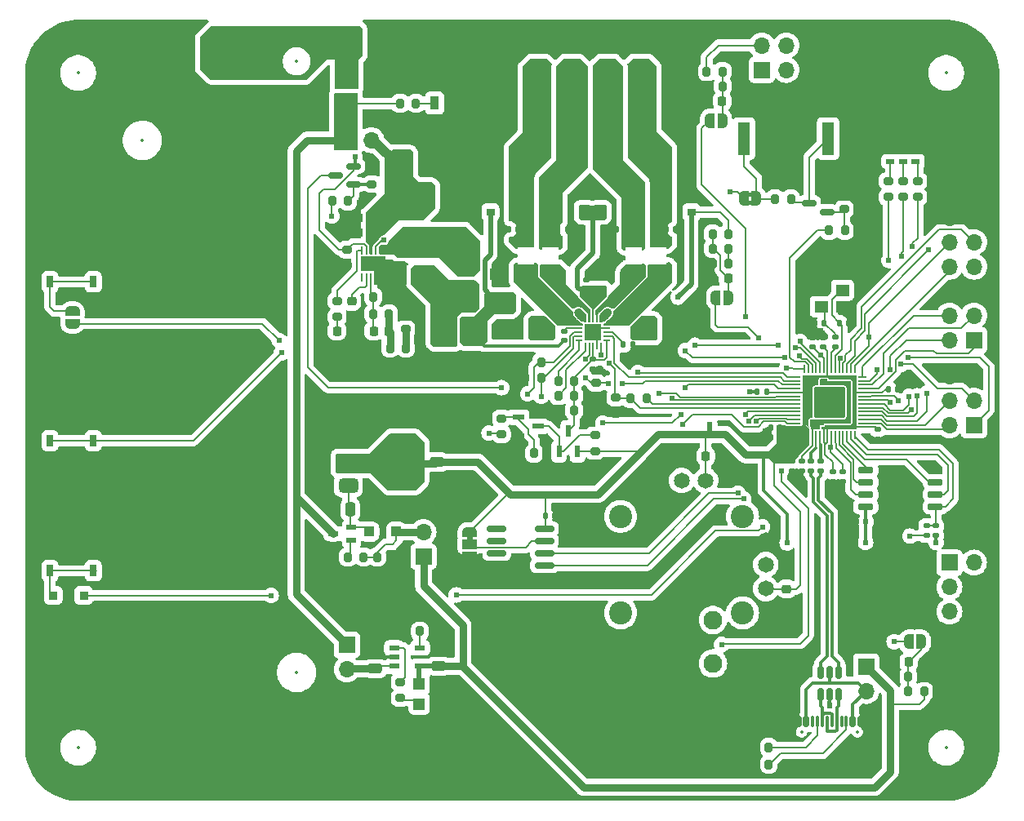
<source format=gbr>
%TF.GenerationSoftware,KiCad,Pcbnew,8.0.2*%
%TF.CreationDate,2024-05-27T22:11:15+01:00*%
%TF.ProjectId,StepUp,53746570-5570-42e6-9b69-6361645f7063,v1.0*%
%TF.SameCoordinates,Original*%
%TF.FileFunction,Copper,L1,Top*%
%TF.FilePolarity,Positive*%
%FSLAX46Y46*%
G04 Gerber Fmt 4.6, Leading zero omitted, Abs format (unit mm)*
G04 Created by KiCad (PCBNEW 8.0.2) date 2024-05-27 22:11:15*
%MOMM*%
%LPD*%
G01*
G04 APERTURE LIST*
G04 Aperture macros list*
%AMRoundRect*
0 Rectangle with rounded corners*
0 $1 Rounding radius*
0 $2 $3 $4 $5 $6 $7 $8 $9 X,Y pos of 4 corners*
0 Add a 4 corners polygon primitive as box body*
4,1,4,$2,$3,$4,$5,$6,$7,$8,$9,$2,$3,0*
0 Add four circle primitives for the rounded corners*
1,1,$1+$1,$2,$3*
1,1,$1+$1,$4,$5*
1,1,$1+$1,$6,$7*
1,1,$1+$1,$8,$9*
0 Add four rect primitives between the rounded corners*
20,1,$1+$1,$2,$3,$4,$5,0*
20,1,$1+$1,$4,$5,$6,$7,0*
20,1,$1+$1,$6,$7,$8,$9,0*
20,1,$1+$1,$8,$9,$2,$3,0*%
%AMFreePoly0*
4,1,19,0.500000,-0.750000,0.000000,-0.750000,0.000000,-0.744911,-0.071157,-0.744911,-0.207708,-0.704816,-0.327430,-0.627875,-0.420627,-0.520320,-0.479746,-0.390866,-0.500000,-0.250000,-0.500000,0.250000,-0.479746,0.390866,-0.420627,0.520320,-0.327430,0.627875,-0.207708,0.704816,-0.071157,0.744911,0.000000,0.744911,0.000000,0.750000,0.500000,0.750000,0.500000,-0.750000,0.500000,-0.750000,
$1*%
%AMFreePoly1*
4,1,19,0.000000,0.744911,0.071157,0.744911,0.207708,0.704816,0.327430,0.627875,0.420627,0.520320,0.479746,0.390866,0.500000,0.250000,0.500000,-0.250000,0.479746,-0.390866,0.420627,-0.520320,0.327430,-0.627875,0.207708,-0.704816,0.071157,-0.744911,0.000000,-0.744911,0.000000,-0.750000,-0.500000,-0.750000,-0.500000,0.750000,0.000000,0.750000,0.000000,0.744911,0.000000,0.744911,
$1*%
%AMFreePoly2*
4,1,19,0.550000,-0.750000,0.000000,-0.750000,0.000000,-0.744911,-0.071157,-0.744911,-0.207708,-0.704816,-0.327430,-0.627875,-0.420627,-0.520320,-0.479746,-0.390866,-0.500000,-0.250000,-0.500000,0.250000,-0.479746,0.390866,-0.420627,0.520320,-0.327430,0.627875,-0.207708,0.704816,-0.071157,0.744911,0.000000,0.744911,0.000000,0.750000,0.550000,0.750000,0.550000,-0.750000,0.550000,-0.750000,
$1*%
%AMFreePoly3*
4,1,19,0.000000,0.744911,0.071157,0.744911,0.207708,0.704816,0.327430,0.627875,0.420627,0.520320,0.479746,0.390866,0.500000,0.250000,0.500000,-0.250000,0.479746,-0.390866,0.420627,-0.520320,0.327430,-0.627875,0.207708,-0.704816,0.071157,-0.744911,0.000000,-0.744911,0.000000,-0.750000,-0.550000,-0.750000,-0.550000,0.750000,0.000000,0.750000,0.000000,0.744911,0.000000,0.744911,
$1*%
G04 Aperture macros list end*
%TA.AperFunction,EtchedComponent*%
%ADD10C,0.000000*%
%TD*%
%TA.AperFunction,ComponentPad*%
%ADD11C,1.650000*%
%TD*%
%TA.AperFunction,ComponentPad*%
%ADD12C,1.950000*%
%TD*%
%TA.AperFunction,ComponentPad*%
%ADD13C,2.400000*%
%TD*%
%TA.AperFunction,SMDPad,CuDef*%
%ADD14R,0.863600X0.787400*%
%TD*%
%TA.AperFunction,SMDPad,CuDef*%
%ADD15RoundRect,0.250000X0.312500X0.625000X-0.312500X0.625000X-0.312500X-0.625000X0.312500X-0.625000X0*%
%TD*%
%TA.AperFunction,ComponentPad*%
%ADD16C,1.980000*%
%TD*%
%TA.AperFunction,SMDPad,CuDef*%
%ADD17FreePoly0,180.000000*%
%TD*%
%TA.AperFunction,SMDPad,CuDef*%
%ADD18FreePoly1,180.000000*%
%TD*%
%TA.AperFunction,SMDPad,CuDef*%
%ADD19RoundRect,0.150000X0.587500X0.150000X-0.587500X0.150000X-0.587500X-0.150000X0.587500X-0.150000X0*%
%TD*%
%TA.AperFunction,SMDPad,CuDef*%
%ADD20RoundRect,0.140000X0.140000X0.170000X-0.140000X0.170000X-0.140000X-0.170000X0.140000X-0.170000X0*%
%TD*%
%TA.AperFunction,SMDPad,CuDef*%
%ADD21RoundRect,0.140000X0.170000X-0.140000X0.170000X0.140000X-0.170000X0.140000X-0.170000X-0.140000X0*%
%TD*%
%TA.AperFunction,SMDPad,CuDef*%
%ADD22RoundRect,0.135000X0.185000X-0.135000X0.185000X0.135000X-0.185000X0.135000X-0.185000X-0.135000X0*%
%TD*%
%TA.AperFunction,SMDPad,CuDef*%
%ADD23RoundRect,0.140000X-0.170000X0.140000X-0.170000X-0.140000X0.170000X-0.140000X0.170000X0.140000X0*%
%TD*%
%TA.AperFunction,ComponentPad*%
%ADD24O,1.000000X1.800000*%
%TD*%
%TA.AperFunction,ComponentPad*%
%ADD25O,1.000000X2.100000*%
%TD*%
%TA.AperFunction,SMDPad,CuDef*%
%ADD26RoundRect,0.150000X-0.150000X-0.425000X0.150000X-0.425000X0.150000X0.425000X-0.150000X0.425000X0*%
%TD*%
%TA.AperFunction,SMDPad,CuDef*%
%ADD27RoundRect,0.075000X-0.075000X-0.500000X0.075000X-0.500000X0.075000X0.500000X-0.075000X0.500000X0*%
%TD*%
%TA.AperFunction,SMDPad,CuDef*%
%ADD28RoundRect,0.140000X-0.140000X-0.170000X0.140000X-0.170000X0.140000X0.170000X-0.140000X0.170000X0*%
%TD*%
%TA.AperFunction,SMDPad,CuDef*%
%ADD29RoundRect,0.200000X-0.200000X-0.275000X0.200000X-0.275000X0.200000X0.275000X-0.200000X0.275000X0*%
%TD*%
%TA.AperFunction,SMDPad,CuDef*%
%ADD30RoundRect,0.225000X0.225000X0.250000X-0.225000X0.250000X-0.225000X-0.250000X0.225000X-0.250000X0*%
%TD*%
%TA.AperFunction,SMDPad,CuDef*%
%ADD31RoundRect,0.200000X-0.275000X0.200000X-0.275000X-0.200000X0.275000X-0.200000X0.275000X0.200000X0*%
%TD*%
%TA.AperFunction,SMDPad,CuDef*%
%ADD32RoundRect,0.200000X0.200000X0.275000X-0.200000X0.275000X-0.200000X-0.275000X0.200000X-0.275000X0*%
%TD*%
%TA.AperFunction,SMDPad,CuDef*%
%ADD33RoundRect,0.225000X-0.225000X-0.250000X0.225000X-0.250000X0.225000X0.250000X-0.225000X0.250000X0*%
%TD*%
%TA.AperFunction,SMDPad,CuDef*%
%ADD34RoundRect,0.200000X0.275000X-0.200000X0.275000X0.200000X-0.275000X0.200000X-0.275000X-0.200000X0*%
%TD*%
%TA.AperFunction,SMDPad,CuDef*%
%ADD35R,1.000000X0.550000*%
%TD*%
%TA.AperFunction,SMDPad,CuDef*%
%ADD36RoundRect,0.050000X0.387500X0.050000X-0.387500X0.050000X-0.387500X-0.050000X0.387500X-0.050000X0*%
%TD*%
%TA.AperFunction,SMDPad,CuDef*%
%ADD37RoundRect,0.050000X0.050000X0.387500X-0.050000X0.387500X-0.050000X-0.387500X0.050000X-0.387500X0*%
%TD*%
%TA.AperFunction,ComponentPad*%
%ADD38C,0.600000*%
%TD*%
%TA.AperFunction,SMDPad,CuDef*%
%ADD39RoundRect,0.144000X1.456000X1.456000X-1.456000X1.456000X-1.456000X-1.456000X1.456000X-1.456000X0*%
%TD*%
%TA.AperFunction,SMDPad,CuDef*%
%ADD40R,0.711200X1.219200*%
%TD*%
%TA.AperFunction,SMDPad,CuDef*%
%ADD41R,1.753400X0.912000*%
%TD*%
%TA.AperFunction,SMDPad,CuDef*%
%ADD42FreePoly2,270.000000*%
%TD*%
%TA.AperFunction,SMDPad,CuDef*%
%ADD43R,1.500000X1.000000*%
%TD*%
%TA.AperFunction,SMDPad,CuDef*%
%ADD44FreePoly3,270.000000*%
%TD*%
%TA.AperFunction,SMDPad,CuDef*%
%ADD45RoundRect,0.062500X0.062500X-0.362500X0.062500X0.362500X-0.062500X0.362500X-0.062500X-0.362500X0*%
%TD*%
%TA.AperFunction,HeatsinkPad*%
%ADD46C,0.600000*%
%TD*%
%TA.AperFunction,HeatsinkPad*%
%ADD47R,2.500000X1.600000*%
%TD*%
%TA.AperFunction,SMDPad,CuDef*%
%ADD48R,0.900000X0.950000*%
%TD*%
%TA.AperFunction,SMDPad,CuDef*%
%ADD49RoundRect,0.150000X0.650000X0.150000X-0.650000X0.150000X-0.650000X-0.150000X0.650000X-0.150000X0*%
%TD*%
%TA.AperFunction,SMDPad,CuDef*%
%ADD50R,1.200000X1.200000*%
%TD*%
%TA.AperFunction,ComponentPad*%
%ADD51R,1.700000X1.700000*%
%TD*%
%TA.AperFunction,ComponentPad*%
%ADD52O,1.700000X1.700000*%
%TD*%
%TA.AperFunction,SMDPad,CuDef*%
%ADD53R,1.300000X3.400000*%
%TD*%
%TA.AperFunction,SMDPad,CuDef*%
%ADD54RoundRect,0.250000X0.650000X-1.000000X0.650000X1.000000X-0.650000X1.000000X-0.650000X-1.000000X0*%
%TD*%
%TA.AperFunction,SMDPad,CuDef*%
%ADD55RoundRect,0.150000X-0.825000X-0.150000X0.825000X-0.150000X0.825000X0.150000X-0.825000X0.150000X0*%
%TD*%
%TA.AperFunction,SMDPad,CuDef*%
%ADD56RoundRect,0.250000X-0.250000X-0.475000X0.250000X-0.475000X0.250000X0.475000X-0.250000X0.475000X0*%
%TD*%
%TA.AperFunction,SMDPad,CuDef*%
%ADD57FreePoly0,90.000000*%
%TD*%
%TA.AperFunction,SMDPad,CuDef*%
%ADD58FreePoly1,90.000000*%
%TD*%
%TA.AperFunction,SMDPad,CuDef*%
%ADD59RoundRect,0.225000X-0.250000X0.225000X-0.250000X-0.225000X0.250000X-0.225000X0.250000X0.225000X0*%
%TD*%
%TA.AperFunction,SMDPad,CuDef*%
%ADD60R,0.889000X0.533400*%
%TD*%
%TA.AperFunction,SMDPad,CuDef*%
%ADD61RoundRect,0.250000X0.250000X0.475000X-0.250000X0.475000X-0.250000X-0.475000X0.250000X-0.475000X0*%
%TD*%
%TA.AperFunction,ComponentPad*%
%ADD62R,1.800000X1.800000*%
%TD*%
%TA.AperFunction,ComponentPad*%
%ADD63C,1.800000*%
%TD*%
%TA.AperFunction,SMDPad,CuDef*%
%ADD64R,1.400000X1.200000*%
%TD*%
%TA.AperFunction,SMDPad,CuDef*%
%ADD65RoundRect,0.250000X-0.312500X-0.625000X0.312500X-0.625000X0.312500X0.625000X-0.312500X0.625000X0*%
%TD*%
%TA.AperFunction,SMDPad,CuDef*%
%ADD66RoundRect,0.375000X-0.625000X-0.375000X0.625000X-0.375000X0.625000X0.375000X-0.625000X0.375000X0*%
%TD*%
%TA.AperFunction,SMDPad,CuDef*%
%ADD67RoundRect,0.500000X-0.500000X-1.400000X0.500000X-1.400000X0.500000X1.400000X-0.500000X1.400000X0*%
%TD*%
%TA.AperFunction,SMDPad,CuDef*%
%ADD68RoundRect,0.135000X-0.185000X0.135000X-0.185000X-0.135000X0.185000X-0.135000X0.185000X0.135000X0*%
%TD*%
%TA.AperFunction,SMDPad,CuDef*%
%ADD69R,0.762000X0.254000*%
%TD*%
%TA.AperFunction,SMDPad,CuDef*%
%ADD70R,0.254000X0.762000*%
%TD*%
%TA.AperFunction,SMDPad,CuDef*%
%ADD71R,1.701800X1.701800*%
%TD*%
%TA.AperFunction,SMDPad,CuDef*%
%ADD72RoundRect,0.250000X0.475000X-0.250000X0.475000X0.250000X-0.475000X0.250000X-0.475000X-0.250000X0*%
%TD*%
%TA.AperFunction,SMDPad,CuDef*%
%ADD73RoundRect,0.250000X-0.412500X-0.925000X0.412500X-0.925000X0.412500X0.925000X-0.412500X0.925000X0*%
%TD*%
%TA.AperFunction,SMDPad,CuDef*%
%ADD74R,0.600000X1.300000*%
%TD*%
%TA.AperFunction,SMDPad,CuDef*%
%ADD75R,2.200000X2.150000*%
%TD*%
%TA.AperFunction,SMDPad,CuDef*%
%ADD76RoundRect,0.250000X-0.475000X0.250000X-0.475000X-0.250000X0.475000X-0.250000X0.475000X0.250000X0*%
%TD*%
%TA.AperFunction,SMDPad,CuDef*%
%ADD77R,1.050000X0.600000*%
%TD*%
%TA.AperFunction,SMDPad,CuDef*%
%ADD78R,0.950000X1.400000*%
%TD*%
%TA.AperFunction,SMDPad,CuDef*%
%ADD79R,1.300000X0.600000*%
%TD*%
%TA.AperFunction,SMDPad,CuDef*%
%ADD80RoundRect,0.225000X0.250000X-0.225000X0.250000X0.225000X-0.250000X0.225000X-0.250000X-0.225000X0*%
%TD*%
%TA.AperFunction,SMDPad,CuDef*%
%ADD81RoundRect,0.250000X0.450000X-0.400000X0.450000X0.400000X-0.450000X0.400000X-0.450000X-0.400000X0*%
%TD*%
%TA.AperFunction,SMDPad,CuDef*%
%ADD82RoundRect,0.250000X-1.000000X-0.650000X1.000000X-0.650000X1.000000X0.650000X-1.000000X0.650000X0*%
%TD*%
%TA.AperFunction,SMDPad,CuDef*%
%ADD83RoundRect,0.150000X0.150000X-0.512500X0.150000X0.512500X-0.150000X0.512500X-0.150000X-0.512500X0*%
%TD*%
%TA.AperFunction,SMDPad,CuDef*%
%ADD84RoundRect,0.250000X-0.300000X-0.300000X0.300000X-0.300000X0.300000X0.300000X-0.300000X0.300000X0*%
%TD*%
%TA.AperFunction,ViaPad*%
%ADD85C,0.610000*%
%TD*%
%TA.AperFunction,Conductor*%
%ADD86C,0.152400*%
%TD*%
%TA.AperFunction,Conductor*%
%ADD87C,0.203200*%
%TD*%
%TA.AperFunction,Conductor*%
%ADD88C,0.304800*%
%TD*%
%TA.AperFunction,Conductor*%
%ADD89C,0.508000*%
%TD*%
%TA.AperFunction,Conductor*%
%ADD90C,0.762000*%
%TD*%
%TA.AperFunction,Conductor*%
%ADD91C,0.300000*%
%TD*%
%TA.AperFunction,Conductor*%
%ADD92C,0.310000*%
%TD*%
%TA.AperFunction,Conductor*%
%ADD93C,0.200000*%
%TD*%
%TA.AperFunction,Conductor*%
%ADD94C,1.000000*%
%TD*%
%ADD95C,0.300000*%
%ADD96C,0.350000*%
%ADD97O,0.600000X1.400000*%
%ADD98O,0.600000X1.700000*%
G04 APERTURE END LIST*
D10*
%TA.AperFunction,EtchedComponent*%
%TO.C,JP7*%
G36*
X159909000Y-82846000D02*
G01*
X159409000Y-82846000D01*
X159409000Y-82446000D01*
X159909000Y-82446000D01*
X159909000Y-82846000D01*
G37*
%TD.AperFunction*%
%TA.AperFunction,EtchedComponent*%
G36*
X159909000Y-83646000D02*
G01*
X159409000Y-83646000D01*
X159409000Y-83246000D01*
X159909000Y-83246000D01*
X159909000Y-83646000D01*
G37*
%TD.AperFunction*%
%TA.AperFunction,EtchedComponent*%
%TO.C,JP2*%
G36*
X130900000Y-118500000D02*
G01*
X130300000Y-118500000D01*
X130300000Y-118000000D01*
X130900000Y-118000000D01*
X130900000Y-118500000D01*
G37*
%TD.AperFunction*%
%TD*%
D11*
%TO.P,JOY1,1,1*%
%TO.N,+3V3*%
X155062500Y-112275000D03*
%TO.P,JOY1,2,2*%
%TO.N,/User Input/JOYSTICK_AXIS_H*%
X152562500Y-112275000D03*
%TO.P,JOY1,3,3*%
%TO.N,GND*%
X150062500Y-112275000D03*
%TO.P,JOY1,11,1'*%
%TO.N,+3V3*%
X161292500Y-123505000D03*
%TO.P,JOY1,12,2'*%
%TO.N,/User Input/JOYSTICK_AXIS_V*%
X161292500Y-121005000D03*
%TO.P,JOY1,13,3'*%
%TO.N,GND*%
X161292500Y-118505000D03*
D12*
%TO.P,JOY1,A1,COM_1*%
X149312500Y-126755000D03*
%TO.P,JOY1,B1,COM_2*%
%TO.N,/User Input/JOYSTICK_BUTTON*%
X155812500Y-126755000D03*
%TO.P,JOY1,C1,NO_1*%
%TO.N,GND*%
X149312500Y-131255000D03*
%TO.P,JOY1,D1,NO_2*%
%TO.N,/User Input/JOYSTICK_BUTTON*%
X155812500Y-131255000D03*
D13*
%TO.P,JOY1,MH1,MH1*%
%TO.N,unconnected-(JOY1-PadMH1)*%
X158887500Y-116005000D03*
%TO.P,JOY1,MH2,MH2*%
%TO.N,unconnected-(JOY1-PadMH2)*%
X146237500Y-116005000D03*
%TO.P,JOY1,MH3,MH3*%
%TO.N,unconnected-(JOY1-PadMH3)*%
X146237500Y-126005000D03*
%TO.P,JOY1,MH4,MH4*%
%TO.N,unconnected-(JOY1-PadMH4)*%
X158887500Y-126005000D03*
%TD*%
D14*
%TO.P,D3,1*%
%TO.N,VMotor*%
X142760799Y-84429600D03*
%TO.P,D3,2*%
%TO.N,OA1_OUT*%
X139458799Y-84429600D03*
%TD*%
D15*
%TO.P,R20,1*%
%TO.N,GND*%
X151855900Y-96501001D03*
%TO.P,R20,2*%
%TO.N,/Motor Driver/BRB*%
X148930900Y-96501001D03*
%TD*%
D16*
%TO.P,BT1,N*%
%TO.N,GND*%
X104648000Y-141012000D03*
%TO.P,BT1,P*%
%TO.N,Net-(D14-K)*%
X104648000Y-68792000D03*
%TD*%
D17*
%TO.P,JP7,1,A*%
%TO.N,Net-(JP7-A)*%
X160309000Y-83046000D03*
D18*
%TO.P,JP7,2,B*%
%TO.N,+3V3*%
X159009000Y-83046000D03*
%TD*%
D19*
%TO.P,Q4,1,G*%
%TO.N,Net-(Q4-G)*%
X118539500Y-81563000D03*
%TO.P,Q4,2,S*%
%TO.N,/Power/BOOST_ENABLE*%
X118539500Y-79663000D03*
%TO.P,Q4,3,D*%
%TO.N,MCU_BOOST_EN*%
X116664500Y-80613000D03*
%TD*%
D20*
%TO.P,C10,1*%
%TO.N,+3V3*%
X161380000Y-103100000D03*
%TO.P,C10,2*%
%TO.N,GND*%
X160420000Y-103100000D03*
%TD*%
D21*
%TO.P,C5,1*%
%TO.N,+1V1*%
X166116000Y-98408000D03*
%TO.P,C5,2*%
%TO.N,GND*%
X166116000Y-97448000D03*
%TD*%
D22*
%TO.P,R6,1*%
%TO.N,USB_D+*%
X167012500Y-111290000D03*
%TO.P,R6,2*%
%TO.N,Net-(U3-USB_DP)*%
X167012500Y-110270000D03*
%TD*%
D23*
%TO.P,C8,1*%
%TO.N,+3V3*%
X164000000Y-110300000D03*
%TO.P,C8,2*%
%TO.N,GND*%
X164000000Y-111260000D03*
%TD*%
D24*
%TO.P,J1,S1,SHIELD*%
%TO.N,GND*%
X172214000Y-142045000D03*
D25*
X172214000Y-137865000D03*
D24*
X163574000Y-142045000D03*
D25*
X163574000Y-137865000D03*
D26*
%TO.P,J1,B12,GND*%
X164694000Y-137290000D03*
%TO.P,J1,B9,VBUS*%
%TO.N,Net-(J2-Pin_2)*%
X165494000Y-137290000D03*
D27*
%TO.P,J1,B8,SBU2*%
%TO.N,unconnected-(J1-SBU2-PadB8)*%
X166144000Y-137290000D03*
%TO.P,J1,B7,D-*%
%TO.N,USB_D-_IN*%
X167144000Y-137290000D03*
%TO.P,J1,B6,D+*%
%TO.N,USB_D+_IN*%
X168644000Y-137290000D03*
%TO.P,J1,B5,CC2*%
%TO.N,Net-(J1-CC2)*%
X169644000Y-137290000D03*
D26*
%TO.P,J1,B4,VBUS*%
%TO.N,Net-(J2-Pin_2)*%
X170294000Y-137290000D03*
%TO.P,J1,B1,GND*%
%TO.N,GND*%
X171094000Y-137290000D03*
%TO.P,J1,A12,GND*%
X171094000Y-137290000D03*
%TO.P,J1,A9,VBUS*%
%TO.N,Net-(J2-Pin_2)*%
X170294000Y-137290000D03*
D27*
%TO.P,J1,A8,SBU1*%
%TO.N,unconnected-(J1-SBU1-PadA8)*%
X169144000Y-137290000D03*
%TO.P,J1,A7,D-*%
%TO.N,USB_D-_IN*%
X168144000Y-137290000D03*
%TO.P,J1,A6,D+*%
%TO.N,USB_D+_IN*%
X167644000Y-137290000D03*
%TO.P,J1,A5,CC1*%
%TO.N,Net-(J1-CC1)*%
X166644000Y-137290000D03*
D26*
%TO.P,J1,A4,VBUS*%
%TO.N,Net-(J2-Pin_2)*%
X165494000Y-137290000D03*
%TO.P,J1,A1,GND*%
%TO.N,GND*%
X164694000Y-137290000D03*
%TD*%
D28*
%TO.P,C20,1*%
%TO.N,Net-(U5-1.8VOUT)*%
X146520000Y-98200000D03*
%TO.P,C20,2*%
%TO.N,GND*%
X147480000Y-98200000D03*
%TD*%
D29*
%TO.P,R34,1*%
%TO.N,GND*%
X155172000Y-71380000D03*
%TO.P,R34,2*%
%TO.N,Net-(JP4-A)*%
X156822000Y-71380000D03*
%TD*%
D23*
%TO.P,C19,1*%
%TO.N,/Motor Driver/TMC_VCC_IO*%
X143400000Y-99720000D03*
%TO.P,C19,2*%
%TO.N,GND*%
X143400000Y-100680000D03*
%TD*%
D30*
%TO.P,C40,1*%
%TO.N,+3V3*%
X155075000Y-109750000D03*
%TO.P,C40,2*%
%TO.N,GND*%
X153525000Y-109750000D03*
%TD*%
D31*
%TO.P,R10,1*%
%TO.N,Net-(Q1-G)*%
X143600000Y-107575000D03*
%TO.P,R10,2*%
%TO.N,+3V3*%
X143600000Y-109225000D03*
%TD*%
D22*
%TO.P,R2,1*%
%TO.N,+3V3*%
X178950500Y-117989500D03*
%TO.P,R2,2*%
%TO.N,/MCU/QSPI_SS*%
X178950500Y-116969500D03*
%TD*%
D32*
%TO.P,R29,1*%
%TO.N,Net-(U8-OVP)*%
X123975000Y-98550000D03*
%TO.P,R29,2*%
%TO.N,BOOST_VOUT*%
X122325000Y-98550000D03*
%TD*%
D22*
%TO.P,R5,1*%
%TO.N,/MCU/XOUT*%
X168535000Y-98438000D03*
%TO.P,R5,2*%
%TO.N,Net-(C2-Pad1)*%
X168535000Y-97418000D03*
%TD*%
%TO.P,R7,1*%
%TO.N,USB_D-*%
X166000000Y-111290000D03*
%TO.P,R7,2*%
%TO.N,Net-(U3-USB_DM)*%
X166000000Y-110270000D03*
%TD*%
D14*
%TO.P,D8,1*%
%TO.N,OB1_OUT*%
X147218400Y-82143600D03*
%TO.P,D8,2*%
%TO.N,GND*%
X143916400Y-82143600D03*
%TD*%
%TO.P,D10,1*%
%TO.N,OB2_OUT*%
X150266400Y-82143600D03*
%TO.P,D10,2*%
%TO.N,GND*%
X153568400Y-82143600D03*
%TD*%
D33*
%TO.P,C37,1*%
%TO.N,GND*%
X155828000Y-91268000D03*
%TO.P,C37,2*%
%TO.N,Net-(JP5-A)*%
X157378000Y-91268000D03*
%TD*%
D34*
%TO.P,R43,1*%
%TO.N,LED_BLUE*%
X173990000Y-82867000D03*
%TO.P,R43,2*%
%TO.N,Net-(LED2-Pad6)*%
X173990000Y-81217000D03*
%TD*%
D21*
%TO.P,C16,1*%
%TO.N,VMotor*%
X140400000Y-97730000D03*
%TO.P,C16,2*%
%TO.N,Net-(U5-VCP)*%
X140400000Y-96770000D03*
%TD*%
D14*
%TO.P,D7,1*%
%TO.N,VMotor*%
X143916400Y-84429600D03*
%TO.P,D7,2*%
%TO.N,OB1_OUT*%
X147218400Y-84429600D03*
%TD*%
D34*
%TO.P,R41,1*%
%TO.N,LED_RED*%
X177038000Y-82867000D03*
%TO.P,R41,2*%
%TO.N,Net-(LED2-Pad4)*%
X177038000Y-81217000D03*
%TD*%
%TO.P,R8,1*%
%TO.N,~{TMC_STBDY}*%
X133883400Y-107486001D03*
%TO.P,R8,2*%
%TO.N,Net-(Q2-G)*%
X133883400Y-105836001D03*
%TD*%
D32*
%TO.P,R32,1*%
%TO.N,GND*%
X122237000Y-93218000D03*
%TO.P,R32,2*%
%TO.N,Net-(U8-FB)*%
X120587000Y-93218000D03*
%TD*%
D29*
%TO.P,R4,1*%
%TO.N,GND*%
X159957000Y-141732000D03*
%TO.P,R4,2*%
%TO.N,Net-(J1-CC2)*%
X161607000Y-141732000D03*
%TD*%
D30*
%TO.P,C29,1*%
%TO.N,BOOST_VIN*%
X120575000Y-86524000D03*
%TO.P,C29,2*%
%TO.N,GND*%
X119025000Y-86524000D03*
%TD*%
D35*
%TO.P,Q3,1,G*%
%TO.N,Net-(Q3-G)*%
X118332000Y-118448000D03*
%TO.P,Q3,2,S*%
%TO.N,Net-(D11-K)*%
X118332000Y-117148000D03*
%TO.P,Q3,3,D*%
%TO.N,Vbat*%
X116432000Y-117798000D03*
%TD*%
D36*
%TO.P,U3,1,IOVDD*%
%TO.N,+3V3*%
X171336500Y-106745000D03*
%TO.P,U3,2,GPIO0*%
%TO.N,/MCU/UART_0_TX*%
X171336500Y-106345000D03*
%TO.P,U3,3,GPIO1*%
%TO.N,/MCU/UART_0_RX*%
X171336500Y-105945000D03*
%TO.P,U3,4,GPIO2*%
%TO.N,LED_RED*%
X171336500Y-105545000D03*
%TO.P,U3,5,GPIO3*%
%TO.N,LED_GREEN*%
X171336500Y-105145000D03*
%TO.P,U3,6,GPIO4*%
%TO.N,VUSB_MONITOR*%
X171336500Y-104745000D03*
%TO.P,U3,7,GPIO5*%
%TO.N,LED_BLUE*%
X171336500Y-104345000D03*
%TO.P,U3,8,GPIO6*%
%TO.N,/MCU/EEPROM_SDA*%
X171336500Y-103945000D03*
%TO.P,U3,9,GPIO7*%
%TO.N,/MCU/EEPROM_SCL*%
X171336500Y-103545000D03*
%TO.P,U3,10,IOVDD*%
%TO.N,+3V3*%
X171336500Y-103145000D03*
%TO.P,U3,11,GPIO8*%
%TO.N,/MCU/GPIO8*%
X171336500Y-102745000D03*
%TO.P,U3,12,GPIO9*%
%TO.N,/MCU/GPIO9*%
X171336500Y-102345000D03*
%TO.P,U3,13,GPIO10*%
%TO.N,/MCU/GPIO10*%
X171336500Y-101945000D03*
%TO.P,U3,14,GPIO11*%
%TO.N,/MCU/GPIO11*%
X171336500Y-101545000D03*
D37*
%TO.P,U3,15,GPIO12*%
%TO.N,/MCU/GPIO12*%
X170499000Y-100707500D03*
%TO.P,U3,16,GPIO13*%
%TO.N,/MCU/GPIO13*%
X170099000Y-100707500D03*
%TO.P,U3,17,GPIO14*%
%TO.N,/MCU/GPIO14*%
X169699000Y-100707500D03*
%TO.P,U3,18,GPIO15*%
%TO.N,/MCU/GPIO15*%
X169299000Y-100707500D03*
%TO.P,U3,19,TESTEN*%
%TO.N,GND*%
X168899000Y-100707500D03*
%TO.P,U3,20,XIN*%
%TO.N,/MCU/XIN*%
X168499000Y-100707500D03*
%TO.P,U3,21,XOUT*%
%TO.N,/MCU/XOUT*%
X168099000Y-100707500D03*
%TO.P,U3,22,IOVDD*%
%TO.N,+3V3*%
X167699000Y-100707500D03*
%TO.P,U3,23,DVDD*%
%TO.N,+1V1*%
X167299000Y-100707500D03*
%TO.P,U3,24,SWCLK*%
%TO.N,/MCU/SWCLK*%
X166899000Y-100707500D03*
%TO.P,U3,25,SWD*%
%TO.N,/MCU/SWD*%
X166499000Y-100707500D03*
%TO.P,U3,26,RUN*%
%TO.N,/MCU/RUN*%
X166099000Y-100707500D03*
%TO.P,U3,27,GPIO16*%
%TO.N,BUZZER*%
X165699000Y-100707500D03*
%TO.P,U3,28,GPIO17*%
%TO.N,JOY_MCU_BTN*%
X165299000Y-100707500D03*
D36*
%TO.P,U3,29,GPIO18*%
%TO.N,MCU_BOOST_EN*%
X164461500Y-101545000D03*
%TO.P,U3,30,GPIO19*%
%TO.N,TMC_DIAG*%
X164461500Y-101945000D03*
%TO.P,U3,31,GPIO20*%
%TO.N,TMC_EN*%
X164461500Y-102345000D03*
%TO.P,U3,32,GPIO21*%
%TO.N,~{TMC_STBDY}*%
X164461500Y-102745000D03*
%TO.P,U3,33,IOVDD*%
%TO.N,+3V3*%
X164461500Y-103145000D03*
%TO.P,U3,34,GPIO22*%
%TO.N,TMC_DIR*%
X164461500Y-103545000D03*
%TO.P,U3,35,GPIO23*%
%TO.N,TMC_STEP*%
X164461500Y-103945000D03*
%TO.P,U3,36,GPIO24*%
%TO.N,TMC_UART_TX*%
X164461500Y-104345000D03*
%TO.P,U3,37,GPIO25*%
%TO.N,TMC_UART_RX*%
X164461500Y-104745000D03*
%TO.P,U3,38,GPIO26_ADC0*%
%TO.N,VBAT_MONITOR*%
X164461500Y-105145000D03*
%TO.P,U3,39,GPIO27_ADC1*%
%TO.N,VMOTOR_MONITOR*%
X164461500Y-105545000D03*
%TO.P,U3,40,GPIO28_ADC2*%
%TO.N,JOY_AXIS_MCU_V*%
X164461500Y-105945000D03*
%TO.P,U3,41,GPIO29_ADC3*%
%TO.N,JOY_AXIS_MCU_H*%
X164461500Y-106345000D03*
%TO.P,U3,42,IOVDD*%
%TO.N,+3V3*%
X164461500Y-106745000D03*
D37*
%TO.P,U3,43,ADC_AVDD*%
X165299000Y-107582500D03*
%TO.P,U3,44,VREG_IN*%
X165699000Y-107582500D03*
%TO.P,U3,45,VREG_VOUT*%
%TO.N,+1V1*%
X166099000Y-107582500D03*
%TO.P,U3,46,USB_DM*%
%TO.N,Net-(U3-USB_DM)*%
X166499000Y-107582500D03*
%TO.P,U3,47,USB_DP*%
%TO.N,Net-(U3-USB_DP)*%
X166899000Y-107582500D03*
%TO.P,U3,48,USB_VDD*%
%TO.N,+3V3*%
X167299000Y-107582500D03*
%TO.P,U3,49,IOVDD*%
X167699000Y-107582500D03*
%TO.P,U3,50,DVDD*%
%TO.N,+1V1*%
X168099000Y-107582500D03*
%TO.P,U3,51,QSPI_SD3*%
%TO.N,/MCU/QSPI_SD3*%
X168499000Y-107582500D03*
%TO.P,U3,52,QSPI_SCLK*%
%TO.N,/MCU/QSPI_SCLK*%
X168899000Y-107582500D03*
%TO.P,U3,53,QSPI_SD0*%
%TO.N,/MCU/QSPI_SD0*%
X169299000Y-107582500D03*
%TO.P,U3,54,QSPI_SD2*%
%TO.N,/MCU/QSPI_SD2*%
X169699000Y-107582500D03*
%TO.P,U3,55,QSPI_SD1*%
%TO.N,/MCU/QSPI_SD1*%
X170099000Y-107582500D03*
%TO.P,U3,56,QSPI_SS*%
%TO.N,/MCU/QSPI_SS*%
X170499000Y-107582500D03*
D38*
%TO.P,U3,57,GND*%
%TO.N,GND*%
X169174000Y-105420000D03*
X169174000Y-104145000D03*
X169174000Y-102870000D03*
X167899000Y-105420000D03*
X167899000Y-104145000D03*
D39*
X167899000Y-104145000D03*
D38*
X167899000Y-102870000D03*
X166624000Y-105420000D03*
X166624000Y-104145000D03*
X166624000Y-102870000D03*
%TD*%
D29*
%TO.P,R3,1*%
%TO.N,GND*%
X159957000Y-139954000D03*
%TO.P,R3,2*%
%TO.N,Net-(J1-CC1)*%
X161607000Y-139954000D03*
%TD*%
D23*
%TO.P,C7,1*%
%TO.N,+3V3*%
X168282500Y-111409500D03*
%TO.P,C7,2*%
%TO.N,GND*%
X168282500Y-112369500D03*
%TD*%
D29*
%TO.P,R23,1*%
%TO.N,GND*%
X123773000Y-127920000D03*
%TO.P,R23,2*%
%TO.N,Net-(U7-PROG)*%
X125423000Y-127920000D03*
%TD*%
D23*
%TO.P,C6,1*%
%TO.N,+1V1*%
X165000000Y-110300000D03*
%TO.P,C6,2*%
%TO.N,GND*%
X165000000Y-111260000D03*
%TD*%
D40*
%TO.P,SW3,1*%
%TO.N,Net-(JP1-B)*%
X87084100Y-91668600D03*
%TO.P,SW3,2*%
X91579900Y-91668600D03*
%TO.P,SW3,3*%
%TO.N,GND*%
X91579900Y-82575400D03*
%TO.P,SW3,4*%
X87084100Y-82575400D03*
%TD*%
D32*
%TO.P,R39,1*%
%TO.N,GND*%
X177717000Y-132652000D03*
%TO.P,R39,2*%
%TO.N,Net-(JP6-A)*%
X176067000Y-132652000D03*
%TD*%
D29*
%TO.P,R31,1*%
%TO.N,Net-(U8-FB)*%
X120587000Y-94996000D03*
%TO.P,R31,2*%
%TO.N,BOOST_VOUT*%
X122237000Y-94996000D03*
%TD*%
D17*
%TO.P,JP4,1,A*%
%TO.N,Net-(JP4-A)*%
X156792000Y-74932000D03*
D18*
%TO.P,JP4,2,B*%
%TO.N,VBAT_MONITOR*%
X155492000Y-74932000D03*
%TD*%
D31*
%TO.P,R27,1*%
%TO.N,Net-(U8-COMP)*%
X116840000Y-93663000D03*
%TO.P,R27,2*%
%TO.N,Net-(C33-Pad1)*%
X116840000Y-95313000D03*
%TD*%
D41*
%TO.P,L1,1,1*%
%TO.N,OA1_OUT*%
X138963400Y-87612201D03*
%TO.P,L1,2,2*%
%TO.N,OA1*%
X138963400Y-90403801D03*
%TD*%
D20*
%TO.P,C13,1*%
%TO.N,+3V3*%
X162780000Y-106800000D03*
%TO.P,C13,2*%
%TO.N,GND*%
X161820000Y-106800000D03*
%TD*%
D29*
%TO.P,R38,1*%
%TO.N,Net-(JP6-A)*%
X176070000Y-134176000D03*
%TO.P,R38,2*%
%TO.N,V_USB*%
X177720000Y-134176000D03*
%TD*%
D14*
%TO.P,D4,1*%
%TO.N,OA1_OUT*%
X139458799Y-82143600D03*
%TO.P,D4,2*%
%TO.N,GND*%
X142760799Y-82143600D03*
%TD*%
D42*
%TO.P,JP2,1,A*%
%TO.N,+3V3*%
X130600000Y-117600000D03*
D43*
%TO.P,JP2,2,C*%
%TO.N,Net-(JP2-C)*%
X130600000Y-118900000D03*
D44*
%TO.P,JP2,3,B*%
%TO.N,GND*%
X130600000Y-120200000D03*
%TD*%
D45*
%TO.P,U8,1,NC*%
%TO.N,unconnected-(U8-NC-Pad1)*%
X119369000Y-91245000D03*
%TO.P,U8,2,SS*%
%TO.N,Net-(U8-SS)*%
X119869000Y-91245000D03*
%TO.P,U8,3,FB*%
%TO.N,Net-(U8-FB)*%
X120369000Y-91245000D03*
%TO.P,U8,4,AGND*%
%TO.N,GND*%
X120869000Y-91245000D03*
%TO.P,U8,5,PGND*%
X121369000Y-91245000D03*
%TO.P,U8,6,PGND*%
X121869000Y-91245000D03*
%TO.P,U8,7,SW*%
%TO.N,Net-(D13-A)*%
X121869000Y-88395000D03*
%TO.P,U8,8,SW*%
X121369000Y-88395000D03*
%TO.P,U8,9,OVP*%
%TO.N,Net-(U8-OVP)*%
X120869000Y-88395000D03*
%TO.P,U8,10,VIN*%
%TO.N,BOOST_VIN*%
X120369000Y-88395000D03*
%TO.P,U8,11,EN*%
%TO.N,/Power/BOOST_ENABLE*%
X119869000Y-88395000D03*
%TO.P,U8,12,COMP*%
%TO.N,Net-(U8-COMP)*%
X119369000Y-88395000D03*
D46*
%TO.P,U8,13,PGND*%
%TO.N,GND*%
X119669000Y-90320000D03*
X120619000Y-90320000D03*
X121569000Y-90320000D03*
D47*
X120619000Y-89820000D03*
D46*
X119669000Y-89320000D03*
X120619000Y-89320000D03*
X121569000Y-89320000D03*
%TD*%
D20*
%TO.P,C3,1*%
%TO.N,+3V3*%
X171680000Y-116550000D03*
%TO.P,C3,2*%
%TO.N,GND*%
X170720000Y-116550000D03*
%TD*%
D19*
%TO.P,Q5,1,G*%
%TO.N,Net-(Q5-G)*%
X167645000Y-84438000D03*
%TO.P,Q5,2,S*%
%TO.N,GND*%
X167645000Y-82538000D03*
%TO.P,Q5,3,D*%
%TO.N,Net-(Q5-D)*%
X165770000Y-83488000D03*
%TD*%
D31*
%TO.P,R28,1*%
%TO.N,GND*%
X120450000Y-79875000D03*
%TO.P,R28,2*%
%TO.N,Net-(Q4-G)*%
X120450000Y-81525000D03*
%TD*%
D48*
%TO.P,D1,A*%
%TO.N,/MCU/~{USB_BOOT}*%
X90575000Y-124200000D03*
%TO.P,D1,K*%
%TO.N,Net-(D1-PadK)*%
X87425000Y-124200000D03*
%TD*%
D20*
%TO.P,C14,1*%
%TO.N,+3V3*%
X162780000Y-107816000D03*
%TO.P,C14,2*%
%TO.N,GND*%
X161820000Y-107816000D03*
%TD*%
D40*
%TO.P,SW1,1*%
%TO.N,/MCU/RUN*%
X87084100Y-108153200D03*
%TO.P,SW1,2*%
X91579900Y-108153200D03*
%TO.P,SW1,3*%
%TO.N,GND*%
X91579900Y-99060000D03*
%TO.P,SW1,4*%
X87084100Y-99060000D03*
%TD*%
D32*
%TO.P,R14,1*%
%TO.N,/Motor Driver/TMC_VCC_IO*%
X141420001Y-105003400D03*
%TO.P,R14,2*%
%TO.N,GND*%
X139770001Y-105003400D03*
%TD*%
D41*
%TO.P,L4,1,1*%
%TO.N,OB2_OUT*%
X150139400Y-87612201D03*
%TO.P,L4,2,2*%
%TO.N,OB2*%
X150139400Y-90403801D03*
%TD*%
D32*
%TO.P,R37,1*%
%TO.N,Net-(R36-Pad2)*%
X157425000Y-89744000D03*
%TO.P,R37,2*%
%TO.N,GND*%
X155775000Y-89744000D03*
%TD*%
D49*
%TO.P,U2,1,~{CS}*%
%TO.N,/MCU/QSPI_SS*%
X178864500Y-114986500D03*
%TO.P,U2,2,DO(IO1)*%
%TO.N,/MCU/QSPI_SD1*%
X178864500Y-113716500D03*
%TO.P,U2,3,IO2*%
%TO.N,/MCU/QSPI_SD2*%
X178864500Y-112446500D03*
%TO.P,U2,4,GND*%
%TO.N,GND*%
X178864500Y-111176500D03*
%TO.P,U2,5,DI(IO0)*%
%TO.N,/MCU/QSPI_SD0*%
X171664500Y-111176500D03*
%TO.P,U2,6,CLK*%
%TO.N,/MCU/QSPI_SCLK*%
X171664500Y-112446500D03*
%TO.P,U2,7,IO3*%
%TO.N,/MCU/QSPI_SD3*%
X171664500Y-113716500D03*
%TO.P,U2,8,VCC*%
%TO.N,+3V3*%
X171664500Y-114986500D03*
%TD*%
D17*
%TO.P,JP5,1,A*%
%TO.N,Net-(JP5-A)*%
X157395000Y-93300000D03*
D18*
%TO.P,JP5,2,B*%
%TO.N,VMOTOR_MONITOR*%
X156095000Y-93300000D03*
%TD*%
D33*
%TO.P,C33,1*%
%TO.N,Net-(C33-Pad1)*%
X116827000Y-96774000D03*
%TO.P,C33,2*%
%TO.N,GND*%
X118377000Y-96774000D03*
%TD*%
D50*
%TO.P,D12,1*%
%TO.N,V_USB*%
X125370000Y-133360000D03*
%TO.P,D12,2*%
%TO.N,Net-(D12-Pad2)*%
X125370000Y-135460000D03*
%TD*%
D32*
%TO.P,R13,1*%
%TO.N,TMC_DIR*%
X138025000Y-100000000D03*
%TO.P,R13,2*%
%TO.N,GND*%
X136375000Y-100000000D03*
%TD*%
D20*
%TO.P,C21,1*%
%TO.N,GND*%
X140713400Y-86207600D03*
%TO.P,C21,2*%
%TO.N,OA1_OUT*%
X139753400Y-86207600D03*
%TD*%
D23*
%TO.P,C4,1*%
%TO.N,+1V1*%
X169298500Y-111409500D03*
%TO.P,C4,2*%
%TO.N,GND*%
X169298500Y-112369500D03*
%TD*%
D17*
%TO.P,JP6,1,A*%
%TO.N,Net-(JP6-A)*%
X177400000Y-129000000D03*
D18*
%TO.P,JP6,2,B*%
%TO.N,VUSB_MONITOR*%
X176100000Y-129000000D03*
%TD*%
D51*
%TO.P,J4,1,Pin_1*%
%TO.N,/MCU/GPIO8*%
X182880000Y-97706000D03*
D52*
%TO.P,J4,2,Pin_2*%
%TO.N,/MCU/GPIO10*%
X180340000Y-97706000D03*
%TO.P,J4,3,Pin_3*%
%TO.N,/MCU/GPIO9*%
X182880000Y-95166000D03*
%TO.P,J4,4,Pin_4*%
%TO.N,/MCU/GPIO11*%
X180340000Y-95166000D03*
%TO.P,J4,5,Pin_5*%
%TO.N,GND*%
X182880000Y-92626000D03*
%TO.P,J4,6,Pin_6*%
X180340000Y-92626000D03*
%TO.P,J4,7,Pin_7*%
%TO.N,/MCU/GPIO14*%
X182880000Y-90086000D03*
%TO.P,J4,8,Pin_8*%
%TO.N,/MCU/GPIO12*%
X180340000Y-90086000D03*
%TO.P,J4,9,Pin_9*%
%TO.N,/MCU/GPIO15*%
X182880000Y-87546000D03*
%TO.P,J4,10,Pin_10*%
%TO.N,/MCU/GPIO13*%
X180340000Y-87546000D03*
%TO.P,J4,11,Pin_11*%
%TO.N,GND*%
X182880000Y-85006000D03*
%TO.P,J4,12,Pin_12*%
X180340000Y-85006000D03*
%TD*%
D30*
%TO.P,C38,1*%
%TO.N,GND*%
X177667000Y-131132000D03*
%TO.P,C38,2*%
%TO.N,Net-(JP6-A)*%
X176117000Y-131132000D03*
%TD*%
D53*
%TO.P,BZ1,1*%
%TO.N,Net-(JP7-A)*%
X159050000Y-76800000D03*
%TO.P,BZ1,2*%
%TO.N,Net-(Q5-D)*%
X167750000Y-76800000D03*
%TD*%
D29*
%TO.P,R26,1*%
%TO.N,V_USB*%
X116325000Y-83300000D03*
%TO.P,R26,2*%
%TO.N,Net-(Q4-G)*%
X117975000Y-83300000D03*
%TD*%
D54*
%TO.P,D13,1,K*%
%TO.N,BOOST_VOUT*%
X130250000Y-93200000D03*
%TO.P,D13,2,A*%
%TO.N,Net-(D13-A)*%
X130250000Y-89200000D03*
%TD*%
D32*
%TO.P,R46,1*%
%TO.N,Net-(Q5-D)*%
X163898000Y-83050000D03*
%TO.P,R46,2*%
%TO.N,Net-(JP7-A)*%
X162248000Y-83050000D03*
%TD*%
D55*
%TO.P,U4,1*%
%TO.N,unconnected-(U4-Pad1)*%
X133400000Y-117295000D03*
%TO.P,U4,2*%
%TO.N,unconnected-(U4-Pad2)*%
X133400000Y-118565000D03*
%TO.P,U4,3*%
%TO.N,unconnected-(U4-Pad3)*%
X133400000Y-119835000D03*
%TO.P,U4,4,VSS*%
%TO.N,GND*%
X133400000Y-121105000D03*
%TO.P,U4,5,SDA*%
%TO.N,/MCU/EEPROM_SDA*%
X138350000Y-121105000D03*
%TO.P,U4,6,SCL*%
%TO.N,/MCU/EEPROM_SCL*%
X138350000Y-119835000D03*
%TO.P,U4,7,WP*%
%TO.N,Net-(JP2-C)*%
X138350000Y-118565000D03*
%TO.P,U4,8,VDD*%
%TO.N,+3V3*%
X138350000Y-117295000D03*
%TD*%
D20*
%TO.P,C2,1*%
%TO.N,Net-(C2-Pad1)*%
X167358000Y-95924000D03*
%TO.P,C2,2*%
%TO.N,GND*%
X166398000Y-95924000D03*
%TD*%
D40*
%TO.P,SW2,1*%
%TO.N,Net-(D1-PadK)*%
X87084100Y-121640600D03*
%TO.P,SW2,2*%
X91579900Y-121640600D03*
%TO.P,SW2,3*%
%TO.N,GND*%
X91579900Y-112547400D03*
%TO.P,SW2,4*%
X87084100Y-112547400D03*
%TD*%
D56*
%TO.P,C25,1*%
%TO.N,Net-(D11-K)*%
X118210000Y-115284000D03*
%TO.P,C25,2*%
%TO.N,GND*%
X120110000Y-115284000D03*
%TD*%
D57*
%TO.P,JP1,1,A*%
%TO.N,/MCU/GPIO13*%
X89408000Y-96012000D03*
D58*
%TO.P,JP1,2,B*%
%TO.N,Net-(JP1-B)*%
X89408000Y-94712000D03*
%TD*%
D59*
%TO.P,C32,1*%
%TO.N,Net-(U8-SS)*%
X118364000Y-93713000D03*
%TO.P,C32,2*%
%TO.N,GND*%
X118364000Y-95263000D03*
%TD*%
D28*
%TO.P,C1,1*%
%TO.N,/MCU/XIN*%
X168938000Y-95924000D03*
%TO.P,C1,2*%
%TO.N,GND*%
X169898000Y-95924000D03*
%TD*%
D41*
%TO.P,L2,1,1*%
%TO.N,OA2_OUT*%
X136423400Y-87612201D03*
%TO.P,L2,2,2*%
%TO.N,OA2*%
X136423400Y-90403801D03*
%TD*%
D60*
%TO.P,LED2,1,1*%
%TO.N,GND*%
X176809400Y-75780900D03*
%TO.P,LED2,2,2*%
X175514000Y-75780900D03*
%TO.P,LED2,3,3*%
X174218600Y-75780900D03*
%TO.P,LED2,4,4*%
%TO.N,Net-(LED2-Pad4)*%
X176809400Y-79159100D03*
%TO.P,LED2,5,5*%
%TO.N,Net-(LED2-Pad5)*%
X175514000Y-79159100D03*
%TO.P,LED2,6,6*%
%TO.N,Net-(LED2-Pad6)*%
X174218600Y-79159100D03*
%TD*%
D32*
%TO.P,R12,1*%
%TO.N,TMC_STEP*%
X138025000Y-101600000D03*
%TO.P,R12,2*%
%TO.N,GND*%
X136375000Y-101600000D03*
%TD*%
D23*
%TO.P,C9,1*%
%TO.N,+3V3*%
X172900000Y-107000000D03*
%TO.P,C9,2*%
%TO.N,GND*%
X172900000Y-107960000D03*
%TD*%
D28*
%TO.P,C15,1*%
%TO.N,+3V3*%
X138420000Y-115900000D03*
%TO.P,C15,2*%
%TO.N,GND*%
X139380000Y-115900000D03*
%TD*%
D61*
%TO.P,C35,1*%
%TO.N,BOOST_VOUT*%
X125200000Y-91000000D03*
%TO.P,C35,2*%
%TO.N,GND*%
X123300000Y-91000000D03*
%TD*%
D32*
%TO.P,R16,1*%
%TO.N,/Motor Driver/TMC_VCC_IO*%
X141420001Y-101955400D03*
%TO.P,R16,2*%
%TO.N,/Motor Driver/TMC_MS1{slash}AD0*%
X139770001Y-101955400D03*
%TD*%
D62*
%TO.P,J5,1_A,1*%
%TO.N,OB2_OUT*%
X148277400Y-77689501D03*
%TO.P,J5,1_B,1__1*%
X148277400Y-70689501D03*
D63*
%TO.P,J5,2_A,2*%
%TO.N,OB1_OUT*%
X144777400Y-77689501D03*
%TO.P,J5,2_B,2__1*%
X144777400Y-70689501D03*
%TO.P,J5,3_A,3*%
%TO.N,OA1_OUT*%
X141277400Y-77689501D03*
%TO.P,J5,3_B,3__1*%
X141277400Y-70689501D03*
%TO.P,J5,4_A,4*%
%TO.N,OA2_OUT*%
X137777400Y-77689501D03*
%TO.P,J5,4_B,4__1*%
X137777400Y-70689501D03*
%TD*%
D28*
%TO.P,C24,1*%
%TO.N,OB2_OUT*%
X150957400Y-86207600D03*
%TO.P,C24,2*%
%TO.N,GND*%
X151917400Y-86207600D03*
%TD*%
D64*
%TO.P,Y1,1,1*%
%TO.N,/MCU/XIN*%
X169248000Y-92534000D03*
%TO.P,Y1,2,2*%
%TO.N,GND*%
X167048000Y-92534000D03*
%TO.P,Y1,3,3*%
%TO.N,Net-(C2-Pad1)*%
X167048000Y-94234000D03*
%TO.P,Y1,4,4*%
%TO.N,GND*%
X169248000Y-94234000D03*
%TD*%
D29*
%TO.P,R17,1*%
%TO.N,TMC_UART_RX*%
X147275000Y-103750000D03*
%TO.P,R17,2*%
%TO.N,TMC_UART_TX*%
X148925000Y-103750000D03*
%TD*%
D65*
%TO.P,R19,1*%
%TO.N,GND*%
X134706900Y-96501001D03*
%TO.P,R19,2*%
%TO.N,/Motor Driver/BRA*%
X137631900Y-96501001D03*
%TD*%
D20*
%TO.P,C22,1*%
%TO.N,OA2_OUT*%
X135605400Y-86207600D03*
%TO.P,C22,2*%
%TO.N,GND*%
X134645400Y-86207600D03*
%TD*%
D66*
%TO.P,U6,1,GND*%
%TO.N,GND*%
X118008000Y-108190000D03*
%TO.P,U6,2,VO*%
%TO.N,+3V3*%
X118008000Y-110490000D03*
D67*
X124308000Y-110490000D03*
D66*
%TO.P,U6,3,VI*%
%TO.N,Net-(D11-K)*%
X118008000Y-112790000D03*
%TD*%
D68*
%TO.P,R1,1*%
%TO.N,/MCU/QSPI_SS*%
X177950500Y-116979500D03*
%TO.P,R1,2*%
%TO.N,/MCU/~{USB_BOOT}*%
X177950500Y-117999500D03*
%TD*%
D21*
%TO.P,C12,1*%
%TO.N,+3V3*%
X167265000Y-98408000D03*
%TO.P,C12,2*%
%TO.N,GND*%
X167265000Y-97448000D03*
%TD*%
D29*
%TO.P,R36,1*%
%TO.N,Net-(JP5-A)*%
X155775000Y-88220000D03*
%TO.P,R36,2*%
%TO.N,Net-(R36-Pad2)*%
X157425000Y-88220000D03*
%TD*%
D69*
%TO.P,U5,1,OA2*%
%TO.N,OA2*%
X141960600Y-96100999D03*
%TO.P,U5,2,VCP*%
%TO.N,Net-(U5-VCP)*%
X141960600Y-96501001D03*
%TO.P,U5,3,DIR*%
%TO.N,TMC_DIR*%
X141960600Y-96901000D03*
%TO.P,U5,4,STEP*%
%TO.N,TMC_STEP*%
X141960600Y-97300999D03*
%TO.P,U5,5,MS1_AD0*%
%TO.N,/Motor Driver/TMC_MS1{slash}AD0*%
X141960600Y-97701001D03*
D70*
%TO.P,U5,6,MS2_AD1*%
%TO.N,/Motor Driver/TMC_MS2{slash}AD1*%
X142582999Y-98323400D03*
%TO.P,U5,7,EN*%
%TO.N,TMC_EN*%
X142983001Y-98323400D03*
%TO.P,U5,8,STEPPER*%
%TO.N,/Motor Driver/TMC_VCC_IO*%
X143383000Y-98323400D03*
%TO.P,U5,9,MODE*%
%TO.N,GND*%
X143782999Y-98323400D03*
%TO.P,U5,10,PDN_UART*%
%TO.N,TMC_UART_RX*%
X144183001Y-98323400D03*
D69*
%TO.P,U5,11,VIO/NSTDBY*%
%TO.N,/Motor Driver/TMC_VCC_IO*%
X144805400Y-97701001D03*
%TO.P,U5,12,DIAG*%
%TO.N,TMC_DIAG*%
X144805400Y-97300999D03*
%TO.P,U5,13,1.8VOUT*%
%TO.N,Net-(U5-1.8VOUT)*%
X144805400Y-96901000D03*
%TO.P,U5,14,GND*%
%TO.N,GND*%
X144805400Y-96501001D03*
%TO.P,U5,15,OB2*%
%TO.N,OB2*%
X144805400Y-96100999D03*
D70*
%TO.P,U5,16,BRB*%
%TO.N,/Motor Driver/BRB*%
X144183001Y-95478600D03*
%TO.P,U5,17,OB1*%
%TO.N,OB1*%
X143782999Y-95478600D03*
%TO.P,U5,18,VS*%
%TO.N,VMotor*%
X143383000Y-95478600D03*
%TO.P,U5,19,OA1*%
%TO.N,OA1*%
X142983001Y-95478600D03*
%TO.P,U5,20,BRA*%
%TO.N,/Motor Driver/BRA*%
X142582999Y-95478600D03*
D71*
%TO.P,U5,21,EPAD*%
%TO.N,GND*%
X143383000Y-96901000D03*
%TD*%
D31*
%TO.P,R11,1*%
%TO.N,TMC_EN*%
X143700000Y-102175000D03*
%TO.P,R11,2*%
%TO.N,GND*%
X143700000Y-103825000D03*
%TD*%
%TO.P,R25,1*%
%TO.N,Net-(U7-STAT)*%
X123398000Y-133195000D03*
%TO.P,R25,2*%
%TO.N,Net-(D12-Pad2)*%
X123398000Y-134845000D03*
%TD*%
D29*
%TO.P,R35,1*%
%TO.N,Net-(JP5-A)*%
X155775000Y-86700000D03*
%TO.P,R35,2*%
%TO.N,VMotor*%
X157425000Y-86700000D03*
%TD*%
D51*
%TO.P,J8,1,Pin_1*%
%TO.N,Vbat*%
X117852000Y-129337000D03*
D52*
%TO.P,J8,2,Pin_2*%
%TO.N,Net-(J8-Pin_2)*%
X117852000Y-131877000D03*
%TD*%
D72*
%TO.P,C31,1*%
%TO.N,Net-(J8-Pin_2)*%
X120798000Y-131804000D03*
%TO.P,C31,2*%
%TO.N,GND*%
X120798000Y-129904000D03*
%TD*%
D73*
%TO.P,C26,1*%
%TO.N,BOOST_VIN*%
X123262500Y-79650000D03*
%TO.P,C26,2*%
%TO.N,GND*%
X126337500Y-79650000D03*
%TD*%
D32*
%TO.P,R15,1*%
%TO.N,/Motor Driver/TMC_VCC_IO*%
X141420001Y-103479400D03*
%TO.P,R15,2*%
%TO.N,/Motor Driver/TMC_MS2{slash}AD1*%
X139770001Y-103479400D03*
%TD*%
D14*
%TO.P,D9,1*%
%TO.N,VMotor*%
X153568400Y-84429600D03*
%TO.P,D9,2*%
%TO.N,OB2_OUT*%
X150266400Y-84429600D03*
%TD*%
D33*
%TO.P,C36,1*%
%TO.N,GND*%
X155225000Y-72900000D03*
%TO.P,C36,2*%
%TO.N,Net-(JP4-A)*%
X156775000Y-72900000D03*
%TD*%
D72*
%TO.P,C30,1*%
%TO.N,+3V3*%
X127200000Y-110350000D03*
%TO.P,C30,2*%
%TO.N,GND*%
X127200000Y-108450000D03*
%TD*%
D21*
%TO.P,C18,1*%
%TO.N,VMotor*%
X142659001Y-92409001D03*
%TO.P,C18,2*%
%TO.N,GND*%
X142659001Y-91449001D03*
%TD*%
D74*
%TO.P,Q1,1,G*%
%TO.N,Net-(Q1-G)*%
X139864400Y-109261001D03*
%TO.P,Q1,2,D*%
%TO.N,+3V3*%
X141764400Y-109261001D03*
%TO.P,Q1,3,S*%
%TO.N,/Motor Driver/TMC_VCC_IO*%
X140814400Y-107161001D03*
%TD*%
D51*
%TO.P,J9,1,Pin_1*%
%TO.N,VMotor*%
X130561000Y-96774000D03*
D52*
%TO.P,J9,2,Pin_2*%
%TO.N,BOOST_VOUT*%
X128021000Y-96774000D03*
%TD*%
D75*
%TO.P,L5,1,1*%
%TO.N,BOOST_VIN*%
X125400000Y-82800000D03*
%TO.P,L5,2,2*%
%TO.N,Net-(D13-A)*%
X125400000Y-87600000D03*
%TD*%
D30*
%TO.P,C34,1*%
%TO.N,BOOST_VOUT*%
X122187000Y-96774000D03*
%TO.P,C34,2*%
%TO.N,Net-(U8-FB)*%
X120637000Y-96774000D03*
%TD*%
D32*
%TO.P,R21,1*%
%TO.N,GND*%
X122657000Y-120226000D03*
%TO.P,R21,2*%
%TO.N,Net-(D11-A)*%
X121007000Y-120226000D03*
%TD*%
D28*
%TO.P,C11,1*%
%TO.N,+3V3*%
X174020000Y-102800000D03*
%TO.P,C11,2*%
%TO.N,GND*%
X174980000Y-102800000D03*
%TD*%
D32*
%TO.P,R9,1*%
%TO.N,Net-(Q2-G)*%
X137248400Y-109455001D03*
%TO.P,R9,2*%
%TO.N,GND*%
X135598400Y-109455001D03*
%TD*%
%TO.P,R33,1*%
%TO.N,Net-(JP4-A)*%
X156822000Y-69856000D03*
%TO.P,R33,2*%
%TO.N,Vbat*%
X155172000Y-69856000D03*
%TD*%
%TO.P,R40,1*%
%TO.N,Net-(LED1-A)*%
X125031000Y-73152000D03*
%TO.P,R40,2*%
%TO.N,Vbat*%
X123381000Y-73152000D03*
%TD*%
D76*
%TO.P,C28,1*%
%TO.N,GND*%
X127402000Y-129650000D03*
%TO.P,C28,2*%
%TO.N,V_USB*%
X127402000Y-131550000D03*
%TD*%
D77*
%TO.P,U7,1,STAT*%
%TO.N,Net-(U7-STAT)*%
X122750000Y-129650000D03*
%TO.P,U7,2,VSS*%
%TO.N,GND*%
X122750000Y-130600000D03*
%TO.P,U7,3,VBAT*%
%TO.N,Net-(J8-Pin_2)*%
X122750000Y-131550000D03*
%TO.P,U7,4,VDD*%
%TO.N,V_USB*%
X125450000Y-131550000D03*
%TO.P,U7,5,PROG*%
%TO.N,Net-(U7-PROG)*%
X125450000Y-129650000D03*
%TD*%
D31*
%TO.P,R45,1*%
%TO.N,GND*%
X169423000Y-82475000D03*
%TO.P,R45,2*%
%TO.N,Net-(Q5-G)*%
X169423000Y-84125000D03*
%TD*%
D78*
%TO.P,LED1,1,K*%
%TO.N,GND*%
X128850000Y-73100000D03*
%TO.P,LED1,2,A*%
%TO.N,Net-(LED1-A)*%
X126950000Y-73100000D03*
%TD*%
D14*
%TO.P,D5,1*%
%TO.N,VMotor*%
X132740400Y-84429600D03*
%TO.P,D5,2*%
%TO.N,OA2_OUT*%
X136042400Y-84429600D03*
%TD*%
D31*
%TO.P,R30,1*%
%TO.N,GND*%
X123952000Y-94933000D03*
%TO.P,R30,2*%
%TO.N,Net-(U8-OVP)*%
X123952000Y-96583000D03*
%TD*%
D51*
%TO.P,J6,1,Pin_1*%
%TO.N,V_USB*%
X125800000Y-120175000D03*
D52*
%TO.P,J6,2,Pin_2*%
%TO.N,Net-(D11-A)*%
X125800000Y-117635000D03*
%TD*%
D79*
%TO.P,Q2,1,G*%
%TO.N,Net-(Q2-G)*%
X135627400Y-105711001D03*
%TO.P,Q2,2,S*%
%TO.N,GND*%
X135627400Y-107611001D03*
%TO.P,Q2,3,D*%
%TO.N,Net-(Q1-G)*%
X137727400Y-106661001D03*
%TD*%
D51*
%TO.P,J10,1,Pin_1*%
%TO.N,VMotor*%
X160875000Y-69675000D03*
D52*
%TO.P,J10,2,Pin_2*%
%TO.N,Vbat*%
X160875000Y-67135000D03*
%TO.P,J10,3,Pin_3*%
%TO.N,+3V3*%
X163415000Y-69675000D03*
%TO.P,J10,4,Pin_4*%
%TO.N,V_USB*%
X163415000Y-67135000D03*
%TO.P,J10,5,Pin_5*%
%TO.N,GND*%
X165955000Y-69675000D03*
%TO.P,J10,6,Pin_6*%
X165955000Y-67135000D03*
%TD*%
D30*
%TO.P,C27,1*%
%TO.N,BOOST_VIN*%
X120575000Y-85000000D03*
%TO.P,C27,2*%
%TO.N,GND*%
X119025000Y-85000000D03*
%TD*%
D31*
%TO.P,R18,1*%
%TO.N,TMC_UART_RX*%
X145750000Y-103675000D03*
%TO.P,R18,2*%
%TO.N,GND*%
X145750000Y-105325000D03*
%TD*%
D28*
%TO.P,C23,1*%
%TO.N,GND*%
X145849400Y-86207600D03*
%TO.P,C23,2*%
%TO.N,OB1_OUT*%
X146809400Y-86207600D03*
%TD*%
D51*
%TO.P,J2,1,Pin_1*%
%TO.N,V_USB*%
X171704000Y-131567000D03*
D52*
%TO.P,J2,2,Pin_2*%
%TO.N,Net-(J2-Pin_2)*%
X171704000Y-134107000D03*
%TD*%
D41*
%TO.P,L3,1,1*%
%TO.N,OB1_OUT*%
X147599400Y-87612201D03*
%TO.P,L3,2,2*%
%TO.N,OB1*%
X147599400Y-90403801D03*
%TD*%
D80*
%TO.P,C39,1*%
%TO.N,+3V3*%
X163450000Y-123525000D03*
%TO.P,C39,2*%
%TO.N,GND*%
X163450000Y-121975000D03*
%TD*%
D81*
%TO.P,D2,1,A1*%
%TO.N,VMotor*%
X133400000Y-93779000D03*
%TO.P,D2,2,A2*%
%TO.N,GND*%
X133400000Y-90879000D03*
%TD*%
D51*
%TO.P,J11,1,Pin_1*%
%TO.N,Vbat*%
X117856000Y-73157000D03*
D52*
%TO.P,J11,2,Pin_2*%
%TO.N,Net-(D14-K)*%
X117856000Y-70617000D03*
%TD*%
D51*
%TO.P,J12,1,Pin_1*%
%TO.N,Net-(J12-Pin_1)*%
X180330000Y-120800000D03*
D52*
%TO.P,J12,2,Pin_2*%
%TO.N,+3V3*%
X182870000Y-120800000D03*
%TO.P,J12,3,Pin_3*%
%TO.N,Net-(J12-Pin_3)*%
X180330000Y-123340000D03*
%TO.P,J12,4,Pin_4*%
%TO.N,GND*%
X182870000Y-123340000D03*
%TO.P,J12,5,Pin_5*%
%TO.N,Net-(J12-Pin_5)*%
X180330000Y-125880000D03*
%TO.P,J12,6,Pin_6*%
%TO.N,GND*%
X182870000Y-125880000D03*
%TD*%
D14*
%TO.P,D6,1*%
%TO.N,OA2_OUT*%
X136042400Y-82143600D03*
%TO.P,D6,2*%
%TO.N,GND*%
X132740400Y-82143600D03*
%TD*%
D29*
%TO.P,R44,1*%
%TO.N,BUZZER*%
X167836000Y-86348000D03*
%TO.P,R44,2*%
%TO.N,Net-(Q5-G)*%
X169486000Y-86348000D03*
%TD*%
D34*
%TO.P,R24,1*%
%TO.N,GND*%
X117856000Y-89979000D03*
%TO.P,R24,2*%
%TO.N,/Power/BOOST_ENABLE*%
X117856000Y-88329000D03*
%TD*%
D82*
%TO.P,D14,1,K*%
%TO.N,Net-(D14-K)*%
X117600000Y-66950000D03*
%TO.P,D14,2,A*%
%TO.N,GND*%
X121600000Y-66950000D03*
%TD*%
D83*
%TO.P,U1,1,I/O1*%
%TO.N,USB_D-_IN*%
X166944000Y-134487500D03*
%TO.P,U1,2,GND*%
%TO.N,GND*%
X167894000Y-134487500D03*
%TO.P,U1,3,I/O2*%
%TO.N,USB_D+_IN*%
X168844000Y-134487500D03*
%TO.P,U1,4,I/O2*%
%TO.N,USB_D+*%
X168844000Y-132212500D03*
%TO.P,U1,5,VBUS*%
%TO.N,Net-(J2-Pin_2)*%
X167894000Y-132212500D03*
%TO.P,U1,6,I/O1*%
%TO.N,USB_D-*%
X166944000Y-132212500D03*
%TD*%
D80*
%TO.P,C17,1*%
%TO.N,VMotor*%
X143929001Y-92704001D03*
%TO.P,C17,2*%
%TO.N,GND*%
X143929001Y-91154001D03*
%TD*%
D34*
%TO.P,R42,1*%
%TO.N,LED_GREEN*%
X175514000Y-82867000D03*
%TO.P,R42,2*%
%TO.N,Net-(LED2-Pad5)*%
X175514000Y-81217000D03*
%TD*%
D51*
%TO.P,J7,1,Pin_1*%
%TO.N,Vbat*%
X117851000Y-76962000D03*
D52*
%TO.P,J7,2,Pin_2*%
%TO.N,BOOST_VIN*%
X120391000Y-76962000D03*
%TD*%
D32*
%TO.P,R22,1*%
%TO.N,Net-(D11-A)*%
X119609000Y-120226000D03*
%TO.P,R22,2*%
%TO.N,Net-(Q3-G)*%
X117959000Y-120226000D03*
%TD*%
D84*
%TO.P,D11,1,K*%
%TO.N,Net-(D11-K)*%
X120178000Y-117570000D03*
%TO.P,D11,2,A*%
%TO.N,Net-(D11-A)*%
X122978000Y-117570000D03*
%TD*%
D51*
%TO.P,J3,1,Pin_1*%
%TO.N,/MCU/SWCLK*%
X182875000Y-106525000D03*
D52*
%TO.P,J3,2,Pin_2*%
%TO.N,/MCU/UART_0_TX*%
X180335000Y-106525000D03*
%TO.P,J3,3,Pin_3*%
%TO.N,/MCU/SWD*%
X182875000Y-103985000D03*
%TO.P,J3,4,Pin_4*%
%TO.N,/MCU/UART_0_RX*%
X180335000Y-103985000D03*
%TO.P,J3,5,Pin_5*%
%TO.N,GND*%
X182875000Y-101445000D03*
%TO.P,J3,6,Pin_6*%
X180335000Y-101445000D03*
%TD*%
D85*
%TO.N,GND*%
X142900000Y-97300000D03*
X143850000Y-97300000D03*
X143850000Y-96500000D03*
X142900000Y-96500000D03*
X178550000Y-100900000D03*
X161150000Y-108000000D03*
X161200000Y-107150000D03*
X159650000Y-103100000D03*
X169300000Y-112950000D03*
X168300000Y-112950000D03*
X176800000Y-75050000D03*
X175500000Y-75050000D03*
X174200000Y-75050000D03*
X167650000Y-83300000D03*
X169450000Y-81500000D03*
X167900000Y-135700000D03*
X163450000Y-120950000D03*
X152500000Y-109700000D03*
X135550000Y-108350000D03*
X134550000Y-109450000D03*
X135400000Y-100050000D03*
X135400000Y-101600000D03*
X138800000Y-105150000D03*
X146800000Y-105250000D03*
X144050000Y-104850000D03*
X143250000Y-104850000D03*
X133600000Y-96000000D03*
X133600000Y-96650000D03*
X133600000Y-97300000D03*
X153000000Y-97150000D03*
X153000000Y-96500000D03*
X153000000Y-95850000D03*
X134250000Y-89650000D03*
X133550000Y-89650000D03*
X142850000Y-90650000D03*
X143650000Y-90100000D03*
X144350000Y-90150000D03*
X153700000Y-81150000D03*
X143300000Y-81300000D03*
X143300000Y-82950000D03*
X131850000Y-82100000D03*
X123400000Y-67450000D03*
X123400000Y-66550000D03*
X127550000Y-80450000D03*
X127550000Y-79500000D03*
X127550000Y-78600000D03*
X117950000Y-84800000D03*
X117950000Y-85800000D03*
X117950000Y-86850000D03*
X127700000Y-107350000D03*
X126450000Y-107400000D03*
X116450000Y-108100000D03*
X118000000Y-106900000D03*
X119550000Y-108150000D03*
X121250000Y-115300000D03*
X123650000Y-120300000D03*
X133350000Y-121900000D03*
X178750000Y-132650000D03*
X178750000Y-131100000D03*
X170300000Y-115850000D03*
X164950000Y-112000000D03*
X164000000Y-111950000D03*
X172150000Y-108000000D03*
X175000000Y-102050000D03*
X170400000Y-95300000D03*
X170400000Y-94200000D03*
X167000000Y-91250000D03*
X165550000Y-95900000D03*
X167000000Y-96700000D03*
X166200000Y-96700000D03*
%TO.N,+3V3*%
X157550000Y-82350000D03*
%TO.N,/MCU/GPIO14*%
X178200000Y-88350000D03*
%TO.N,GND*%
X169032600Y-99637777D03*
%TO.N,+3V3*%
X155500000Y-106450000D03*
%TO.N,V_USB*%
X116300000Y-84850000D03*
%TO.N,/MCU/SWD*%
X175322144Y-100233894D03*
%TO.N,/MCU/SWCLK*%
X176017666Y-99550000D03*
%TO.N,LED_RED*%
X176450000Y-88000000D03*
X178000000Y-103200000D03*
%TO.N,LED_GREEN*%
X175400000Y-89050000D03*
X177000000Y-103500000D03*
%TO.N,LED_BLUE*%
X174050000Y-89450000D03*
X176150000Y-103550000D03*
%TO.N,~{TMC_STBDY}*%
X132600000Y-107350000D03*
X144400000Y-106300000D03*
X152500000Y-105400000D03*
X152900000Y-102650000D03*
%TO.N,TMC_EN*%
X146450000Y-102200000D03*
X145000000Y-102200000D03*
%TO.N,VBAT_MONITOR*%
X159200000Y-95300000D03*
X159200000Y-105400000D03*
%TO.N,VMOTOR_MONITOR*%
X160550000Y-97450000D03*
X159500000Y-106150000D03*
%TO.N,JOY_MCU_BTN*%
X163450000Y-100600000D03*
X162900000Y-111300000D03*
X156700000Y-129300000D03*
%TO.N,JOY_AXIS_MCU_V*%
X160300000Y-106150000D03*
%TO.N,JOY_AXIS_MCU_H*%
X152700000Y-106450000D03*
%TO.N,TMC_DIR*%
X136600000Y-103300000D03*
X150200000Y-103200000D03*
%TO.N,TMC_STEP*%
X138000000Y-103550000D03*
X151550000Y-103750000D03*
%TO.N,/MCU/~{USB_BOOT}*%
X129200000Y-124150000D03*
%TO.N,MCU_BOOST_EN*%
X133900000Y-102650000D03*
X148050000Y-101050000D03*
%TO.N,VUSB_MONITOR*%
X174600000Y-129000000D03*
X176400000Y-104950000D03*
%TO.N,/Power/BOOST_ENABLE*%
X118700000Y-78700000D03*
%TO.N,+3V3*%
X178950000Y-118700000D03*
X171650000Y-118700000D03*
X163500000Y-118750000D03*
%TO.N,+1V1*%
X167259000Y-102108000D03*
X166954000Y-99246000D03*
X168041800Y-108850000D03*
X167000000Y-106200000D03*
%TO.N,/MCU/~{USB_BOOT}*%
X160950000Y-117100000D03*
X176250000Y-118050000D03*
X110000000Y-124200000D03*
%TO.N,/MCU/SWCLK*%
X164850000Y-97850000D03*
%TO.N,/MCU/GPIO13*%
X110850000Y-97750000D03*
X171950000Y-97400000D03*
X153950000Y-98250000D03*
X162550000Y-98250000D03*
%TO.N,/MCU/RUN*%
X163250000Y-99500000D03*
X111075000Y-99025000D03*
X152950000Y-98800000D03*
X164750000Y-99350000D03*
%TO.N,/MCU/SWD*%
X164351670Y-98502684D03*
%TO.N,/MCU/GPIO10*%
X174200000Y-100800000D03*
X172800000Y-100800000D03*
%TO.N,VMotor*%
X134850000Y-94600000D03*
X142950000Y-93600000D03*
X134850000Y-93900000D03*
X142400000Y-93200000D03*
X143600000Y-93650000D03*
X152200000Y-93250000D03*
X134850000Y-93250000D03*
%TO.N,TMC_EN*%
X142600000Y-99650000D03*
X142600000Y-101600000D03*
%TO.N,TMC_UART_RX*%
X144200000Y-99262800D03*
X145066400Y-100100000D03*
%TO.N,Net-(U8-OVP)*%
X121700000Y-87350000D03*
X123952000Y-97598000D03*
%TO.N,/MCU/EEPROM_SCL*%
X175023110Y-104007200D03*
X158400000Y-113600000D03*
%TO.N,/Motor Driver/BRA*%
X142050000Y-95250000D03*
X138900000Y-97050000D03*
X141800000Y-94750000D03*
X138900000Y-96400000D03*
%TO.N,/Motor Driver/BRB*%
X147857000Y-97050000D03*
X147857000Y-96400000D03*
X144957000Y-94750000D03*
X144707000Y-95250000D03*
%TO.N,BOOST_VOUT*%
X122300000Y-95900000D03*
%TO.N,/MCU/EEPROM_SDA*%
X159000000Y-114200000D03*
X174150000Y-104150000D03*
%TD*%
D86*
%TO.N,GND*%
X143850000Y-96500000D02*
X144000000Y-96300000D01*
%TO.N,/MCU/QSPI_SCLK*%
X170400000Y-112100000D02*
X170746500Y-112446500D01*
X170400000Y-110100000D02*
X170400000Y-112100000D01*
X168899000Y-108599000D02*
X170400000Y-110100000D01*
X170746500Y-112446500D02*
X171664500Y-112446500D01*
X168899000Y-107582500D02*
X168899000Y-108599000D01*
%TO.N,/MCU/QSPI_SD3*%
X170095200Y-113195200D02*
X170616500Y-113716500D01*
X170095200Y-110395200D02*
X170095200Y-113195200D01*
X170616500Y-113716500D02*
X171664500Y-113716500D01*
X168594200Y-108894200D02*
X170095200Y-110395200D01*
X168594200Y-108450000D02*
X168594200Y-108894200D01*
X168499000Y-108354800D02*
X168594200Y-108450000D01*
X168499000Y-107582500D02*
X168499000Y-108354800D01*
%TO.N,/MCU/QSPI_SD0*%
X171664500Y-110864500D02*
X171664500Y-111176500D01*
X169299000Y-108499000D02*
X171664500Y-110864500D01*
X169299000Y-107582500D02*
X169299000Y-108499000D01*
%TO.N,/MCU/QSPI_SD2*%
X171550000Y-110100000D02*
X169699000Y-108249000D01*
X169699000Y-108249000D02*
X169699000Y-107582500D01*
X178246500Y-112446500D02*
X175900000Y-110100000D01*
X175900000Y-110100000D02*
X171550000Y-110100000D01*
X178864500Y-112446500D02*
X178246500Y-112446500D01*
%TO.N,/MCU/QSPI_SD1*%
X170099000Y-108015386D02*
X170099000Y-107582500D01*
X171750000Y-109600000D02*
X170398600Y-108248600D01*
X179100000Y-109600000D02*
X171750000Y-109600000D01*
X170332214Y-108248600D02*
X170099000Y-108015386D01*
X180200000Y-113300000D02*
X180200000Y-110700000D01*
X170398600Y-108248600D02*
X170332214Y-108248600D01*
X179783500Y-113716500D02*
X180200000Y-113300000D01*
X178864500Y-113716500D02*
X179783500Y-113716500D01*
X180200000Y-110700000D02*
X179100000Y-109600000D01*
%TO.N,/MCU/QSPI_SS*%
X170499000Y-107699000D02*
X170499000Y-107582500D01*
X180700000Y-110500000D02*
X179300000Y-109100000D01*
X179300000Y-109100000D02*
X171900000Y-109100000D01*
X179913500Y-114986500D02*
X180700000Y-114200000D01*
X180700000Y-114200000D02*
X180700000Y-110500000D01*
X178864500Y-114986500D02*
X179913500Y-114986500D01*
X171900000Y-109100000D02*
X170499000Y-107699000D01*
D87*
%TO.N,+3V3*%
X167450000Y-108550000D02*
X167500000Y-108500000D01*
X168282500Y-110382500D02*
X167450000Y-109550000D01*
X167450000Y-109550000D02*
X167450000Y-108550000D01*
X168282500Y-111409500D02*
X168282500Y-110382500D01*
D86*
%TO.N,/MCU/EEPROM_SCL*%
X149165000Y-119835000D02*
X138350000Y-119835000D01*
X158400000Y-113600000D02*
X155400000Y-113600000D01*
X155400000Y-113600000D02*
X149165000Y-119835000D01*
%TO.N,/Motor Driver/TMC_VCC_IO*%
X144550000Y-99800000D02*
X143480000Y-99800000D01*
X144805400Y-99544600D02*
X144550000Y-99800000D01*
X144805400Y-97701001D02*
X144805400Y-99544600D01*
X143480000Y-99800000D02*
X143400000Y-99720000D01*
%TO.N,TMC_UART_RX*%
X145675001Y-103670400D02*
X145738001Y-103733400D01*
X145066400Y-100100000D02*
X145675001Y-100708601D01*
X145675001Y-100708601D02*
X145675001Y-103670400D01*
X145738001Y-103733400D02*
X147136001Y-103733400D01*
%TO.N,TMC_EN*%
X142983001Y-99266999D02*
X142983001Y-98323400D01*
X142600000Y-99650000D02*
X142983001Y-99266999D01*
%TO.N,/Motor Driver/TMC_VCC_IO*%
X143330000Y-99720000D02*
X141420001Y-101629999D01*
X143400000Y-99720000D02*
X143330000Y-99720000D01*
X141420001Y-101629999D02*
X141420001Y-101955400D01*
D88*
%TO.N,GND*%
X160420000Y-103100000D02*
X159650000Y-103100000D01*
D87*
%TO.N,+3V3*%
X155075000Y-109875000D02*
X155062500Y-109887500D01*
X155062500Y-109887500D02*
X155062500Y-112275000D01*
X155075000Y-109750000D02*
X155075000Y-109875000D01*
D86*
%TO.N,TMC_DIAG*%
X163200000Y-101950000D02*
X164066500Y-101950000D01*
X162833600Y-101583600D02*
X163200000Y-101950000D01*
X147083600Y-101583600D02*
X162833600Y-101583600D01*
X145600000Y-100100000D02*
X147083600Y-101583600D01*
X145600000Y-97531052D02*
X145600000Y-100100000D01*
X145369947Y-97300999D02*
X145600000Y-97531052D01*
X144805400Y-97300999D02*
X145369947Y-97300999D01*
%TO.N,MCU_BOOST_EN*%
X163100000Y-101150000D02*
X163495000Y-101545000D01*
X148150000Y-101150000D02*
X163100000Y-101150000D01*
X148050000Y-101050000D02*
X148150000Y-101150000D01*
X163495000Y-101545000D02*
X164461500Y-101545000D01*
%TO.N,TMC_EN*%
X162600000Y-101950000D02*
X162995000Y-102345000D01*
X148515631Y-102212000D02*
X148777631Y-101950000D01*
X146462000Y-102212000D02*
X148515631Y-102212000D01*
X162995000Y-102345000D02*
X164461500Y-102345000D01*
X146450000Y-102200000D02*
X146462000Y-102212000D01*
X148777631Y-101950000D02*
X162600000Y-101950000D01*
%TO.N,~{TMC_STBDY}*%
X162125000Y-102300000D02*
X153250000Y-102300000D01*
X162570000Y-102745000D02*
X162125000Y-102300000D01*
X164461500Y-102745000D02*
X162570000Y-102745000D01*
X153250000Y-102300000D02*
X152900000Y-102650000D01*
%TO.N,JOY_MCU_BTN*%
X164157500Y-100707500D02*
X165299000Y-100707500D01*
X164050000Y-100600000D02*
X164157500Y-100707500D01*
X163450000Y-100600000D02*
X164050000Y-100600000D01*
X163450000Y-100600000D02*
X163600000Y-100750000D01*
%TO.N,Net-(LED2-Pad5)*%
X175514000Y-81217000D02*
X175514000Y-79159100D01*
%TO.N,/MCU/GPIO15*%
X181600000Y-86250000D02*
X181600000Y-86266000D01*
X179250000Y-86250000D02*
X181600000Y-86250000D01*
X181600000Y-86266000D02*
X182880000Y-87546000D01*
X170100000Y-97650000D02*
X171250000Y-96500000D01*
X170100000Y-98750000D02*
X170100000Y-97650000D01*
X169566200Y-99283800D02*
X170100000Y-98750000D01*
X169566200Y-99858802D02*
X169566200Y-99283800D01*
X169299000Y-100126002D02*
X169566200Y-99858802D01*
X169299000Y-100707500D02*
X169299000Y-100126002D01*
X171250000Y-94250000D02*
X179250000Y-86250000D01*
X171250000Y-96500000D02*
X171250000Y-94250000D01*
%TO.N,GND*%
X168899000Y-99771377D02*
X168899000Y-100707500D01*
X169032600Y-99637777D02*
X168899000Y-99771377D01*
%TO.N,/MCU/XIN*%
X168499000Y-99351000D02*
X168499000Y-100707500D01*
X169164000Y-98686000D02*
X168499000Y-99351000D01*
X168938000Y-95924000D02*
X169164000Y-96150000D01*
X169164000Y-96150000D02*
X169164000Y-98686000D01*
D87*
%TO.N,/MCU/XOUT*%
X168535000Y-98565000D02*
X168535000Y-98438000D01*
X168099000Y-99001000D02*
X168535000Y-98565000D01*
X168099000Y-100707500D02*
X168099000Y-99001000D01*
D86*
%TO.N,/MCU/GPIO14*%
X171554800Y-94995200D02*
X178200000Y-88350000D01*
X171554800Y-96745200D02*
X171554800Y-94995200D01*
X170500000Y-97800000D02*
X171554800Y-96745200D01*
X170500000Y-99368948D02*
X170500000Y-97800000D01*
X169699000Y-100707500D02*
X169699000Y-100169948D01*
X169699000Y-100169948D02*
X170500000Y-99368948D01*
%TO.N,/MCU/SWCLK*%
X184400000Y-105000000D02*
X182875000Y-106525000D01*
X184400000Y-100450000D02*
X184400000Y-105000000D01*
X183500000Y-99550000D02*
X184400000Y-100450000D01*
X176017666Y-99550000D02*
X183500000Y-99550000D01*
%TO.N,/MCU/SWD*%
X179100000Y-102750000D02*
X181640000Y-102750000D01*
X176550000Y-100200000D02*
X179100000Y-102750000D01*
X175356038Y-100200000D02*
X176550000Y-100200000D01*
X175322144Y-100233894D02*
X175356038Y-100200000D01*
X181640000Y-102750000D02*
X182875000Y-103985000D01*
%TO.N,/MCU/GPIO13*%
X170099000Y-100201000D02*
X170099000Y-100707500D01*
X171950000Y-98350000D02*
X170099000Y-100201000D01*
X171950000Y-97400000D02*
X171950000Y-98350000D01*
%TO.N,/MCU/SWD*%
X166499000Y-100099000D02*
X166499000Y-100707500D01*
X166250000Y-99850000D02*
X166499000Y-100099000D01*
X164883868Y-98502684D02*
X166231184Y-99850000D01*
X164351670Y-98502684D02*
X164883868Y-98502684D01*
X166231184Y-99850000D02*
X166250000Y-99850000D01*
%TO.N,/MCU/SWCLK*%
X166899000Y-100049000D02*
X166899000Y-100707500D01*
X164850000Y-98000000D02*
X166899000Y-100049000D01*
X164850000Y-97850000D02*
X164850000Y-98000000D01*
%TO.N,BUZZER*%
X163800000Y-89200000D02*
X166652000Y-86348000D01*
X163800000Y-99500000D02*
X163800000Y-89200000D01*
X165389379Y-99957200D02*
X164257200Y-99957200D01*
X164257200Y-99957200D02*
X163800000Y-99500000D01*
X165699000Y-100707500D02*
X165699000Y-100266821D01*
X165699000Y-100266821D02*
X165389379Y-99957200D01*
X166652000Y-86348000D02*
X167836000Y-86348000D01*
%TO.N,/MCU/RUN*%
X166099000Y-100235769D02*
X166099000Y-100707500D01*
X165515631Y-99652400D02*
X166099000Y-100235769D01*
X165052400Y-99652400D02*
X165515631Y-99652400D01*
X164750000Y-99350000D02*
X165052400Y-99652400D01*
%TO.N,LED_RED*%
X173307104Y-105545000D02*
X171336500Y-105545000D01*
X173862104Y-106100000D02*
X173307104Y-105545000D01*
X177000000Y-106100000D02*
X173862104Y-106100000D01*
X178000000Y-105100000D02*
X177000000Y-106100000D01*
X178000000Y-103200000D02*
X178000000Y-105100000D01*
%TO.N,/MCU/EEPROM_SCL*%
X172243960Y-103475200D02*
X172169160Y-103550000D01*
X172169160Y-103550000D02*
X171341500Y-103550000D01*
X174575200Y-103475200D02*
X172243960Y-103475200D01*
X175023110Y-103923110D02*
X174575200Y-103475200D01*
X175023110Y-104007200D02*
X175023110Y-103923110D01*
X171341500Y-103550000D02*
X171336500Y-103545000D01*
%TO.N,/MCU/EEPROM_SDA*%
X173945000Y-103945000D02*
X171336500Y-103945000D01*
X174150000Y-104150000D02*
X173945000Y-103945000D01*
X174200000Y-104100000D02*
X174200000Y-103900000D01*
X174150000Y-104150000D02*
X174200000Y-104100000D01*
%TO.N,LED_BLUE*%
X173560526Y-104345000D02*
X171336500Y-104345000D01*
X175554800Y-104995200D02*
X174210726Y-104995200D01*
X174210726Y-104995200D02*
X173560526Y-104345000D01*
X176150000Y-104400000D02*
X175554800Y-104995200D01*
X176150000Y-103550000D02*
X176150000Y-104400000D01*
%TO.N,VUSB_MONITOR*%
X174000000Y-105300000D02*
X176050000Y-105300000D01*
X176050000Y-105300000D02*
X176400000Y-104950000D01*
X171348700Y-104757200D02*
X173457200Y-104757200D01*
X173457200Y-104757200D02*
X174000000Y-105300000D01*
X171336500Y-104745000D02*
X171348700Y-104757200D01*
%TO.N,LED_GREEN*%
X177000000Y-105250000D02*
X177000000Y-103500000D01*
X176600000Y-105650000D02*
X177000000Y-105250000D01*
X173850000Y-105650000D02*
X176600000Y-105650000D01*
X173345000Y-105145000D02*
X173850000Y-105650000D01*
X171336500Y-105145000D02*
X173345000Y-105145000D01*
%TO.N,/MCU/UART_0_RX*%
X177820000Y-106500000D02*
X180335000Y-103985000D01*
X173831052Y-106500000D02*
X177820000Y-106500000D01*
X173276052Y-105945000D02*
X173831052Y-106500000D01*
X171336500Y-105945000D02*
X173276052Y-105945000D01*
%TO.N,/MCU/UART_0_TX*%
X179910000Y-106950000D02*
X180335000Y-106525000D01*
X173245000Y-106345000D02*
X173850000Y-106950000D01*
X173850000Y-106950000D02*
X179910000Y-106950000D01*
X171336500Y-106345000D02*
X173245000Y-106345000D01*
%TO.N,JOY_AXIS_MCU_H*%
X157750000Y-105450000D02*
X153700000Y-105450000D01*
X160550000Y-106700000D02*
X159000000Y-106700000D01*
X163300000Y-106150000D02*
X161100000Y-106150000D01*
X159000000Y-106700000D02*
X157750000Y-105450000D01*
X163495000Y-106345000D02*
X163300000Y-106150000D01*
X161100000Y-106150000D02*
X160550000Y-106700000D01*
X164461500Y-106345000D02*
X163495000Y-106345000D01*
X153700000Y-105450000D02*
X152700000Y-106450000D01*
%TO.N,JOY_AXIS_MCU_V*%
X163526052Y-105945000D02*
X164461500Y-105945000D01*
X163426252Y-105845200D02*
X163526052Y-105945000D01*
X160300000Y-106150000D02*
X160604800Y-105845200D01*
X160604800Y-105845200D02*
X163426252Y-105845200D01*
%TO.N,VMOTOR_MONITOR*%
X164456900Y-105540400D02*
X164461500Y-105545000D01*
X160109600Y-105540400D02*
X164456900Y-105540400D01*
X159500000Y-106150000D02*
X160109600Y-105540400D01*
%TO.N,VBAT_MONITOR*%
X159200000Y-105400000D02*
X159455000Y-105145000D01*
X159455000Y-105145000D02*
X164461500Y-105145000D01*
%TO.N,/MCU/EEPROM_SDA*%
X155900000Y-114200000D02*
X148995000Y-121105000D01*
X148995000Y-121105000D02*
X138350000Y-121105000D01*
X159000000Y-114200000D02*
X155900000Y-114200000D01*
D87*
%TO.N,Net-(JP6-A)*%
X176070000Y-131179000D02*
X176117000Y-131132000D01*
X176070000Y-134176000D02*
X176070000Y-131179000D01*
%TO.N,/MCU/QSPI_SS*%
X178940500Y-116979500D02*
X178950500Y-116969500D01*
X177950500Y-116979500D02*
X178940500Y-116979500D01*
%TO.N,+3V3*%
X158313000Y-82350000D02*
X159009000Y-83046000D01*
X157550000Y-82350000D02*
X158313000Y-82350000D01*
D86*
%TO.N,VBAT_MONITOR*%
X154650000Y-75750000D02*
X155468000Y-74932000D01*
X154650000Y-81600000D02*
X154650000Y-75750000D01*
X155468000Y-74932000D02*
X155492000Y-74932000D01*
X159200000Y-95300000D02*
X159200000Y-86150000D01*
X159200000Y-86150000D02*
X154650000Y-81600000D01*
%TO.N,/MCU/GPIO12*%
X170499000Y-100351000D02*
X170499000Y-100707500D01*
X180340000Y-90086000D02*
X180340000Y-90510000D01*
X180340000Y-90510000D02*
X170499000Y-100351000D01*
D89*
%TO.N,+3V3*%
X155500000Y-107500000D02*
X155500000Y-106450000D01*
D90*
X155500000Y-107500000D02*
X157100000Y-107500000D01*
X155100000Y-107500000D02*
X155500000Y-107500000D01*
D87*
%TO.N,V_USB*%
X116300000Y-83325000D02*
X116325000Y-83300000D01*
X116300000Y-84850000D02*
X116300000Y-83325000D01*
D86*
%TO.N,/MCU/RUN*%
X101946800Y-108153200D02*
X87198200Y-108153200D01*
X111075000Y-99025000D02*
X101946800Y-108153200D01*
%TO.N,LED_GREEN*%
X175514000Y-88536000D02*
X175514000Y-82867000D01*
X175400000Y-88650000D02*
X175514000Y-88536000D01*
X175400000Y-89050000D02*
X175400000Y-88650000D01*
%TO.N,/MCU/GPIO8*%
X182880000Y-98520000D02*
X182880000Y-97706000D01*
X179000000Y-99100000D02*
X182300000Y-99100000D01*
X178700000Y-98800000D02*
X179000000Y-99100000D01*
X175700000Y-98800000D02*
X178700000Y-98800000D01*
X182300000Y-99100000D02*
X182880000Y-98520000D01*
X174750000Y-99750000D02*
X175700000Y-98800000D01*
X174750000Y-100950000D02*
X174750000Y-99750000D01*
X172955000Y-102745000D02*
X174750000Y-100950000D01*
X171336500Y-102745000D02*
X172955000Y-102745000D01*
%TO.N,/MCU/GPIO10*%
X174200000Y-99350000D02*
X174200000Y-100800000D01*
X180340000Y-97706000D02*
X175844000Y-97706000D01*
X175844000Y-97706000D02*
X174200000Y-99350000D01*
%TO.N,/MCU/GPIO9*%
X172355000Y-102345000D02*
X171336500Y-102345000D01*
X176100000Y-96500000D02*
X173500000Y-99100000D01*
X181546000Y-96500000D02*
X176100000Y-96500000D01*
X173500000Y-101200000D02*
X172355000Y-102345000D01*
X182880000Y-95166000D02*
X181546000Y-96500000D01*
X173500000Y-99100000D02*
X173500000Y-101200000D01*
%TO.N,/MCU/GPIO11*%
X171336500Y-100463500D02*
X171336500Y-101545000D01*
X180340000Y-95166000D02*
X176634000Y-95166000D01*
X176634000Y-95166000D02*
X171336500Y-100463500D01*
%TO.N,LED_RED*%
X177038000Y-87112000D02*
X177038000Y-82867000D01*
X176450000Y-87700000D02*
X177038000Y-87112000D01*
X176450000Y-88000000D02*
X176450000Y-87700000D01*
%TO.N,~{TMC_STBDY}*%
X132600000Y-107350000D02*
X133747399Y-107350000D01*
X133747399Y-107350000D02*
X133883400Y-107486001D01*
X152500000Y-105400000D02*
X151600000Y-106300000D01*
X151600000Y-106300000D02*
X144400000Y-106300000D01*
%TO.N,TMC_EN*%
X144975000Y-102175000D02*
X145000000Y-102200000D01*
X143700000Y-102175000D02*
X144975000Y-102175000D01*
D87*
%TO.N,+3V3*%
X172650000Y-106750000D02*
X172900000Y-107000000D01*
X171341500Y-106750000D02*
X172650000Y-106750000D01*
X171336500Y-106745000D02*
X171341500Y-106750000D01*
D86*
%TO.N,/MCU/GPIO13*%
X171950000Y-95936000D02*
X171950000Y-97400000D01*
X180340000Y-87546000D02*
X171950000Y-95936000D01*
%TO.N,VMOTOR_MONITOR*%
X156095000Y-96145000D02*
X156095000Y-93300000D01*
X156300000Y-96350000D02*
X156095000Y-96145000D01*
X159450000Y-96350000D02*
X156300000Y-96350000D01*
X160550000Y-97450000D02*
X159450000Y-96350000D01*
%TO.N,JOY_MCU_BTN*%
X165700000Y-115150000D02*
X162900000Y-112350000D01*
X156800000Y-129200000D02*
X164850000Y-129200000D01*
X164850000Y-129200000D02*
X165700000Y-128350000D01*
X156700000Y-129300000D02*
X156800000Y-129200000D01*
X165700000Y-128350000D02*
X165700000Y-115150000D01*
X162900000Y-112350000D02*
X162900000Y-111300000D01*
%TO.N,TMC_DIR*%
X152000000Y-103200000D02*
X150200000Y-103200000D01*
X152440200Y-103640200D02*
X152000000Y-103200000D01*
X164461500Y-103545000D02*
X162305000Y-103545000D01*
X162305000Y-103545000D02*
X162209800Y-103640200D01*
X162209800Y-103640200D02*
X152440200Y-103640200D01*
X137250000Y-100500000D02*
X137750000Y-100000000D01*
X137250000Y-102650000D02*
X137250000Y-100500000D01*
X137750000Y-100000000D02*
X138025000Y-100000000D01*
X136600000Y-103300000D02*
X137250000Y-102650000D01*
%TO.N,TMC_STEP*%
X138025000Y-103525000D02*
X138025000Y-101600000D01*
X138000000Y-103550000D02*
X138025000Y-103525000D01*
X151745000Y-103945000D02*
X151550000Y-103750000D01*
X164461500Y-103945000D02*
X151745000Y-103945000D01*
%TO.N,/MCU/~{USB_BOOT}*%
X129250000Y-124150000D02*
X129200000Y-124150000D01*
X160550000Y-117500000D02*
X160950000Y-117100000D01*
X156100000Y-117500000D02*
X160550000Y-117500000D01*
X149450000Y-124150000D02*
X156100000Y-117500000D01*
X129250000Y-124150000D02*
X149450000Y-124150000D01*
%TO.N,Net-(D1-PadK)*%
X87084100Y-123859100D02*
X87425000Y-124200000D01*
X87084100Y-121640600D02*
X87084100Y-123859100D01*
X91909900Y-121640600D02*
X87084100Y-121640600D01*
%TO.N,MCU_BOOST_EN*%
X115137000Y-80613000D02*
X116664500Y-80613000D01*
X113800000Y-100550000D02*
X113800000Y-81950000D01*
X115900000Y-102650000D02*
X113800000Y-100550000D01*
X113800000Y-81950000D02*
X115137000Y-80613000D01*
X133900000Y-102650000D02*
X115900000Y-102650000D01*
%TO.N,TMC_UART_RX*%
X148270000Y-104745000D02*
X164461500Y-104745000D01*
X147275000Y-103750000D02*
X148270000Y-104745000D01*
%TO.N,TMC_UART_TX*%
X148925000Y-103750000D02*
X149520000Y-104345000D01*
X149520000Y-104345000D02*
X164461500Y-104345000D01*
D91*
%TO.N,Net-(J2-Pin_2)*%
X170897000Y-133300000D02*
X171704000Y-134107000D01*
X167894000Y-133294000D02*
X167894000Y-132212500D01*
D92*
X166150000Y-133300000D02*
X165494000Y-133956000D01*
X167900000Y-133300000D02*
X166150000Y-133300000D01*
D91*
X167900000Y-133300000D02*
X167894000Y-133294000D01*
X167900000Y-133300000D02*
X170897000Y-133300000D01*
D92*
X165494000Y-133956000D02*
X165494000Y-137290000D01*
%TO.N,USB_D-*%
X166000000Y-111770001D02*
X166000000Y-111290000D01*
X167639000Y-115899626D02*
X166251250Y-114511876D01*
X167639000Y-130523749D02*
X167639000Y-115899626D01*
X166944000Y-131218749D02*
X167639000Y-130523749D01*
X166251250Y-112021251D02*
X166000000Y-111770001D01*
X166944000Y-132212500D02*
X166944000Y-131218749D01*
%TO.N,USB_D+*%
X167012500Y-111770001D02*
X167012500Y-111290000D01*
%TO.N,USB_D-*%
X166251250Y-114511876D02*
X166251250Y-112021251D01*
%TO.N,USB_D+*%
X166761250Y-112021251D02*
X167012500Y-111770001D01*
X166761250Y-114300624D02*
X166761250Y-112021251D01*
X168149000Y-115688374D02*
X166761250Y-114300624D01*
X168844000Y-131218749D02*
X168149000Y-130523749D01*
X168149000Y-130523749D02*
X168149000Y-115688374D01*
X168844000Y-132212500D02*
X168844000Y-131218749D01*
D86*
%TO.N,VUSB_MONITOR*%
X174600000Y-129000000D02*
X176100000Y-129000000D01*
%TO.N,GND*%
X144201001Y-96501001D02*
X143850000Y-96500000D01*
X167048000Y-92534000D02*
X167054000Y-92534000D01*
D89*
X142760799Y-82143600D02*
X143916400Y-82143600D01*
D86*
X167054000Y-92534000D02*
X167132000Y-92456000D01*
X144805400Y-96501001D02*
X144201001Y-96501001D01*
%TO.N,Net-(C2-Pad1)*%
X168535000Y-97101000D02*
X167358000Y-95924000D01*
X167386000Y-94572000D02*
X167386000Y-95896000D01*
X167386000Y-95896000D02*
X167358000Y-95924000D01*
X167048000Y-94234000D02*
X167386000Y-94572000D01*
X168535000Y-97418000D02*
X168535000Y-97101000D01*
%TO.N,/Power/BOOST_ENABLE*%
X118539500Y-80160500D02*
X116600000Y-82100000D01*
X119622205Y-87716000D02*
X119869000Y-87962795D01*
X115000000Y-86300000D02*
X117029000Y-88329000D01*
X117029000Y-88329000D02*
X117856000Y-88329000D01*
X117856000Y-88329000D02*
X118469000Y-87716000D01*
X118469000Y-87716000D02*
X119622205Y-87716000D01*
X115000000Y-82500000D02*
X115000000Y-86300000D01*
D88*
X118700000Y-78700000D02*
X118700000Y-79502500D01*
D86*
X116600000Y-82100000D02*
X115400000Y-82100000D01*
X119869000Y-87962795D02*
X119869000Y-88395000D01*
D88*
X118700000Y-79502500D02*
X118539500Y-79663000D01*
D86*
X118539500Y-79663000D02*
X118539500Y-80160500D01*
X115400000Y-82100000D02*
X115000000Y-82500000D01*
%TO.N,/MCU/XIN*%
X168148000Y-95134000D02*
X168938000Y-95924000D01*
X168148000Y-93472000D02*
X168148000Y-95134000D01*
X169248000Y-92534000D02*
X169086000Y-92534000D01*
X169086000Y-92534000D02*
X168148000Y-93472000D01*
D90*
%TO.N,V_USB*%
X125800000Y-120175000D02*
X125800000Y-123200000D01*
X174200000Y-142500000D02*
X174200000Y-135500000D01*
X129850000Y-131550000D02*
X131400000Y-133100000D01*
D89*
X125450000Y-131550000D02*
X127402000Y-131550000D01*
D90*
X131400000Y-133100000D02*
X142400000Y-144100000D01*
X174200000Y-134063000D02*
X174200000Y-135500000D01*
D89*
X125370000Y-133360000D02*
X125370000Y-131630000D01*
D86*
X177200000Y-135500000D02*
X174200000Y-135500000D01*
D90*
X172600000Y-144100000D02*
X174200000Y-142500000D01*
X127402000Y-131550000D02*
X129850000Y-131550000D01*
X171704000Y-131567000D02*
X174200000Y-134063000D01*
D86*
X177720000Y-134980000D02*
X177200000Y-135500000D01*
D90*
X129900000Y-131600000D02*
X131400000Y-133100000D01*
X142400000Y-144100000D02*
X172600000Y-144100000D01*
X129900000Y-127300000D02*
X129900000Y-131600000D01*
D89*
X125370000Y-131630000D02*
X125450000Y-131550000D01*
D86*
X177720000Y-134176000D02*
X177720000Y-134980000D01*
D90*
X125800000Y-123200000D02*
X129900000Y-127300000D01*
D87*
%TO.N,+3V3*%
X164461500Y-103145000D02*
X165345000Y-103145000D01*
D90*
X143100000Y-113700000D02*
X143900000Y-113700000D01*
D87*
X167299000Y-108299000D02*
X167500000Y-108500000D01*
D93*
X167699000Y-101399000D02*
X167800000Y-101500000D01*
D87*
X138420000Y-117225000D02*
X138350000Y-117295000D01*
X167500000Y-106800000D02*
X167699000Y-106999000D01*
X155075000Y-107525000D02*
X155100000Y-107500000D01*
X148225000Y-109225000D02*
X148300000Y-109300000D01*
D93*
X167265000Y-98408000D02*
X167265000Y-98431000D01*
D86*
X141566400Y-109459001D02*
X141764400Y-109261001D01*
D87*
X164000000Y-110100000D02*
X164000000Y-110300000D01*
X155075000Y-109750000D02*
X155075000Y-107525000D01*
X162880000Y-106900000D02*
X162980000Y-106800000D01*
X173375000Y-103145000D02*
X173720000Y-102800000D01*
X167699000Y-108301000D02*
X167699000Y-107582500D01*
D88*
X161100000Y-113350000D02*
X163500000Y-115750000D01*
X178950000Y-118700000D02*
X178950000Y-117990000D01*
D86*
X155075000Y-112262500D02*
X155062500Y-112275000D01*
D87*
X163390500Y-107816000D02*
X164461500Y-106745000D01*
D88*
X171680000Y-116550000D02*
X171680000Y-115002000D01*
D93*
X167699000Y-98865000D02*
X167699000Y-100707500D01*
D87*
X165299000Y-107582500D02*
X165299000Y-108399000D01*
D90*
X134500000Y-113400000D02*
X134800000Y-113700000D01*
D87*
X165699000Y-108401000D02*
X165500000Y-108600000D01*
X165299000Y-106800000D02*
X165500000Y-106800000D01*
D86*
X178940500Y-117999500D02*
X178950500Y-117989500D01*
D87*
X141764400Y-109261001D02*
X143563999Y-109261001D01*
D88*
X171650000Y-118700000D02*
X171650000Y-116580000D01*
D87*
X162835000Y-106745000D02*
X162780000Y-106800000D01*
X143600000Y-109225000D02*
X148225000Y-109225000D01*
X165699000Y-107582500D02*
X165699000Y-108401000D01*
X143563999Y-109261001D02*
X143600000Y-109225000D01*
D90*
X148300000Y-109300000D02*
X150100000Y-107500000D01*
D87*
X167299000Y-107001000D02*
X167500000Y-106800000D01*
X165299000Y-107582500D02*
X165299000Y-106800000D01*
X162780000Y-107816000D02*
X163390500Y-107816000D01*
X130600000Y-117600000D02*
X134500000Y-113700000D01*
X164900000Y-123100000D02*
X164900000Y-115500000D01*
X164900000Y-115500000D02*
X162200000Y-112800000D01*
D90*
X134800000Y-113700000D02*
X138500000Y-113700000D01*
D87*
X164461500Y-103145000D02*
X161425000Y-103145000D01*
D90*
X131450000Y-110350000D02*
X134500000Y-113400000D01*
D87*
X162200000Y-112800000D02*
X162200000Y-109600000D01*
X173720000Y-102800000D02*
X174020000Y-102800000D01*
X171336500Y-106745000D02*
X170445000Y-106745000D01*
X171336500Y-103145000D02*
X170545000Y-103145000D01*
X164461500Y-106745000D02*
X165244000Y-106745000D01*
D90*
X124308000Y-110490000D02*
X127060000Y-110490000D01*
D87*
X165244000Y-106745000D02*
X165299000Y-106800000D01*
X170545000Y-103145000D02*
X170500000Y-103100000D01*
X165299000Y-108399000D02*
X165500000Y-108600000D01*
X171336500Y-103145000D02*
X173375000Y-103145000D01*
X138420000Y-113780000D02*
X138500000Y-113700000D01*
D88*
X178950000Y-117990000D02*
X178950500Y-117989500D01*
D87*
X138420000Y-115900000D02*
X138420000Y-117225000D01*
D90*
X159200000Y-109600000D02*
X161100000Y-109600000D01*
X161100000Y-109600000D02*
X162200000Y-109600000D01*
X127060000Y-110490000D02*
X127200000Y-110350000D01*
X127200000Y-110350000D02*
X131450000Y-110350000D01*
D87*
X161425000Y-103145000D02*
X161380000Y-103100000D01*
X165345000Y-103145000D02*
X165400000Y-103200000D01*
D93*
X167699000Y-100707500D02*
X167699000Y-101399000D01*
D87*
X165699000Y-106999000D02*
X165699000Y-107582500D01*
X164475000Y-123525000D02*
X164900000Y-123100000D01*
D88*
X163500000Y-115750000D02*
X163500000Y-118750000D01*
D90*
X157100000Y-107500000D02*
X159200000Y-109600000D01*
D87*
X165500000Y-108600000D02*
X164000000Y-110100000D01*
X167699000Y-106999000D02*
X167699000Y-107582500D01*
D88*
X171650000Y-116580000D02*
X171680000Y-116550000D01*
D87*
X138420000Y-115900000D02*
X138420000Y-113780000D01*
D86*
X161312500Y-123525000D02*
X161292500Y-123505000D01*
D87*
X167500000Y-108500000D02*
X167699000Y-108301000D01*
X164461500Y-106745000D02*
X162835000Y-106745000D01*
D86*
X163450000Y-123525000D02*
X161312500Y-123525000D01*
D90*
X138500000Y-113700000D02*
X143100000Y-113700000D01*
X143900000Y-113700000D02*
X148300000Y-109300000D01*
D88*
X171680000Y-115002000D02*
X171664500Y-114986500D01*
D90*
X150100000Y-107500000D02*
X155100000Y-107500000D01*
D87*
X167299000Y-107582500D02*
X167299000Y-107001000D01*
X165500000Y-106800000D02*
X165699000Y-106999000D01*
D93*
X167265000Y-98431000D02*
X167699000Y-98865000D01*
D88*
X161100000Y-109600000D02*
X161100000Y-113350000D01*
D87*
X134500000Y-113700000D02*
X134500000Y-113400000D01*
X163450000Y-123525000D02*
X164475000Y-123525000D01*
X167299000Y-107582500D02*
X167299000Y-108299000D01*
D93*
%TO.N,+1V1*%
X166954000Y-99246000D02*
X167299000Y-99591000D01*
D87*
X166100000Y-106800000D02*
X166099000Y-106801000D01*
X168041800Y-108600000D02*
X168041800Y-109341800D01*
X166099000Y-106801000D02*
X166099000Y-107582500D01*
X169298500Y-110598500D02*
X169298500Y-111409500D01*
D93*
X166954000Y-99246000D02*
X166116000Y-98408000D01*
X167299000Y-99591000D02*
X167299000Y-100707500D01*
D87*
X168099000Y-107582500D02*
X168099000Y-108542800D01*
X166099000Y-108701000D02*
X166099000Y-107582500D01*
X166100000Y-106700000D02*
X166100000Y-106800000D01*
X168041800Y-109341800D02*
X169298500Y-110598500D01*
X165000000Y-109800000D02*
X166099000Y-108701000D01*
X165000000Y-110300000D02*
X165000000Y-109800000D01*
X166099000Y-106701000D02*
X166100000Y-106700000D01*
D86*
%TO.N,/MCU/~{USB_BOOT}*%
X176300500Y-117999500D02*
X177950500Y-117999500D01*
X90575000Y-124200000D02*
X110000000Y-124200000D01*
X176250000Y-118050000D02*
X176300500Y-117999500D01*
X110000000Y-124200000D02*
X109950000Y-124200000D01*
%TO.N,/MCU/QSPI_SS*%
X178950500Y-116969500D02*
X178950500Y-115072500D01*
X178950500Y-115072500D02*
X178864500Y-114986500D01*
D87*
%TO.N,Net-(JP7-A)*%
X159050000Y-76800000D02*
X159050000Y-79695000D01*
X159050000Y-79695000D02*
X160309000Y-80954000D01*
X160313000Y-83050000D02*
X160309000Y-83046000D01*
X162248000Y-83050000D02*
X160313000Y-83050000D01*
X160309000Y-80954000D02*
X160309000Y-83046000D01*
D86*
%TO.N,/MCU/GPIO8*%
X182880000Y-97706000D02*
X182294000Y-97706000D01*
D87*
%TO.N,Net-(U5-VCP)*%
X140668999Y-96501001D02*
X141960600Y-96501001D01*
X140400000Y-96770000D02*
X140668999Y-96501001D01*
D86*
%TO.N,/MCU/GPIO13*%
X162550000Y-98250000D02*
X162600000Y-98250000D01*
X109112000Y-96012000D02*
X110850000Y-97750000D01*
X153950000Y-98250000D02*
X162550000Y-98250000D01*
X89408000Y-96012000D02*
X109112000Y-96012000D01*
%TO.N,/MCU/RUN*%
X163250000Y-99500000D02*
X153650000Y-99500000D01*
X153650000Y-99500000D02*
X152950000Y-98800000D01*
%TO.N,/MCU/GPIO10*%
X172800000Y-101200000D02*
X172055000Y-101945000D01*
X172800000Y-100800000D02*
X172800000Y-101200000D01*
X172055000Y-101945000D02*
X171336500Y-101945000D01*
D90*
%TO.N,Vbat*%
X113738000Y-76962000D02*
X112600000Y-78100000D01*
D87*
X117856000Y-73157000D02*
X123376000Y-73157000D01*
D90*
X117852000Y-129337000D02*
X112600000Y-124085000D01*
D87*
X123376000Y-73157000D02*
X123381000Y-73152000D01*
X160875000Y-67135000D02*
X156365000Y-67135000D01*
X155172000Y-68328000D02*
X155172000Y-69856000D01*
D90*
X112600000Y-113966000D02*
X116432000Y-117798000D01*
X117851000Y-76962000D02*
X113738000Y-76962000D01*
D87*
X156365000Y-67135000D02*
X155172000Y-68328000D01*
D90*
X112600000Y-78100000D02*
X112600000Y-113966000D01*
X112600000Y-124085000D02*
X112600000Y-113966000D01*
D86*
%TO.N,Net-(U5-1.8VOUT)*%
X146520000Y-98200000D02*
X146520000Y-98020000D01*
X146520000Y-98020000D02*
X145401000Y-96901000D01*
X145401000Y-96901000D02*
X144805400Y-96901000D01*
D87*
%TO.N,Net-(U8-SS)*%
X119869000Y-92081000D02*
X119869000Y-91245000D01*
X119150000Y-92250000D02*
X119700000Y-92250000D01*
X118364000Y-93036000D02*
X119150000Y-92250000D01*
X119700000Y-92250000D02*
X119869000Y-92081000D01*
X118364000Y-93713000D02*
X118364000Y-93036000D01*
D86*
%TO.N,Net-(Q1-G)*%
X139864400Y-109261001D02*
X140316800Y-109261001D01*
X139864400Y-109261001D02*
X139864400Y-109264400D01*
X137727400Y-106661001D02*
X138761001Y-106661001D01*
X138761001Y-106661001D02*
X139864400Y-107764400D01*
X140316800Y-109261001D02*
X142002801Y-107575000D01*
X139864400Y-107764400D02*
X139864400Y-109261001D01*
X139864400Y-109264400D02*
X139916400Y-109316400D01*
X142002801Y-107575000D02*
X143600000Y-107575000D01*
D87*
%TO.N,Net-(C33-Pad1)*%
X116840000Y-96761000D02*
X116827000Y-96774000D01*
X116840000Y-95313000D02*
X116840000Y-96761000D01*
%TO.N,Net-(U8-FB)*%
X120587000Y-93218000D02*
X120587000Y-96724000D01*
X120587000Y-96724000D02*
X120637000Y-96774000D01*
X120369000Y-93000000D02*
X120587000Y-93218000D01*
X120369000Y-91245000D02*
X120369000Y-93000000D01*
D89*
%TO.N,VMotor*%
X143350000Y-88700000D02*
X143350000Y-84429600D01*
X152200000Y-93250000D02*
X153568400Y-91881600D01*
X132150000Y-89400000D02*
X132150000Y-92529000D01*
D87*
X156529600Y-84429600D02*
X157425000Y-85325000D01*
D89*
X142659001Y-92409001D02*
X141909001Y-92409001D01*
X142760799Y-84429600D02*
X143916400Y-84429600D01*
X141909001Y-92409001D02*
X141750000Y-92250000D01*
X141750000Y-90300000D02*
X143350000Y-88700000D01*
D87*
X157425000Y-85325000D02*
X157425000Y-86700000D01*
D88*
X140400000Y-97730000D02*
X140450000Y-97730000D01*
X130561000Y-96774000D02*
X132087000Y-98300000D01*
D89*
X153568400Y-91881600D02*
X153568400Y-84429600D01*
D88*
X139830000Y-98300000D02*
X140400000Y-97730000D01*
D89*
X132740400Y-84429600D02*
X132740400Y-88809600D01*
X132150000Y-92529000D02*
X133400000Y-93779000D01*
X141750000Y-92250000D02*
X141750000Y-90300000D01*
X143350000Y-84429600D02*
X142760799Y-84429600D01*
D87*
X153568400Y-84429600D02*
X156529600Y-84429600D01*
D88*
X132087000Y-98300000D02*
X139830000Y-98300000D01*
D89*
X132740400Y-88809600D02*
X132150000Y-89400000D01*
D87*
%TO.N,Net-(Q3-G)*%
X117959000Y-120226000D02*
X118250000Y-119935000D01*
X118250000Y-118530000D02*
X118332000Y-118448000D01*
X118250000Y-119935000D02*
X118250000Y-118530000D01*
D86*
%TO.N,TMC_EN*%
X143700000Y-102175000D02*
X143175000Y-102175000D01*
X143175000Y-102175000D02*
X142600000Y-101600000D01*
%TO.N,TMC_STEP*%
X141304800Y-97423399D02*
X141304800Y-98595200D01*
X141960600Y-97300999D02*
X141427200Y-97300999D01*
X138300000Y-101600000D02*
X138025000Y-101600000D01*
X141427200Y-97300999D02*
X141304800Y-97423399D01*
X141304800Y-98595200D02*
X138300000Y-101600000D01*
%TO.N,TMC_DIR*%
X138025000Y-100000000D02*
X139300000Y-100000000D01*
X141000000Y-98300000D02*
X141000000Y-97296399D01*
X141395399Y-96901000D02*
X141960600Y-96901000D01*
X141000000Y-97296399D02*
X141395399Y-96901000D01*
X139300000Y-100000000D02*
X141000000Y-98300000D01*
%TO.N,TMC_UART_RX*%
X144200000Y-99262800D02*
X144183001Y-99245801D01*
X144183001Y-99245801D02*
X144183001Y-98323400D01*
D87*
%TO.N,Net-(JP2-C)*%
X136400000Y-119200000D02*
X137035000Y-118565000D01*
X130600000Y-118900000D02*
X130900000Y-119200000D01*
X137035000Y-118565000D02*
X138350000Y-118565000D01*
X130900000Y-119200000D02*
X136400000Y-119200000D01*
D86*
%TO.N,Net-(U7-PROG)*%
X125423000Y-127920000D02*
X125423000Y-129623000D01*
X125423000Y-129623000D02*
X125450000Y-129650000D01*
%TO.N,Net-(J1-CC1)*%
X165446000Y-139954000D02*
X161607000Y-139954000D01*
X166644000Y-137290000D02*
X166644000Y-138756000D01*
X166644000Y-138756000D02*
X165446000Y-139954000D01*
D91*
%TO.N,Net-(J2-Pin_2)*%
X170294000Y-135517000D02*
X170294000Y-137290000D01*
X171704000Y-134107000D02*
X170294000Y-135517000D01*
D86*
%TO.N,Net-(J1-CC2)*%
X169644000Y-137290000D02*
X169644000Y-138156000D01*
X162800000Y-140600000D02*
X161668000Y-141732000D01*
X161668000Y-141732000D02*
X161607000Y-141732000D01*
X169644000Y-138156000D02*
X167200000Y-140600000D01*
X167200000Y-140600000D02*
X162800000Y-140600000D01*
D87*
%TO.N,Net-(Q4-G)*%
X117975000Y-83300000D02*
X118539500Y-82735500D01*
D88*
X120412000Y-81563000D02*
X120450000Y-81525000D01*
X118539500Y-81563000D02*
X120412000Y-81563000D01*
D87*
X118539500Y-82735500D02*
X118539500Y-81563000D01*
%TO.N,Net-(U3-USB_DP)*%
X166899000Y-108499000D02*
X166899000Y-107582500D01*
D92*
X167012500Y-110270000D02*
X167012500Y-108612500D01*
D87*
X167012500Y-108612500D02*
X166899000Y-108499000D01*
%TO.N,Net-(U3-USB_DM)*%
X166499000Y-107582500D02*
X166499000Y-108901000D01*
D92*
X166499000Y-108901000D02*
X166000000Y-109400000D01*
X166000000Y-109400000D02*
X166000000Y-110270000D01*
D86*
%TO.N,/Motor Driver/TMC_MS2{slash}AD1*%
X142582999Y-98323400D02*
X142576600Y-98323400D01*
X142576600Y-98804452D02*
X140600000Y-100781052D01*
X140600000Y-100781052D02*
X140600000Y-102649401D01*
X142576600Y-98323400D02*
X142576600Y-98804452D01*
X140600000Y-102649401D02*
X139770001Y-103479400D01*
%TO.N,/Motor Driver/TMC_MS1{slash}AD0*%
X141960600Y-97701001D02*
X141960600Y-98739400D01*
X139770001Y-100929999D02*
X139770001Y-101955400D01*
X141960600Y-98739400D02*
X139770001Y-100929999D01*
D87*
%TO.N,Net-(U7-STAT)*%
X123900000Y-132693000D02*
X123398000Y-133195000D01*
X123691800Y-129650000D02*
X123900000Y-129858200D01*
X122750000Y-129650000D02*
X123691800Y-129650000D01*
X123900000Y-129858200D02*
X123900000Y-132693000D01*
%TO.N,Net-(D11-K)*%
X118332000Y-117148000D02*
X119756000Y-117148000D01*
X118210000Y-117026000D02*
X118332000Y-117148000D01*
X118008000Y-112790000D02*
X118008000Y-115082000D01*
X118210000Y-115284000D02*
X118210000Y-117026000D01*
X119756000Y-117148000D02*
X120178000Y-117570000D01*
X118008000Y-115082000D02*
X118210000Y-115284000D01*
D90*
%TO.N,Net-(D11-A)*%
X125800000Y-117635000D02*
X123043000Y-117635000D01*
D87*
X123000000Y-117592000D02*
X122978000Y-117570000D01*
D90*
X123043000Y-117635000D02*
X122978000Y-117570000D01*
D87*
X123000000Y-118500000D02*
X123000000Y-117592000D01*
X122600000Y-118900000D02*
X123000000Y-118500000D01*
X119609000Y-120226000D02*
X121007000Y-120226000D01*
X121007000Y-119743000D02*
X121850000Y-118900000D01*
X121007000Y-120226000D02*
X121007000Y-119743000D01*
X121850000Y-118900000D02*
X122600000Y-118900000D01*
%TO.N,Net-(D12-Pad2)*%
X123653000Y-135100000D02*
X125010000Y-135100000D01*
X125010000Y-135100000D02*
X125370000Y-135460000D01*
X123398000Y-134845000D02*
X123653000Y-135100000D01*
D86*
%TO.N,Net-(JP6-A)*%
X177400000Y-129100000D02*
X177400000Y-129849000D01*
X177400000Y-129849000D02*
X176117000Y-131132000D01*
D87*
%TO.N,Net-(Q5-D)*%
X164298000Y-83450000D02*
X165732000Y-83450000D01*
X167750000Y-76800000D02*
X165770000Y-78780000D01*
X163898000Y-83050000D02*
X164298000Y-83450000D01*
X165770000Y-78780000D02*
X165770000Y-83488000D01*
X165732000Y-83450000D02*
X165770000Y-83488000D01*
D86*
%TO.N,Net-(LED1-A)*%
X125031000Y-73152000D02*
X126898000Y-73152000D01*
X126898000Y-73152000D02*
X126950000Y-73100000D01*
D88*
%TO.N,MCU_BOOST_EN*%
X116587000Y-80613000D02*
X116550000Y-80650000D01*
X116664500Y-80613000D02*
X116587000Y-80613000D01*
D86*
%TO.N,Net-(Q2-G)*%
X137248400Y-109455001D02*
X137248400Y-108048400D01*
X135627400Y-105927400D02*
X135627400Y-105711001D01*
X135627400Y-105711001D02*
X134008400Y-105711001D01*
X136700000Y-107500000D02*
X136700000Y-107000000D01*
X136700000Y-107000000D02*
X135627400Y-105927400D01*
X137248400Y-108048400D02*
X136700000Y-107500000D01*
X134008400Y-105711001D02*
X133883400Y-105836001D01*
%TO.N,VUSB_MONITOR*%
X176070000Y-129130000D02*
X176100000Y-129100000D01*
%TO.N,/Motor Driver/TMC_VCC_IO*%
X141420001Y-101955400D02*
X141420001Y-105003400D01*
X143383000Y-99703000D02*
X143400000Y-99720000D01*
X141420001Y-106555400D02*
X140814400Y-107161001D01*
X141420001Y-105003400D02*
X141420001Y-106555400D01*
X143383000Y-98323400D02*
X143383000Y-99703000D01*
D87*
%TO.N,Net-(U8-COMP)*%
X118900000Y-90550000D02*
X116840000Y-92610000D01*
X118900000Y-88500000D02*
X118900000Y-90550000D01*
X119005000Y-88395000D02*
X118900000Y-88500000D01*
X116840000Y-92610000D02*
X116840000Y-93663000D01*
X119369000Y-88395000D02*
X119005000Y-88395000D01*
%TO.N,Net-(JP4-A)*%
X156822000Y-69856000D02*
X156822000Y-74902000D01*
X156822000Y-74902000D02*
X156792000Y-74932000D01*
%TO.N,Net-(JP5-A)*%
X156600000Y-88900000D02*
X156600000Y-90490000D01*
X157378000Y-91268000D02*
X157378000Y-93283000D01*
X157378000Y-93283000D02*
X157395000Y-93300000D01*
X155920000Y-88220000D02*
X156600000Y-88900000D01*
X155775000Y-86700000D02*
X155775000Y-88220000D01*
X155775000Y-88220000D02*
X155920000Y-88220000D01*
X156600000Y-90490000D02*
X157378000Y-91268000D01*
D86*
%TO.N,Net-(JP1-B)*%
X87512000Y-94712000D02*
X89408000Y-94712000D01*
X87084100Y-91668600D02*
X91579900Y-91668600D01*
X87084100Y-94284100D02*
X87512000Y-94712000D01*
X87084100Y-91668600D02*
X87084100Y-94284100D01*
D90*
%TO.N,Net-(U8-OVP)*%
X123952000Y-97598000D02*
X123952000Y-98489000D01*
D86*
X121489001Y-87350000D02*
X121700000Y-87350000D01*
X120869000Y-87970001D02*
X121489001Y-87350000D01*
D90*
X123952000Y-97598000D02*
X123952000Y-96583000D01*
D86*
X120869000Y-88395000D02*
X120869000Y-87970001D01*
%TO.N,Net-(LED2-Pad6)*%
X174218600Y-79159100D02*
X174218600Y-80988400D01*
X174218600Y-80988400D02*
X173990000Y-81217000D01*
%TO.N,Net-(LED2-Pad4)*%
X177038000Y-81217000D02*
X177038000Y-79387700D01*
X177038000Y-79387700D02*
X176809400Y-79159100D01*
D87*
%TO.N,Net-(Q5-G)*%
X169423000Y-84125000D02*
X169423000Y-86285000D01*
X167645000Y-84438000D02*
X169110000Y-84438000D01*
X169423000Y-86285000D02*
X169486000Y-86348000D01*
X169110000Y-84438000D02*
X169423000Y-84125000D01*
%TO.N,Net-(R36-Pad2)*%
X157425000Y-88220000D02*
X157425000Y-89744000D01*
D94*
%TO.N,BOOST_VIN*%
X123262500Y-79650000D02*
X120574500Y-76962000D01*
X120574500Y-76962000D02*
X120391000Y-76962000D01*
D87*
%TO.N,BOOST_VOUT*%
X122237000Y-98424000D02*
X122365000Y-98552000D01*
D90*
X122237000Y-96724000D02*
X122187000Y-96774000D01*
X122237000Y-94996000D02*
X122237000Y-96724000D01*
X122187000Y-96774000D02*
X122325000Y-96912000D01*
X122325000Y-96912000D02*
X122325000Y-98550000D01*
D92*
%TO.N,USB_D+_IN*%
X167644000Y-138244000D02*
X167700000Y-138300000D01*
X167700000Y-138300000D02*
X168550000Y-138300000D01*
X168550000Y-138300000D02*
X168644000Y-138206000D01*
X167644000Y-137290000D02*
X167644000Y-138244000D01*
X168644000Y-138206000D02*
X168644000Y-137290000D01*
%TO.N,USB_D-_IN*%
X168144000Y-137290000D02*
X168144000Y-136544000D01*
X168000000Y-136400000D02*
X167400000Y-136400000D01*
X167400000Y-136400000D02*
X167144000Y-136656000D01*
X168144000Y-136544000D02*
X168000000Y-136400000D01*
X167144000Y-136656000D02*
X167144000Y-137290000D01*
D86*
%TO.N,OA2_OUT*%
X137777400Y-70689501D02*
X137910499Y-70689501D01*
X137910499Y-70689501D02*
X138050000Y-70550000D01*
D90*
%TO.N,Net-(J8-Pin_2)*%
X117925000Y-131804000D02*
X117852000Y-131877000D01*
D86*
X122750000Y-131550000D02*
X121052000Y-131550000D01*
D90*
X120798000Y-131804000D02*
X117925000Y-131804000D01*
D86*
X121052000Y-131550000D02*
X120798000Y-131804000D01*
D92*
%TO.N,USB_D-_IN*%
X166944000Y-135644000D02*
X167144000Y-135844000D01*
X167144000Y-135844000D02*
X167144000Y-137290000D01*
X166944000Y-134487500D02*
X166944000Y-135644000D01*
%TO.N,USB_D+_IN*%
X168844000Y-135656000D02*
X168644000Y-135856000D01*
X168844000Y-134487500D02*
X168844000Y-135656000D01*
X168644000Y-135856000D02*
X168644000Y-137290000D01*
D86*
%TO.N,GND*%
X143782999Y-98323400D02*
X143782999Y-97717001D01*
%TO.N,LED_BLUE*%
X173990000Y-89390000D02*
X173990000Y-82867000D01*
X174050000Y-89450000D02*
X173990000Y-89390000D01*
%TD*%
%TA.AperFunction,Conductor*%
%TO.N,BOOST_VOUT*%
G36*
X126915677Y-89969685D02*
G01*
X126936319Y-89986319D01*
X128450000Y-91500000D01*
X131098638Y-91500000D01*
X131165677Y-91519685D01*
X131186319Y-91536319D01*
X131563681Y-91913681D01*
X131597166Y-91975004D01*
X131600000Y-92001362D01*
X131600000Y-94398638D01*
X131580315Y-94465677D01*
X131563681Y-94486319D01*
X131186319Y-94863681D01*
X131124996Y-94897166D01*
X131098638Y-94900000D01*
X129749999Y-94900000D01*
X129350000Y-95299999D01*
X129350000Y-98148638D01*
X129330315Y-98215677D01*
X129313681Y-98236319D01*
X129186319Y-98363681D01*
X129124996Y-98397166D01*
X129098638Y-98400000D01*
X126851362Y-98400000D01*
X126784323Y-98380315D01*
X126763681Y-98363681D01*
X126536319Y-98136319D01*
X126502834Y-98074996D01*
X126500000Y-98048638D01*
X126500000Y-93900000D01*
X124486319Y-91886319D01*
X124452834Y-91824996D01*
X124450000Y-91798638D01*
X124450000Y-90401362D01*
X124469685Y-90334323D01*
X124486319Y-90313681D01*
X124813681Y-89986319D01*
X124875004Y-89952834D01*
X124901362Y-89950000D01*
X126848638Y-89950000D01*
X126915677Y-89969685D01*
G37*
%TD.AperFunction*%
%TD*%
%TA.AperFunction,Conductor*%
%TO.N,OB2*%
G36*
X151365277Y-89662686D02*
G01*
X151385919Y-89679320D01*
X151567281Y-89860682D01*
X151600766Y-89922005D01*
X151603600Y-89948363D01*
X151603600Y-91623639D01*
X151583915Y-91690678D01*
X151567281Y-91711320D01*
X147067919Y-96210682D01*
X147006596Y-96244167D01*
X146980238Y-96247001D01*
X145309158Y-96247001D01*
X145258396Y-96232095D01*
X145257340Y-96234646D01*
X145246056Y-96229972D01*
X145201459Y-96221101D01*
X144554781Y-96221101D01*
X144487742Y-96201416D01*
X144441987Y-96148612D01*
X144432043Y-96079454D01*
X144461068Y-96015898D01*
X144519846Y-95978124D01*
X144521124Y-95977756D01*
X144522764Y-95977293D01*
X144522769Y-95977293D01*
X144582061Y-95960571D01*
X144636578Y-95932794D01*
X144676547Y-95903755D01*
X144918645Y-95661655D01*
X144939273Y-95645033D01*
X145009944Y-95599617D01*
X145096171Y-95500105D01*
X145100303Y-95491054D01*
X145125412Y-95454889D01*
X145334017Y-95246286D01*
X145353655Y-95222357D01*
X145375115Y-95190239D01*
X145389705Y-95162942D01*
X145445344Y-95028619D01*
X145454330Y-94998998D01*
X145461866Y-94961112D01*
X145464900Y-94930307D01*
X145464900Y-94817062D01*
X145484585Y-94750023D01*
X145501214Y-94729386D01*
X149063600Y-91167001D01*
X149063600Y-89971463D01*
X149083285Y-89904424D01*
X149136089Y-89858669D01*
X149205247Y-89848725D01*
X149268803Y-89877750D01*
X149275281Y-89883782D01*
X149288500Y-89897001D01*
X150990300Y-89897001D01*
X150990300Y-89767001D01*
X151009985Y-89699962D01*
X151062789Y-89654207D01*
X151114300Y-89643001D01*
X151298238Y-89643001D01*
X151365277Y-89662686D01*
G37*
%TD.AperFunction*%
%TD*%
%TA.AperFunction,Conductor*%
%TO.N,GND*%
G36*
X124100000Y-89700000D02*
G01*
X124100000Y-91900000D01*
X124000000Y-92000000D01*
X120700000Y-92000000D01*
X120700000Y-89600000D01*
X120800000Y-89500000D01*
X123900000Y-89500000D01*
X124100000Y-89700000D01*
G37*
%TD.AperFunction*%
%TD*%
%TA.AperFunction,Conductor*%
%TO.N,BOOST_VIN*%
G36*
X124517183Y-77968907D02*
G01*
X124528996Y-77978996D01*
X124671004Y-78121004D01*
X124698781Y-78175521D01*
X124700000Y-78191008D01*
X124700000Y-80750000D01*
X125300000Y-81350000D01*
X126708992Y-81350000D01*
X126767183Y-81368907D01*
X126778996Y-81378996D01*
X126971004Y-81571004D01*
X126998781Y-81625521D01*
X127000000Y-81641008D01*
X127000000Y-84058992D01*
X126981093Y-84117183D01*
X126971004Y-84128996D01*
X125828996Y-85271004D01*
X125774479Y-85298781D01*
X125758992Y-85300000D01*
X123200000Y-85300000D01*
X122441766Y-86058234D01*
X121683531Y-86816468D01*
X121633894Y-86841758D01*
X121634114Y-86842505D01*
X121630137Y-86843672D01*
X121629014Y-86844245D01*
X121627625Y-86844455D01*
X121627327Y-86844497D01*
X121487848Y-86885453D01*
X121487843Y-86885455D01*
X121365565Y-86964038D01*
X121270372Y-87073898D01*
X121209989Y-87206115D01*
X121209989Y-87206118D01*
X121209374Y-87210394D01*
X121182372Y-87265299D01*
X121181387Y-87266298D01*
X120647584Y-87800102D01*
X120637583Y-87817423D01*
X120621857Y-87837919D01*
X120616887Y-87842889D01*
X120558761Y-87929880D01*
X120558759Y-87929886D01*
X120543501Y-88006588D01*
X120543500Y-88006600D01*
X120543501Y-88720500D01*
X120524594Y-88778691D01*
X120475094Y-88814655D01*
X120444501Y-88819500D01*
X120293500Y-88819500D01*
X120235309Y-88800593D01*
X120199345Y-88751093D01*
X120194500Y-88720500D01*
X120194499Y-88006602D01*
X120194498Y-88006595D01*
X120179240Y-87929883D01*
X120179239Y-87929881D01*
X120166684Y-87911091D01*
X120150000Y-87856090D01*
X120150000Y-87850000D01*
X120149999Y-87849999D01*
X119828996Y-87528995D01*
X119801219Y-87474479D01*
X119800000Y-87458992D01*
X119800000Y-84491007D01*
X119818907Y-84432816D01*
X119828990Y-84421009D01*
X121750000Y-82500000D01*
X121750000Y-78841008D01*
X121768907Y-78782817D01*
X121778996Y-78771004D01*
X122571004Y-77978996D01*
X122625521Y-77951219D01*
X122641008Y-77950000D01*
X124458992Y-77950000D01*
X124517183Y-77968907D01*
G37*
%TD.AperFunction*%
%TD*%
%TA.AperFunction,Conductor*%
%TO.N,VMotor*%
G36*
X144695583Y-92074908D02*
G01*
X144707396Y-92084997D01*
X144776404Y-92154005D01*
X144804181Y-92208522D01*
X144805400Y-92224009D01*
X144805400Y-93130993D01*
X144786493Y-93189184D01*
X144776404Y-93200997D01*
X143485400Y-94492001D01*
X143485400Y-95798200D01*
X143466493Y-95856391D01*
X143416993Y-95892355D01*
X143386400Y-95897200D01*
X143361901Y-95897200D01*
X143303710Y-95878293D01*
X143267746Y-95828793D01*
X143262901Y-95798200D01*
X143262900Y-95082547D01*
X143262899Y-95082537D01*
X143256302Y-95049369D01*
X143254400Y-95030057D01*
X143254400Y-94465001D01*
X142040396Y-93250997D01*
X142012619Y-93196480D01*
X142011400Y-93180993D01*
X142011400Y-92351009D01*
X142030307Y-92292818D01*
X142040396Y-92281005D01*
X142236404Y-92084997D01*
X142290921Y-92057220D01*
X142306408Y-92056001D01*
X144637392Y-92056001D01*
X144695583Y-92074908D01*
G37*
%TD.AperFunction*%
%TD*%
%TA.AperFunction,Conductor*%
%TO.N,+3V3*%
G36*
X170678326Y-101371674D02*
G01*
X170700000Y-101424000D01*
X170700000Y-106876000D01*
X170678326Y-106928326D01*
X170626000Y-106950000D01*
X167900000Y-106950000D01*
X167131900Y-106950000D01*
X167079574Y-106928326D01*
X167057900Y-106876000D01*
X167057900Y-106781900D01*
X167079574Y-106729574D01*
X167131900Y-106707900D01*
X167226000Y-106707900D01*
X167286425Y-106695881D01*
X167338751Y-106674207D01*
X167374450Y-106653596D01*
X167424207Y-106588751D01*
X167438774Y-106553581D01*
X167478822Y-106513533D01*
X167507141Y-106507900D01*
X170026000Y-106507900D01*
X170086425Y-106495881D01*
X170138751Y-106474207D01*
X170174450Y-106453596D01*
X170224207Y-106388751D01*
X170245881Y-106336425D01*
X170257900Y-106276000D01*
X170257900Y-102024000D01*
X170245881Y-101963575D01*
X170224207Y-101911249D01*
X170203596Y-101875550D01*
X170138751Y-101825793D01*
X170138749Y-101825792D01*
X170086429Y-101804120D01*
X170086418Y-101804117D01*
X170026000Y-101792100D01*
X167907142Y-101792100D01*
X167854816Y-101770426D01*
X167838775Y-101746419D01*
X167824208Y-101711252D01*
X167824207Y-101711250D01*
X167824207Y-101711249D01*
X167803596Y-101675550D01*
X167738751Y-101625793D01*
X167738749Y-101625792D01*
X167686429Y-101604120D01*
X167686418Y-101604117D01*
X167626000Y-101592100D01*
X166974000Y-101592100D01*
X166913581Y-101604117D01*
X166913570Y-101604120D01*
X166861256Y-101625789D01*
X166861249Y-101625793D01*
X166825552Y-101646402D01*
X166775792Y-101711250D01*
X166754120Y-101763570D01*
X166754117Y-101763581D01*
X166742100Y-101824000D01*
X166742100Y-102318100D01*
X166720426Y-102370426D01*
X166668100Y-102392100D01*
X166398671Y-102392100D01*
X166373851Y-102394979D01*
X166373845Y-102394980D01*
X166272304Y-102439815D01*
X166193815Y-102518304D01*
X166148979Y-102619849D01*
X166146100Y-102644671D01*
X166146100Y-105645327D01*
X166148979Y-105670148D01*
X166148981Y-105670156D01*
X166156953Y-105688211D01*
X166158261Y-105744833D01*
X166119147Y-105785795D01*
X166089258Y-105792100D01*
X165974000Y-105792100D01*
X165913581Y-105804117D01*
X165913570Y-105804120D01*
X165861256Y-105825789D01*
X165861249Y-105825793D01*
X165825552Y-105846402D01*
X165825550Y-105846403D01*
X165825550Y-105846404D01*
X165792378Y-105889634D01*
X165775792Y-105911250D01*
X165754120Y-105963570D01*
X165754117Y-105963581D01*
X165742100Y-106024000D01*
X165742100Y-106628727D01*
X165754118Y-106689149D01*
X165754120Y-106689157D01*
X165775791Y-106741476D01*
X165810020Y-106792704D01*
X165812084Y-106794768D01*
X165822416Y-106807724D01*
X165832629Y-106823978D01*
X165842922Y-106850931D01*
X165843451Y-106854048D01*
X165844500Y-106866456D01*
X165844500Y-106894500D01*
X165450000Y-106500000D01*
X165100000Y-106500000D01*
X165100000Y-101424000D01*
X165121674Y-101371674D01*
X165174000Y-101350000D01*
X170626000Y-101350000D01*
X170678326Y-101371674D01*
G37*
%TD.AperFunction*%
%TD*%
%TA.AperFunction,Conductor*%
%TO.N,OA2_OUT*%
G36*
X138567183Y-68518907D02*
G01*
X138578996Y-68528996D01*
X139067272Y-69017272D01*
X139095049Y-69071789D01*
X139089151Y-69123221D01*
X139089240Y-69123250D01*
X139089098Y-69123685D01*
X139089006Y-69124493D01*
X139088152Y-69126596D01*
X139069232Y-69184826D01*
X139064976Y-69198591D01*
X139064973Y-69198605D01*
X139044500Y-69341002D01*
X139044500Y-78799606D01*
X139025593Y-78857797D01*
X139015504Y-78869610D01*
X137471537Y-80413577D01*
X137444586Y-80442734D01*
X137434523Y-80454518D01*
X137434499Y-80454547D01*
X137401631Y-80497489D01*
X137338147Y-80626610D01*
X137319232Y-80684825D01*
X137314976Y-80698590D01*
X137314973Y-80698604D01*
X137294500Y-80841001D01*
X137294500Y-87097440D01*
X137295064Y-87118544D01*
X137295099Y-87121189D01*
X137295099Y-88020001D01*
X137276192Y-88078192D01*
X137226692Y-88114156D01*
X137196099Y-88119001D01*
X135572500Y-88119001D01*
X135572500Y-88119002D01*
X135572500Y-88183492D01*
X135553593Y-88241683D01*
X135504093Y-88277647D01*
X135442907Y-88277647D01*
X135403496Y-88253496D01*
X134678996Y-87528996D01*
X134651219Y-87474479D01*
X134650000Y-87458992D01*
X134650000Y-87117100D01*
X134668907Y-87058909D01*
X134718407Y-87022945D01*
X134749000Y-87018100D01*
X134850085Y-87018100D01*
X134850090Y-87018100D01*
X134886393Y-87015243D01*
X135041795Y-86970094D01*
X135181087Y-86887717D01*
X135295517Y-86773287D01*
X135377894Y-86633995D01*
X135423043Y-86478593D01*
X135425900Y-86442290D01*
X135425900Y-85972910D01*
X135423043Y-85936607D01*
X135377894Y-85781205D01*
X135372318Y-85771777D01*
X135295519Y-85641916D01*
X135295518Y-85641915D01*
X135295517Y-85641913D01*
X135181087Y-85527483D01*
X135181084Y-85527481D01*
X135181083Y-85527480D01*
X135041798Y-85445107D01*
X135041795Y-85445106D01*
X134886393Y-85399957D01*
X134886392Y-85399956D01*
X134886389Y-85399956D01*
X134863328Y-85398141D01*
X134850090Y-85397100D01*
X134749000Y-85397100D01*
X134690809Y-85378193D01*
X134654845Y-85328693D01*
X134650000Y-85298100D01*
X134650000Y-77641007D01*
X134668907Y-77582816D01*
X134678990Y-77571009D01*
X136050000Y-76200000D01*
X136050000Y-69341008D01*
X136068907Y-69282817D01*
X136078996Y-69271004D01*
X136821004Y-68528996D01*
X136875521Y-68501219D01*
X136891008Y-68500000D01*
X138508992Y-68500000D01*
X138567183Y-68518907D01*
G37*
%TD.AperFunction*%
%TD*%
%TA.AperFunction,Conductor*%
%TO.N,/Motor Driver/BRB*%
G36*
X149841277Y-95250686D02*
G01*
X149861919Y-95267320D01*
X150043281Y-95448682D01*
X150076766Y-95510005D01*
X150079600Y-95536363D01*
X150079600Y-97465639D01*
X150059915Y-97532678D01*
X150043281Y-97553320D01*
X149861919Y-97734682D01*
X149800596Y-97768167D01*
X149774238Y-97771001D01*
X147784724Y-97771001D01*
X147734638Y-97760436D01*
X147688221Y-97739941D01*
X147663735Y-97737100D01*
X147663734Y-97737100D01*
X147557061Y-97737100D01*
X147490022Y-97717415D01*
X147469380Y-97700781D01*
X147321919Y-97553320D01*
X147288434Y-97491997D01*
X147285600Y-97465639D01*
X147285600Y-96298363D01*
X147305285Y-96231324D01*
X147321919Y-96210682D01*
X148265281Y-95267320D01*
X148326604Y-95233835D01*
X148352962Y-95231001D01*
X149774238Y-95231001D01*
X149841277Y-95250686D01*
G37*
%TD.AperFunction*%
%TD*%
%TA.AperFunction,Conductor*%
%TO.N,VMotor*%
G36*
X143020407Y-83705556D02*
G01*
X143119618Y-83740272D01*
X143119622Y-83740273D01*
X143119625Y-83740274D01*
X143300000Y-83760597D01*
X143480375Y-83740274D01*
X143579593Y-83705555D01*
X143612291Y-83700000D01*
X144701000Y-83700000D01*
X144759191Y-83718907D01*
X144795155Y-83768407D01*
X144800000Y-83799000D01*
X144800000Y-85008992D01*
X144781093Y-85067183D01*
X144771004Y-85078996D01*
X144628996Y-85221004D01*
X144574479Y-85248781D01*
X144558992Y-85250000D01*
X142141008Y-85250000D01*
X142082817Y-85231093D01*
X142071004Y-85221004D01*
X141928996Y-85078996D01*
X141901219Y-85024479D01*
X141900000Y-85008992D01*
X141900000Y-83799000D01*
X141918907Y-83740809D01*
X141968407Y-83704845D01*
X141999000Y-83700000D01*
X142987709Y-83700000D01*
X143020407Y-83705556D01*
G37*
%TD.AperFunction*%
%TD*%
%TA.AperFunction,Conductor*%
%TO.N,+3V3*%
G36*
X163274363Y-106519685D02*
G01*
X163295005Y-106536319D01*
X163325098Y-106566412D01*
X163325101Y-106566414D01*
X163325102Y-106566415D01*
X163325105Y-106566417D01*
X163325107Y-106566418D01*
X163388195Y-106602844D01*
X163458566Y-106621699D01*
X163458572Y-106621700D01*
X163929224Y-106621700D01*
X163964265Y-106628669D01*
X163964283Y-106628584D01*
X164049323Y-106645500D01*
X164049326Y-106645500D01*
X164873676Y-106645500D01*
X164873677Y-106645499D01*
X164946740Y-106630966D01*
X165029601Y-106575601D01*
X165035741Y-106566412D01*
X165043294Y-106555109D01*
X165064635Y-106537273D01*
X165063681Y-106536319D01*
X165100000Y-106500000D01*
X165450000Y-106500000D01*
X165796900Y-106846900D01*
X165796900Y-108524503D01*
X165777215Y-108591542D01*
X165760581Y-108612184D01*
X164758262Y-109614502D01*
X164718486Y-109683395D01*
X164697899Y-109760230D01*
X164697044Y-109766726D01*
X164668773Y-109830620D01*
X164661787Y-109838212D01*
X164036319Y-110463681D01*
X163974996Y-110497166D01*
X163948638Y-110500000D01*
X162151362Y-110500000D01*
X162084323Y-110480315D01*
X162063681Y-110463681D01*
X161636319Y-110036319D01*
X161602834Y-109974996D01*
X161600000Y-109948638D01*
X161600000Y-109251362D01*
X161619685Y-109184323D01*
X161636319Y-109163681D01*
X162400000Y-108400000D01*
X162400000Y-106624000D01*
X162419685Y-106556961D01*
X162472489Y-106511206D01*
X162524000Y-106500000D01*
X163207324Y-106500000D01*
X163274363Y-106519685D01*
G37*
%TD.AperFunction*%
%TD*%
%TA.AperFunction,Conductor*%
%TO.N,/Motor Driver/BRA*%
G36*
X142028792Y-94462935D02*
G01*
X142163115Y-94518573D01*
X142195234Y-94540033D01*
X142674105Y-95018904D01*
X142701882Y-95073421D01*
X142703101Y-95088908D01*
X142703101Y-95798200D01*
X142684194Y-95856391D01*
X142634694Y-95892355D01*
X142604101Y-95897200D01*
X142526276Y-95897200D01*
X142468085Y-95878293D01*
X142456272Y-95868204D01*
X142451836Y-95863768D01*
X142451834Y-95863765D01*
X142401258Y-95829971D01*
X142401255Y-95829970D01*
X142356665Y-95821099D01*
X142262107Y-95821099D01*
X142203916Y-95802192D01*
X142192103Y-95792103D01*
X141534634Y-95134634D01*
X141513174Y-95102515D01*
X141457536Y-94968192D01*
X141450000Y-94930307D01*
X141450000Y-94769692D01*
X141457536Y-94731807D01*
X141513174Y-94597484D01*
X141534631Y-94565368D01*
X141559969Y-94540030D01*
X141592083Y-94518573D01*
X141642462Y-94497706D01*
X141726409Y-94462935D01*
X141764294Y-94455399D01*
X141990907Y-94455399D01*
X142028792Y-94462935D01*
G37*
%TD.AperFunction*%
%TD*%
%TA.AperFunction,Conductor*%
%TO.N,OB1_OUT*%
G36*
X145717183Y-68518907D02*
G01*
X145728996Y-68528996D01*
X146471004Y-69271004D01*
X146498781Y-69325521D01*
X146500000Y-69341008D01*
X146500000Y-79050000D01*
X148721005Y-81271005D01*
X148748781Y-81325520D01*
X148750000Y-81341007D01*
X148750000Y-88208992D01*
X148731093Y-88267183D01*
X148721004Y-88278996D01*
X148619304Y-88380696D01*
X148564787Y-88408473D01*
X148504355Y-88398902D01*
X148461090Y-88355637D01*
X148450300Y-88310692D01*
X148450300Y-88119002D01*
X148450300Y-88119001D01*
X146748500Y-88119001D01*
X146748500Y-88119002D01*
X146748500Y-88359492D01*
X146729593Y-88417683D01*
X146680093Y-88453647D01*
X146618907Y-88453647D01*
X146579496Y-88429496D01*
X146378996Y-88228996D01*
X146351219Y-88174479D01*
X146350000Y-88158992D01*
X146350000Y-82950000D01*
X143365839Y-79965839D01*
X143338062Y-79911322D01*
X143337851Y-79881746D01*
X143355500Y-79758997D01*
X143355500Y-69391018D01*
X143355500Y-69391008D01*
X143353941Y-69351342D01*
X143352722Y-69335855D01*
X143345597Y-69282224D01*
X143345594Y-69282216D01*
X143344486Y-69277484D01*
X143345630Y-69277215D01*
X143344821Y-69221372D01*
X143369404Y-69180595D01*
X143695205Y-68854794D01*
X144021005Y-68528996D01*
X144075521Y-68501219D01*
X144091008Y-68500000D01*
X145658992Y-68500000D01*
X145717183Y-68518907D01*
G37*
%TD.AperFunction*%
%TD*%
%TA.AperFunction,Conductor*%
%TO.N,+1V1*%
G36*
X167678326Y-101771674D02*
G01*
X167700000Y-101824000D01*
X167700000Y-101950000D01*
X170026000Y-101950000D01*
X170078326Y-101971674D01*
X170100000Y-102024000D01*
X170100000Y-106276000D01*
X170078326Y-106328326D01*
X170026000Y-106350000D01*
X167300000Y-106350000D01*
X167300000Y-106476000D01*
X167278326Y-106528326D01*
X167226000Y-106550000D01*
X166900000Y-106550000D01*
X166900000Y-106876000D01*
X166878326Y-106928326D01*
X166826000Y-106950000D01*
X166076400Y-106950000D01*
X166024074Y-106928326D01*
X166002400Y-106876000D01*
X166002400Y-106846904D01*
X166002400Y-106846900D01*
X165990868Y-106779028D01*
X165942210Y-106701590D01*
X165921673Y-106681053D01*
X165900000Y-106628728D01*
X165900000Y-106024000D01*
X165921674Y-105971674D01*
X165974000Y-105950000D01*
X169500000Y-105950000D01*
X169500000Y-105906532D01*
X169521674Y-105854206D01*
X169525695Y-105850185D01*
X169604185Y-105771695D01*
X169649020Y-105670153D01*
X169651900Y-105645329D01*
X169651899Y-102644672D01*
X169649020Y-102619847D01*
X169604185Y-102518305D01*
X169525695Y-102439815D01*
X169424153Y-102394980D01*
X169424152Y-102394979D01*
X169424150Y-102394979D01*
X169399329Y-102392100D01*
X166974000Y-102392100D01*
X166921674Y-102370426D01*
X166900000Y-102318100D01*
X166900000Y-101824000D01*
X166921674Y-101771674D01*
X166974000Y-101750000D01*
X167626000Y-101750000D01*
X167678326Y-101771674D01*
G37*
%TD.AperFunction*%
%TD*%
%TA.AperFunction,Conductor*%
%TO.N,OA1*%
G36*
X139948194Y-89859847D02*
G01*
X139973254Y-89878053D01*
X140534604Y-90439403D01*
X140562381Y-90493920D01*
X140563600Y-90509407D01*
X140563600Y-91865399D01*
X141825051Y-93126850D01*
X141852828Y-93181367D01*
X141853821Y-93191447D01*
X141853835Y-93191446D01*
X141853889Y-93192141D01*
X141853970Y-93192956D01*
X141853986Y-93193367D01*
X141855206Y-93208868D01*
X141855207Y-93208873D01*
X141871927Y-93268160D01*
X141871929Y-93268166D01*
X141899701Y-93322673D01*
X141899705Y-93322680D01*
X141928744Y-93362649D01*
X141928748Y-93362653D01*
X141928749Y-93362654D01*
X141993684Y-93427590D01*
X142005783Y-93444927D01*
X142006999Y-93444146D01*
X142010826Y-93450101D01*
X142097057Y-93549618D01*
X142140306Y-93577412D01*
X142156787Y-93590692D01*
X143067504Y-94501409D01*
X143095281Y-94555926D01*
X143096500Y-94571413D01*
X143096500Y-95030053D01*
X143097260Y-95045540D01*
X143097260Y-95045541D01*
X143099157Y-95064804D01*
X143099166Y-95064877D01*
X143101427Y-95080121D01*
X143101637Y-95081324D01*
X143103100Y-95098283D01*
X143103101Y-95798200D01*
X143084194Y-95856391D01*
X143034694Y-95892355D01*
X143004101Y-95897200D01*
X142961899Y-95897200D01*
X142903708Y-95878293D01*
X142867744Y-95828793D01*
X142862899Y-95798200D01*
X142862898Y-95082545D01*
X142862897Y-95082536D01*
X142860877Y-95072384D01*
X142859350Y-95061341D01*
X142859295Y-95061034D01*
X142859295Y-95061031D01*
X142858054Y-95056634D01*
X142856246Y-95049102D01*
X142854027Y-95037942D01*
X142854025Y-95037939D01*
X142852363Y-95033925D01*
X142848546Y-95022919D01*
X142842573Y-95001738D01*
X142836197Y-94989225D01*
X142814799Y-94947227D01*
X142814798Y-94947225D01*
X142814796Y-94947221D01*
X142785757Y-94907252D01*
X142306886Y-94428381D01*
X142282955Y-94408742D01*
X142252984Y-94388717D01*
X142250838Y-94387283D01*
X142250831Y-94387279D01*
X142223558Y-94372701D01*
X142223548Y-94372696D01*
X142223540Y-94372692D01*
X142223530Y-94372688D01*
X142223524Y-94372685D01*
X142089216Y-94317053D01*
X142072208Y-94311894D01*
X142059598Y-94308069D01*
X142059593Y-94308068D01*
X142021731Y-94300536D01*
X142021703Y-94300531D01*
X141990913Y-94297499D01*
X141990907Y-94297499D01*
X141898458Y-94297499D01*
X141870567Y-94293489D01*
X141865838Y-94292100D01*
X141865836Y-94292100D01*
X141734164Y-94292100D01*
X141734160Y-94292100D01*
X141607825Y-94329196D01*
X141562975Y-94358018D01*
X141547341Y-94366196D01*
X141531656Y-94372692D01*
X141504368Y-94387277D01*
X141504348Y-94387289D01*
X141502212Y-94388717D01*
X141447215Y-94405399D01*
X141196110Y-94405399D01*
X141137919Y-94386492D01*
X141126106Y-94376403D01*
X137880296Y-91130593D01*
X137852519Y-91076076D01*
X137851300Y-91060589D01*
X137851300Y-90046707D01*
X137870207Y-89988516D01*
X137880296Y-89976704D01*
X137966245Y-89890754D01*
X138020761Y-89862976D01*
X138081194Y-89872547D01*
X138106253Y-89890753D01*
X138112500Y-89897000D01*
X138112500Y-89897001D01*
X138112501Y-89897001D01*
X139814299Y-89897001D01*
X139814300Y-89897001D01*
X139814300Y-89897000D01*
X139833246Y-89878054D01*
X139887762Y-89850276D01*
X139948194Y-89859847D01*
G37*
%TD.AperFunction*%
%TD*%
%TA.AperFunction,Conductor*%
%TO.N,OB2_OUT*%
G36*
X149217183Y-68518907D02*
G01*
X149228996Y-68528996D01*
X149971004Y-69271004D01*
X149998781Y-69325521D01*
X150000000Y-69341008D01*
X150000000Y-76100000D01*
X151571005Y-77671005D01*
X151598781Y-77725520D01*
X151600000Y-77741007D01*
X151600000Y-85347824D01*
X151581093Y-85406015D01*
X151531593Y-85441979D01*
X151528625Y-85442892D01*
X151521003Y-85445106D01*
X151521001Y-85445107D01*
X151381716Y-85527480D01*
X151267280Y-85641916D01*
X151184907Y-85781201D01*
X151184906Y-85781205D01*
X151139758Y-85936603D01*
X151139756Y-85936610D01*
X151136900Y-85972915D01*
X151136900Y-86442284D01*
X151139756Y-86478589D01*
X151139758Y-86478596D01*
X151184906Y-86633994D01*
X151184907Y-86633998D01*
X151267280Y-86773283D01*
X151267281Y-86773284D01*
X151267283Y-86773287D01*
X151381713Y-86887717D01*
X151521005Y-86970094D01*
X151528620Y-86972306D01*
X151579225Y-87006697D01*
X151599951Y-87064265D01*
X151600000Y-87067375D01*
X151600000Y-87758992D01*
X151581093Y-87817183D01*
X151571004Y-87828996D01*
X151159304Y-88240696D01*
X151104787Y-88268473D01*
X151044355Y-88258902D01*
X151001090Y-88215637D01*
X150990300Y-88170692D01*
X150990300Y-88119002D01*
X150990300Y-88119001D01*
X149354500Y-88119001D01*
X149296309Y-88100094D01*
X149260345Y-88050594D01*
X149255500Y-88020001D01*
X149255500Y-81341017D01*
X149255500Y-81341007D01*
X149253941Y-81301341D01*
X149252722Y-81285854D01*
X149245597Y-81232223D01*
X149199188Y-81096035D01*
X149199188Y-81096034D01*
X149171418Y-81041531D01*
X149164675Y-81028751D01*
X149164672Y-81028745D01*
X149078447Y-80913563D01*
X147034496Y-78869612D01*
X147006719Y-78815095D01*
X147005500Y-78799608D01*
X147005500Y-69341008D01*
X147004891Y-69325521D01*
X147003941Y-69301342D01*
X147002722Y-69285855D01*
X146995597Y-69232224D01*
X146957576Y-69120654D01*
X146956703Y-69059475D01*
X146981280Y-69018719D01*
X147226143Y-68773856D01*
X147471005Y-68528996D01*
X147525521Y-68501219D01*
X147541008Y-68500000D01*
X149158992Y-68500000D01*
X149217183Y-68518907D01*
G37*
%TD.AperFunction*%
%TD*%
%TA.AperFunction,Conductor*%
%TO.N,/Motor Driver/BRB*%
G36*
X145030591Y-94462935D02*
G01*
X145164914Y-94518573D01*
X145197033Y-94540033D01*
X145222365Y-94565365D01*
X145243825Y-94597483D01*
X145299464Y-94731806D01*
X145307000Y-94769692D01*
X145307000Y-94930307D01*
X145299464Y-94968193D01*
X145243825Y-95102516D01*
X145222365Y-95134634D01*
X144564895Y-95792103D01*
X144510378Y-95819880D01*
X144494892Y-95821099D01*
X144409347Y-95821099D01*
X144409338Y-95821100D01*
X144364742Y-95829970D01*
X144364740Y-95829971D01*
X144314169Y-95863762D01*
X144309728Y-95868204D01*
X144255211Y-95895981D01*
X144239724Y-95897200D01*
X144161899Y-95897200D01*
X144103708Y-95878293D01*
X144067744Y-95828793D01*
X144062899Y-95798200D01*
X144062898Y-95118290D01*
X144070433Y-95080406D01*
X144097576Y-95014878D01*
X144119031Y-94982767D01*
X144561768Y-94540030D01*
X144593882Y-94518573D01*
X144644261Y-94497706D01*
X144728208Y-94462935D01*
X144766093Y-94455399D01*
X144992706Y-94455399D01*
X145030591Y-94462935D01*
G37*
%TD.AperFunction*%
%TD*%
%TA.AperFunction,Conductor*%
%TO.N,Net-(D14-K)*%
G36*
X119100000Y-68600000D02*
G01*
X119100000Y-71576000D01*
X119080315Y-71643039D01*
X119027511Y-71688794D01*
X118976000Y-71700000D01*
X116724000Y-71700000D01*
X116656961Y-71680315D01*
X116611206Y-71627511D01*
X116600000Y-71576000D01*
X116600000Y-68600000D01*
X116600000Y-68500000D01*
X119100000Y-68500000D01*
X119100000Y-68600000D01*
G37*
%TD.AperFunction*%
%TD*%
%TA.AperFunction,Conductor*%
%TO.N,+3V3*%
G36*
X125015677Y-107419685D02*
G01*
X125036319Y-107436319D01*
X125863681Y-108263681D01*
X125897166Y-108325004D01*
X125900000Y-108351362D01*
X125900000Y-112348638D01*
X125880315Y-112415677D01*
X125863681Y-112436319D01*
X125036319Y-113263681D01*
X124974996Y-113297166D01*
X124948638Y-113300000D01*
X122151362Y-113300000D01*
X122084323Y-113280315D01*
X122063681Y-113263681D01*
X120300000Y-111500000D01*
X116824000Y-111500000D01*
X116756961Y-111480315D01*
X116711206Y-111427511D01*
X116700000Y-111376000D01*
X116700000Y-109624000D01*
X116719685Y-109556961D01*
X116772489Y-109511206D01*
X116824000Y-109500000D01*
X120200000Y-109500000D01*
X122263681Y-107436319D01*
X122325004Y-107402834D01*
X122351362Y-107400000D01*
X124948638Y-107400000D01*
X125015677Y-107419685D01*
G37*
%TD.AperFunction*%
%TD*%
%TA.AperFunction,Conductor*%
%TO.N,Net-(D14-K)*%
G36*
X119215677Y-65119685D02*
G01*
X119236319Y-65136319D01*
X119463681Y-65363681D01*
X119497166Y-65425004D01*
X119500000Y-65451362D01*
X119500000Y-68148638D01*
X119480315Y-68215677D01*
X119463681Y-68236319D01*
X119100000Y-68599999D01*
X119100000Y-68500000D01*
X116600000Y-68500000D01*
X116600000Y-68600000D01*
X115800000Y-68600000D01*
X115799999Y-68600000D01*
X113736319Y-70663681D01*
X113674996Y-70697166D01*
X113648638Y-70700000D01*
X103751362Y-70700000D01*
X103684323Y-70680315D01*
X103663681Y-70663681D01*
X102636319Y-69636319D01*
X102602834Y-69574996D01*
X102600000Y-69548638D01*
X102600000Y-68677922D01*
X111198500Y-68677922D01*
X111198500Y-68906077D01*
X111234192Y-69131426D01*
X111234192Y-69131429D01*
X111304694Y-69348412D01*
X111408279Y-69551707D01*
X111542377Y-69736279D01*
X111542381Y-69736284D01*
X111703715Y-69897618D01*
X111703720Y-69897622D01*
X111864713Y-70014589D01*
X111888296Y-70031723D01*
X112091585Y-70135304D01*
X112091587Y-70135305D01*
X112308571Y-70205807D01*
X112308572Y-70205807D01*
X112308575Y-70205808D01*
X112533922Y-70241500D01*
X112533923Y-70241500D01*
X112762077Y-70241500D01*
X112762078Y-70241500D01*
X112987425Y-70205808D01*
X112987428Y-70205807D01*
X112987429Y-70205807D01*
X113204412Y-70135305D01*
X113204412Y-70135304D01*
X113204415Y-70135304D01*
X113407704Y-70031723D01*
X113592286Y-69897617D01*
X113753617Y-69736286D01*
X113887723Y-69551704D01*
X113991304Y-69348415D01*
X114061808Y-69131425D01*
X114097500Y-68906078D01*
X114097500Y-68677922D01*
X114061808Y-68452575D01*
X114061807Y-68452571D01*
X114061807Y-68452570D01*
X113991305Y-68235587D01*
X113947002Y-68148638D01*
X113887723Y-68032296D01*
X113870589Y-68008713D01*
X113753622Y-67847720D01*
X113753618Y-67847715D01*
X113592284Y-67686381D01*
X113592279Y-67686377D01*
X113407707Y-67552279D01*
X113407706Y-67552278D01*
X113407704Y-67552277D01*
X113306059Y-67500486D01*
X113204412Y-67448694D01*
X112987428Y-67378192D01*
X112818414Y-67351423D01*
X112762078Y-67342500D01*
X112533922Y-67342500D01*
X112458806Y-67354397D01*
X112308573Y-67378192D01*
X112308570Y-67378192D01*
X112091587Y-67448694D01*
X111888292Y-67552279D01*
X111703720Y-67686377D01*
X111703715Y-67686381D01*
X111542381Y-67847715D01*
X111542377Y-67847720D01*
X111408279Y-68032292D01*
X111304694Y-68235587D01*
X111234192Y-68452570D01*
X111234192Y-68452573D01*
X111198500Y-68677922D01*
X102600000Y-68677922D01*
X102600000Y-66351362D01*
X102619685Y-66284323D01*
X102636319Y-66263681D01*
X103763681Y-65136319D01*
X103825004Y-65102834D01*
X103851362Y-65100000D01*
X119148638Y-65100000D01*
X119215677Y-65119685D01*
G37*
%TD.AperFunction*%
%TD*%
%TA.AperFunction,Conductor*%
%TO.N,OA1_OUT*%
G36*
X142017183Y-68518907D02*
G01*
X142028996Y-68528996D01*
X142821004Y-69321004D01*
X142848781Y-69375521D01*
X142850000Y-69391008D01*
X142850000Y-79758992D01*
X142831093Y-79817183D01*
X142821004Y-79828996D01*
X140250000Y-82400000D01*
X140250000Y-85428263D01*
X140231093Y-85486454D01*
X140201396Y-85513476D01*
X140177716Y-85527480D01*
X140063280Y-85641916D01*
X139980907Y-85781201D01*
X139980906Y-85781205D01*
X139935758Y-85936603D01*
X139935756Y-85936610D01*
X139932900Y-85972915D01*
X139932900Y-86442284D01*
X139935756Y-86478589D01*
X139935758Y-86478596D01*
X139980906Y-86633994D01*
X139980907Y-86633998D01*
X140063280Y-86773283D01*
X140063281Y-86773284D01*
X140063283Y-86773287D01*
X140177713Y-86887717D01*
X140177715Y-86887718D01*
X140177716Y-86887719D01*
X140201395Y-86901723D01*
X140241858Y-86947618D01*
X140250000Y-86986936D01*
X140250000Y-88008992D01*
X140231093Y-88067183D01*
X140221004Y-88078996D01*
X139983304Y-88316696D01*
X139928787Y-88344473D01*
X139868355Y-88334902D01*
X139825090Y-88291637D01*
X139814300Y-88246692D01*
X139814300Y-88119002D01*
X139814300Y-88119001D01*
X138112500Y-88119001D01*
X138112500Y-88119002D01*
X138112500Y-88273492D01*
X138093593Y-88331683D01*
X138044093Y-88367647D01*
X137982907Y-88367647D01*
X137943496Y-88343496D01*
X137828996Y-88228996D01*
X137801219Y-88174479D01*
X137800000Y-88158992D01*
X137800000Y-88126962D01*
X137800567Y-88116382D01*
X137800571Y-88116342D01*
X137800600Y-88116074D01*
X137800599Y-87108329D01*
X137800565Y-87108016D01*
X137800000Y-87097453D01*
X137800000Y-80841007D01*
X137818907Y-80782816D01*
X137828990Y-80771009D01*
X139550000Y-79050000D01*
X139550000Y-69341008D01*
X139568907Y-69282817D01*
X139578996Y-69271004D01*
X140321004Y-68528996D01*
X140375521Y-68501219D01*
X140391008Y-68500000D01*
X141958992Y-68500000D01*
X142017183Y-68518907D01*
G37*
%TD.AperFunction*%
%TD*%
%TA.AperFunction,Conductor*%
%TO.N,VMotor*%
G36*
X135067183Y-92718907D02*
G01*
X135078996Y-92728996D01*
X135371004Y-93021004D01*
X135398781Y-93075521D01*
X135400000Y-93091008D01*
X135400000Y-94608992D01*
X135381093Y-94667183D01*
X135371004Y-94678996D01*
X135028996Y-95021004D01*
X134974479Y-95048781D01*
X134958992Y-95050000D01*
X133100000Y-95050000D01*
X132400000Y-95750000D01*
X132400000Y-95750001D01*
X132400000Y-97858992D01*
X132381093Y-97917183D01*
X132371004Y-97928996D01*
X132028996Y-98271004D01*
X131974479Y-98298781D01*
X131958992Y-98300000D01*
X129941008Y-98300000D01*
X129882817Y-98281093D01*
X129871004Y-98271004D01*
X129584496Y-97984496D01*
X129556719Y-97929979D01*
X129555500Y-97914492D01*
X129555500Y-95535508D01*
X129574407Y-95477317D01*
X129584496Y-95465504D01*
X129771004Y-95278996D01*
X129825521Y-95251219D01*
X129841008Y-95250000D01*
X131050000Y-95250000D01*
X131211193Y-95088806D01*
X131233741Y-95071926D01*
X131284805Y-95044044D01*
X131331629Y-95008991D01*
X131708991Y-94631629D01*
X131723693Y-94615262D01*
X131740327Y-94594620D01*
X131771645Y-94534748D01*
X131789357Y-94510642D01*
X132100000Y-94200000D01*
X132100000Y-92941008D01*
X132118907Y-92882817D01*
X132128996Y-92871004D01*
X132271004Y-92728996D01*
X132325521Y-92701219D01*
X132341008Y-92700000D01*
X135008992Y-92700000D01*
X135067183Y-92718907D01*
G37*
%TD.AperFunction*%
%TD*%
%TA.AperFunction,Conductor*%
%TO.N,OA2*%
G36*
X137479503Y-89683550D02*
G01*
X137485981Y-89689582D01*
X137657081Y-89860682D01*
X137690566Y-89922005D01*
X137693400Y-89948363D01*
X137693400Y-91167001D01*
X141255781Y-94729382D01*
X141289266Y-94790705D01*
X141292100Y-94817063D01*
X141292100Y-94930306D01*
X141295132Y-94961105D01*
X141302670Y-94998996D01*
X141302671Y-94999001D01*
X141311654Y-95028614D01*
X141311657Y-95028624D01*
X141364281Y-95155668D01*
X141367293Y-95162940D01*
X141367298Y-95162949D01*
X141381882Y-95190235D01*
X141381885Y-95190240D01*
X141403339Y-95222350D01*
X141403343Y-95222355D01*
X141422978Y-95246281D01*
X141422986Y-95246290D01*
X141631583Y-95454887D01*
X141656695Y-95491054D01*
X141660827Y-95500102D01*
X141660829Y-95500105D01*
X141747056Y-95599617D01*
X141817716Y-95645027D01*
X141838358Y-95661662D01*
X142080449Y-95903753D01*
X142089544Y-95912161D01*
X142089557Y-95912172D01*
X142101370Y-95922261D01*
X142155123Y-95952364D01*
X142213314Y-95971271D01*
X142229296Y-95973802D01*
X142234508Y-95974628D01*
X142297642Y-96004558D01*
X142334573Y-96063870D01*
X142333575Y-96133732D01*
X142294965Y-96191965D01*
X142231001Y-96220078D01*
X142215109Y-96221101D01*
X141564545Y-96221101D01*
X141519939Y-96229973D01*
X141508657Y-96234647D01*
X141507387Y-96231582D01*
X141459801Y-96246481D01*
X141457591Y-96246501D01*
X140608724Y-96246501D01*
X140603649Y-96247001D01*
X139776762Y-96247001D01*
X139709723Y-96227316D01*
X139689081Y-96210682D01*
X135189719Y-91711320D01*
X135156234Y-91649997D01*
X135153400Y-91623639D01*
X135153400Y-89948363D01*
X135173085Y-89881324D01*
X135189719Y-89860682D01*
X135360819Y-89689582D01*
X135422142Y-89656097D01*
X135491834Y-89661081D01*
X135547767Y-89702953D01*
X135572184Y-89768417D01*
X135572500Y-89777263D01*
X135572500Y-89897001D01*
X137274300Y-89897001D01*
X137274300Y-89777263D01*
X137293985Y-89710224D01*
X137346789Y-89664469D01*
X137415947Y-89654525D01*
X137479503Y-89683550D01*
G37*
%TD.AperFunction*%
%TD*%
%TA.AperFunction,Conductor*%
%TO.N,/Motor Driver/BRA*%
G36*
X138471077Y-95250686D02*
G01*
X138491719Y-95267320D01*
X139435081Y-96210682D01*
X139468566Y-96272005D01*
X139471400Y-96298363D01*
X139471400Y-97465639D01*
X139451715Y-97532678D01*
X139435081Y-97553320D01*
X139253719Y-97734682D01*
X139192396Y-97768167D01*
X139166038Y-97771001D01*
X136982762Y-97771001D01*
X136915723Y-97751316D01*
X136895081Y-97734682D01*
X136713719Y-97553320D01*
X136680234Y-97491997D01*
X136677400Y-97465639D01*
X136677400Y-95536363D01*
X136697085Y-95469324D01*
X136713719Y-95448682D01*
X136895081Y-95267320D01*
X136956404Y-95233835D01*
X136982762Y-95231001D01*
X138404038Y-95231001D01*
X138471077Y-95250686D01*
G37*
%TD.AperFunction*%
%TD*%
%TA.AperFunction,Conductor*%
%TO.N,Net-(D13-A)*%
G36*
X130217183Y-85968907D02*
G01*
X130228996Y-85978996D01*
X131671004Y-87421004D01*
X131698781Y-87475521D01*
X131700000Y-87491008D01*
X131700000Y-89310332D01*
X131696627Y-89335952D01*
X131695499Y-89340159D01*
X131695499Y-89467810D01*
X131695500Y-89467823D01*
X131695500Y-90413492D01*
X131676593Y-90471683D01*
X131666504Y-90483496D01*
X131078996Y-91071004D01*
X131024479Y-91098781D01*
X131008992Y-91100000D01*
X129391008Y-91100000D01*
X129332817Y-91081093D01*
X129321004Y-91071004D01*
X128663492Y-90413492D01*
X127450000Y-89200000D01*
X127449999Y-89200000D01*
X123191008Y-89200000D01*
X123132817Y-89181093D01*
X123121005Y-89171004D01*
X122800000Y-88850000D01*
X122005499Y-88850000D01*
X121950499Y-88833316D01*
X121947235Y-88831135D01*
X121947232Y-88831134D01*
X121947231Y-88831133D01*
X121947228Y-88831132D01*
X121947227Y-88831132D01*
X121888758Y-88819501D01*
X121888748Y-88819500D01*
X121888747Y-88819500D01*
X121293500Y-88819500D01*
X121235309Y-88800593D01*
X121199345Y-88751093D01*
X121194500Y-88720500D01*
X121194499Y-88076821D01*
X121213406Y-88018630D01*
X121223489Y-88006823D01*
X121390594Y-87839718D01*
X121445109Y-87811943D01*
X121488483Y-87814733D01*
X121627320Y-87855500D01*
X121627321Y-87855500D01*
X121772679Y-87855500D01*
X121772680Y-87855500D01*
X121912152Y-87814547D01*
X122034436Y-87735960D01*
X122129626Y-87626104D01*
X122190011Y-87493880D01*
X122199409Y-87428514D01*
X122226403Y-87373611D01*
X122227271Y-87372728D01*
X123621004Y-85978996D01*
X123675521Y-85951219D01*
X123691008Y-85950000D01*
X130158992Y-85950000D01*
X130217183Y-85968907D01*
G37*
%TD.AperFunction*%
%TD*%
%TA.AperFunction,Conductor*%
%TO.N,Vbat*%
G36*
X118943039Y-72119685D02*
G01*
X118988794Y-72172489D01*
X119000000Y-72224000D01*
X119000000Y-77876000D01*
X118980315Y-77943039D01*
X118927511Y-77988794D01*
X118876000Y-78000000D01*
X116624000Y-78000000D01*
X116556961Y-77980315D01*
X116511206Y-77927511D01*
X116500000Y-77876000D01*
X116500000Y-72224000D01*
X116519685Y-72156961D01*
X116572489Y-72111206D01*
X116624000Y-72100000D01*
X118876000Y-72100000D01*
X118943039Y-72119685D01*
G37*
%TD.AperFunction*%
%TD*%
%TA.AperFunction,Conductor*%
%TO.N,OB1*%
G36*
X148587169Y-89739854D02*
G01*
X148658917Y-89769573D01*
X148691034Y-89791033D01*
X148876704Y-89976703D01*
X148904481Y-90031220D01*
X148905700Y-90046707D01*
X148905700Y-91060587D01*
X148886793Y-91118778D01*
X148876704Y-91130591D01*
X145630891Y-94376403D01*
X145576374Y-94404180D01*
X145560887Y-94405399D01*
X145309781Y-94405399D01*
X145254784Y-94388717D01*
X145252643Y-94387286D01*
X145252630Y-94387279D01*
X145225357Y-94372701D01*
X145225333Y-94372689D01*
X145209655Y-94366195D01*
X145194021Y-94358016D01*
X145149179Y-94329198D01*
X145149176Y-94329196D01*
X145149175Y-94329196D01*
X145149172Y-94329195D01*
X145022839Y-94292100D01*
X145022836Y-94292100D01*
X144891164Y-94292100D01*
X144891161Y-94292100D01*
X144886433Y-94293489D01*
X144858542Y-94297499D01*
X144766087Y-94297499D01*
X144735296Y-94300531D01*
X144735268Y-94300536D01*
X144697413Y-94308066D01*
X144697403Y-94308068D01*
X144697402Y-94308069D01*
X144697399Y-94308070D01*
X144667784Y-94317054D01*
X144667779Y-94317056D01*
X144583836Y-94351825D01*
X144583835Y-94351824D01*
X144533466Y-94372687D01*
X144533454Y-94372693D01*
X144506167Y-94387277D01*
X144506149Y-94387288D01*
X144474049Y-94408736D01*
X144474048Y-94408737D01*
X144450121Y-94428373D01*
X144007374Y-94871120D01*
X143987738Y-94895047D01*
X143987737Y-94895048D01*
X143966290Y-94927146D01*
X143951694Y-94954454D01*
X143938913Y-94985308D01*
X143929223Y-95008701D01*
X143920079Y-95025809D01*
X143911973Y-95037940D01*
X143911972Y-95037942D01*
X143903101Y-95082535D01*
X143903101Y-95082544D01*
X143903102Y-95798200D01*
X143884195Y-95856391D01*
X143834695Y-95892355D01*
X143804102Y-95897200D01*
X143761900Y-95897200D01*
X143703709Y-95878293D01*
X143667745Y-95828793D01*
X143662900Y-95798200D01*
X143662899Y-95082547D01*
X143662898Y-95082537D01*
X143654028Y-95037943D01*
X143650836Y-95030236D01*
X143643300Y-94992350D01*
X143643300Y-94598412D01*
X143662207Y-94540221D01*
X143672290Y-94528414D01*
X144888056Y-93312649D01*
X144896473Y-93303543D01*
X144906562Y-93291730D01*
X144919760Y-93268163D01*
X144936664Y-93237980D01*
X144946122Y-93208870D01*
X144955572Y-93179786D01*
X144963300Y-93130993D01*
X144963300Y-93130978D01*
X144963465Y-93128888D01*
X144963738Y-93128227D01*
X144963909Y-93127151D01*
X144964167Y-93127191D01*
X144986874Y-93072358D01*
X144992144Y-93066654D01*
X146122689Y-91936110D01*
X146193400Y-91865399D01*
X146193400Y-90588091D01*
X146200936Y-90550206D01*
X146256574Y-90415883D01*
X146278035Y-90383764D01*
X146735803Y-89925997D01*
X146790319Y-89898220D01*
X146805806Y-89897001D01*
X148450299Y-89897001D01*
X148450300Y-89897001D01*
X148450300Y-89831325D01*
X148469207Y-89773134D01*
X148518707Y-89737170D01*
X148579893Y-89737170D01*
X148587169Y-89739854D01*
G37*
%TD.AperFunction*%
%TD*%
%TA.AperFunction,Conductor*%
%TO.N,GND*%
G36*
X103473253Y-64519685D02*
G01*
X103519008Y-64572489D01*
X103528952Y-64641647D01*
X103499927Y-64705203D01*
X103480525Y-64723266D01*
X103454549Y-64742712D01*
X103406240Y-64778876D01*
X103406228Y-64778886D01*
X102278892Y-65906223D01*
X102278855Y-65906262D01*
X102242728Y-65946480D01*
X102242718Y-65946492D01*
X102226076Y-65967143D01*
X102194433Y-66011025D01*
X102134663Y-66141899D01*
X102114976Y-66208944D01*
X102094500Y-66351363D01*
X102094500Y-69548640D01*
X102097397Y-69602688D01*
X102097397Y-69602689D01*
X102100229Y-69629022D01*
X102100232Y-69629049D01*
X102108885Y-69682445D01*
X102108885Y-69682447D01*
X102136041Y-69755252D01*
X102159168Y-69817257D01*
X102181555Y-69858256D01*
X102192576Y-69878440D01*
X102192653Y-69878580D01*
X102278877Y-69993761D01*
X102278881Y-69993765D01*
X102278886Y-69993771D01*
X102831511Y-70546395D01*
X103306239Y-71021123D01*
X103306246Y-71021129D01*
X103306262Y-71021144D01*
X103346480Y-71057271D01*
X103346492Y-71057281D01*
X103346500Y-71057288D01*
X103367142Y-71073922D01*
X103411026Y-71105567D01*
X103541903Y-71165338D01*
X103608942Y-71185023D01*
X103608946Y-71185024D01*
X103751362Y-71205500D01*
X103751365Y-71205500D01*
X113648640Y-71205500D01*
X113658786Y-71204955D01*
X113702678Y-71202603D01*
X113702686Y-71202602D01*
X113702688Y-71202602D01*
X113702689Y-71202602D01*
X113709682Y-71201849D01*
X113729036Y-71199769D01*
X113729046Y-71199767D01*
X113729049Y-71199767D01*
X113738648Y-71198211D01*
X113782448Y-71191114D01*
X113917257Y-71140832D01*
X113978580Y-71107347D01*
X114093762Y-71021123D01*
X115882819Y-69232064D01*
X115944142Y-69198580D01*
X116013833Y-69203564D01*
X116069767Y-69245436D01*
X116094184Y-69310900D01*
X116094500Y-69319746D01*
X116094500Y-71576000D01*
X116094501Y-71576009D01*
X116106052Y-71683450D01*
X116106054Y-71683462D01*
X116117259Y-71734967D01*
X116117260Y-71734973D01*
X116124382Y-71756371D01*
X116126874Y-71826196D01*
X116100445Y-71876724D01*
X116094435Y-71883659D01*
X116094433Y-71883663D01*
X116034663Y-72014537D01*
X116014976Y-72081582D01*
X116002315Y-72169642D01*
X115994502Y-72223990D01*
X115994500Y-72224001D01*
X115994500Y-75956500D01*
X115974815Y-76023539D01*
X115922011Y-76069294D01*
X115870500Y-76080500D01*
X113651177Y-76080500D01*
X113480881Y-76114374D01*
X113480871Y-76114377D01*
X113320456Y-76180822D01*
X113176073Y-76277295D01*
X111915295Y-77538073D01*
X111818822Y-77682456D01*
X111752377Y-77842871D01*
X111752374Y-77842883D01*
X111724413Y-77983454D01*
X111724413Y-77983456D01*
X111718500Y-78013180D01*
X111718500Y-97187789D01*
X111698815Y-97254828D01*
X111646011Y-97300583D01*
X111576853Y-97310527D01*
X111513297Y-97281502D01*
X111489506Y-97253761D01*
X111483750Y-97244601D01*
X111355398Y-97116249D01*
X111201704Y-97019676D01*
X111030372Y-96959725D01*
X111030367Y-96959724D01*
X110898727Y-96944892D01*
X110834313Y-96917825D01*
X110824930Y-96909353D01*
X109466104Y-95550527D01*
X109466098Y-95550522D01*
X109334600Y-95474602D01*
X109334599Y-95474601D01*
X109334598Y-95474601D01*
X109187924Y-95435300D01*
X109187923Y-95435300D01*
X90774498Y-95435300D01*
X90707459Y-95415615D01*
X90661704Y-95362811D01*
X90651760Y-95293653D01*
X90652472Y-95288700D01*
X90663500Y-95212000D01*
X90663500Y-94640111D01*
X90643024Y-94497696D01*
X90602517Y-94359741D01*
X90542747Y-94228863D01*
X90529452Y-94208176D01*
X90468623Y-94113523D01*
X90467802Y-94112081D01*
X90465011Y-94107901D01*
X90370792Y-93999169D01*
X90370789Y-93999166D01*
X90262135Y-93905018D01*
X90262132Y-93905015D01*
X90229042Y-93883750D01*
X90141094Y-93827230D01*
X90141087Y-93827227D01*
X90141081Y-93827223D01*
X90016356Y-93770263D01*
X90012057Y-93768014D01*
X89872261Y-93726966D01*
X89872251Y-93726963D01*
X89744300Y-93708567D01*
X89729941Y-93706503D01*
X89729940Y-93706503D01*
X89673601Y-93706503D01*
X89673591Y-93706500D01*
X89622236Y-93706500D01*
X89193764Y-93706500D01*
X89142427Y-93706500D01*
X89142399Y-93706503D01*
X89086059Y-93706503D01*
X88952521Y-93725703D01*
X88952519Y-93725703D01*
X88943744Y-93726964D01*
X88805686Y-93767503D01*
X88674918Y-93827223D01*
X88674908Y-93827228D01*
X88674906Y-93827230D01*
X88641253Y-93848857D01*
X88553867Y-93905015D01*
X88553863Y-93905018D01*
X88445226Y-93999152D01*
X88445207Y-93999169D01*
X88445206Y-93999171D01*
X88364333Y-94092503D01*
X88305558Y-94130277D01*
X88270622Y-94135300D01*
X87802239Y-94135300D01*
X87735200Y-94115615D01*
X87714558Y-94098981D01*
X87697119Y-94081542D01*
X87663634Y-94020219D01*
X87660800Y-93993861D01*
X87660800Y-92799958D01*
X87680485Y-92732919D01*
X87710484Y-92700695D01*
X87797246Y-92635746D01*
X87883496Y-92520531D01*
X87933791Y-92385683D01*
X87933791Y-92385682D01*
X87936978Y-92356044D01*
X87963716Y-92291493D01*
X88021109Y-92251645D01*
X88060267Y-92245300D01*
X90603733Y-92245300D01*
X90670772Y-92264985D01*
X90716527Y-92317789D01*
X90727023Y-92356046D01*
X90730209Y-92385683D01*
X90780502Y-92520528D01*
X90780506Y-92520535D01*
X90866752Y-92635744D01*
X90866755Y-92635747D01*
X90981964Y-92721993D01*
X90981971Y-92721997D01*
X91116817Y-92772291D01*
X91116816Y-92772291D01*
X91123744Y-92773035D01*
X91176427Y-92778700D01*
X91983372Y-92778699D01*
X92042983Y-92772291D01*
X92177831Y-92721996D01*
X92293046Y-92635746D01*
X92379296Y-92520531D01*
X92429591Y-92385683D01*
X92436000Y-92326073D01*
X92435999Y-91011128D01*
X92429591Y-90951517D01*
X92409100Y-90896579D01*
X92379297Y-90816671D01*
X92379293Y-90816664D01*
X92293047Y-90701455D01*
X92293044Y-90701452D01*
X92177835Y-90615206D01*
X92177828Y-90615202D01*
X92042982Y-90564908D01*
X92042983Y-90564908D01*
X91983383Y-90558501D01*
X91983381Y-90558500D01*
X91983373Y-90558500D01*
X91983364Y-90558500D01*
X91176429Y-90558500D01*
X91176423Y-90558501D01*
X91116816Y-90564908D01*
X90981971Y-90615202D01*
X90981964Y-90615206D01*
X90866755Y-90701452D01*
X90866752Y-90701455D01*
X90780506Y-90816664D01*
X90780502Y-90816671D01*
X90730208Y-90951516D01*
X90727022Y-90981156D01*
X90700284Y-91045707D01*
X90642891Y-91085555D01*
X90603733Y-91091900D01*
X88060267Y-91091900D01*
X87993228Y-91072215D01*
X87947473Y-91019411D01*
X87936977Y-90981154D01*
X87936618Y-90977817D01*
X87933791Y-90951517D01*
X87894285Y-90845596D01*
X87883497Y-90816671D01*
X87883493Y-90816664D01*
X87797247Y-90701455D01*
X87797244Y-90701452D01*
X87682035Y-90615206D01*
X87682028Y-90615202D01*
X87547182Y-90564908D01*
X87547183Y-90564908D01*
X87487583Y-90558501D01*
X87487581Y-90558500D01*
X87487573Y-90558500D01*
X87487564Y-90558500D01*
X86680629Y-90558500D01*
X86680623Y-90558501D01*
X86621016Y-90564908D01*
X86486171Y-90615202D01*
X86486164Y-90615206D01*
X86370955Y-90701452D01*
X86370952Y-90701455D01*
X86284706Y-90816664D01*
X86284702Y-90816671D01*
X86234408Y-90951517D01*
X86231222Y-90981156D01*
X86228001Y-91011123D01*
X86228000Y-91011135D01*
X86228000Y-92326070D01*
X86228001Y-92326076D01*
X86234408Y-92385683D01*
X86284702Y-92520528D01*
X86284706Y-92520535D01*
X86370951Y-92635743D01*
X86370952Y-92635744D01*
X86370954Y-92635746D01*
X86457713Y-92700694D01*
X86499582Y-92756625D01*
X86507400Y-92799958D01*
X86507400Y-94208176D01*
X86507400Y-94360024D01*
X86543437Y-94494517D01*
X86546702Y-94506700D01*
X86546702Y-94506701D01*
X86622622Y-94638198D01*
X86622624Y-94638200D01*
X86622625Y-94638202D01*
X87157898Y-95173475D01*
X87157899Y-95173476D01*
X87157901Y-95173477D01*
X87223650Y-95211437D01*
X87289402Y-95249399D01*
X87436076Y-95288700D01*
X87587924Y-95288700D01*
X88041502Y-95288700D01*
X88108541Y-95308385D01*
X88154296Y-95361189D01*
X88164239Y-95430346D01*
X88156767Y-95482323D01*
X88152500Y-95512001D01*
X88152500Y-96083889D01*
X88172974Y-96226296D01*
X88172976Y-96226304D01*
X88213483Y-96364259D01*
X88235378Y-96412202D01*
X88273252Y-96495136D01*
X88273253Y-96495138D01*
X88347376Y-96610476D01*
X88348196Y-96611917D01*
X88350988Y-96616098D01*
X88445207Y-96724830D01*
X88445210Y-96724833D01*
X88553864Y-96818981D01*
X88553867Y-96818984D01*
X88553869Y-96818985D01*
X88553870Y-96818986D01*
X88674906Y-96896770D01*
X88674914Y-96896774D01*
X88674923Y-96896779D01*
X88799642Y-96953736D01*
X88803941Y-96955985D01*
X88847146Y-96968671D01*
X88943744Y-96997035D01*
X88943745Y-96997035D01*
X88943748Y-96997036D01*
X88986183Y-97003136D01*
X89086059Y-97017497D01*
X89142399Y-97017497D01*
X89142409Y-97017500D01*
X89193764Y-97017500D01*
X89673573Y-97017500D01*
X89673601Y-97017497D01*
X89729940Y-97017497D01*
X89729941Y-97017497D01*
X89863479Y-96998297D01*
X89863481Y-96998297D01*
X89869612Y-96997415D01*
X89872256Y-96997035D01*
X89872257Y-96997035D01*
X90010309Y-96956498D01*
X90141094Y-96896770D01*
X90262130Y-96818986D01*
X90370791Y-96724832D01*
X90370794Y-96724829D01*
X90451666Y-96631496D01*
X90510442Y-96593723D01*
X90545378Y-96588700D01*
X108821761Y-96588700D01*
X108888800Y-96608385D01*
X108909442Y-96625019D01*
X110009353Y-97724930D01*
X110042838Y-97786253D01*
X110044892Y-97798727D01*
X110059724Y-97930367D01*
X110059725Y-97930372D01*
X110119676Y-98101704D01*
X110208208Y-98242600D01*
X110216250Y-98255399D01*
X110344601Y-98383750D01*
X110370097Y-98399770D01*
X110416387Y-98452103D01*
X110427037Y-98521157D01*
X110409119Y-98570736D01*
X110344676Y-98673295D01*
X110284724Y-98844630D01*
X110269892Y-98976271D01*
X110242825Y-99040685D01*
X110234353Y-99050068D01*
X101744242Y-107540181D01*
X101682919Y-107573666D01*
X101656561Y-107576500D01*
X92556067Y-107576500D01*
X92489028Y-107556815D01*
X92443273Y-107504011D01*
X92432777Y-107465754D01*
X92431614Y-107454939D01*
X92429591Y-107436117D01*
X92385680Y-107318386D01*
X92379297Y-107301271D01*
X92379293Y-107301264D01*
X92293047Y-107186055D01*
X92293044Y-107186052D01*
X92177835Y-107099806D01*
X92177828Y-107099802D01*
X92042982Y-107049508D01*
X92042983Y-107049508D01*
X91983383Y-107043101D01*
X91983381Y-107043100D01*
X91983373Y-107043100D01*
X91983364Y-107043100D01*
X91176429Y-107043100D01*
X91176423Y-107043101D01*
X91116816Y-107049508D01*
X90981971Y-107099802D01*
X90981964Y-107099806D01*
X90866755Y-107186052D01*
X90866752Y-107186055D01*
X90780506Y-107301264D01*
X90780502Y-107301271D01*
X90730208Y-107436116D01*
X90727022Y-107465756D01*
X90700284Y-107530307D01*
X90642891Y-107570155D01*
X90603733Y-107576500D01*
X88060267Y-107576500D01*
X87993228Y-107556815D01*
X87947473Y-107504011D01*
X87936977Y-107465754D01*
X87935814Y-107454939D01*
X87933791Y-107436117D01*
X87889880Y-107318386D01*
X87883497Y-107301271D01*
X87883493Y-107301264D01*
X87797247Y-107186055D01*
X87797244Y-107186052D01*
X87682035Y-107099806D01*
X87682028Y-107099802D01*
X87547182Y-107049508D01*
X87547183Y-107049508D01*
X87487583Y-107043101D01*
X87487581Y-107043100D01*
X87487573Y-107043100D01*
X87487564Y-107043100D01*
X86680629Y-107043100D01*
X86680623Y-107043101D01*
X86621016Y-107049508D01*
X86486171Y-107099802D01*
X86486164Y-107099806D01*
X86370955Y-107186052D01*
X86370952Y-107186055D01*
X86284706Y-107301264D01*
X86284702Y-107301271D01*
X86234408Y-107436117D01*
X86228001Y-107495716D01*
X86228000Y-107495735D01*
X86228000Y-108810670D01*
X86228001Y-108810676D01*
X86234408Y-108870283D01*
X86284702Y-109005128D01*
X86284706Y-109005135D01*
X86370952Y-109120344D01*
X86370955Y-109120347D01*
X86486164Y-109206593D01*
X86486171Y-109206597D01*
X86621017Y-109256891D01*
X86621016Y-109256891D01*
X86627944Y-109257635D01*
X86680627Y-109263300D01*
X87487572Y-109263299D01*
X87547183Y-109256891D01*
X87682031Y-109206596D01*
X87797246Y-109120346D01*
X87883496Y-109005131D01*
X87933791Y-108870283D01*
X87934405Y-108864570D01*
X87936978Y-108840644D01*
X87963716Y-108776093D01*
X88021109Y-108736245D01*
X88060267Y-108729900D01*
X90603733Y-108729900D01*
X90670772Y-108749585D01*
X90716527Y-108802389D01*
X90727023Y-108840646D01*
X90730209Y-108870283D01*
X90780502Y-109005128D01*
X90780506Y-109005135D01*
X90866752Y-109120344D01*
X90866755Y-109120347D01*
X90981964Y-109206593D01*
X90981971Y-109206597D01*
X91116817Y-109256891D01*
X91116816Y-109256891D01*
X91123744Y-109257635D01*
X91176427Y-109263300D01*
X91983372Y-109263299D01*
X92042983Y-109256891D01*
X92177831Y-109206596D01*
X92293046Y-109120346D01*
X92379296Y-109005131D01*
X92429591Y-108870283D01*
X92430205Y-108864570D01*
X92432778Y-108840644D01*
X92459516Y-108776093D01*
X92516909Y-108736245D01*
X92556067Y-108729900D01*
X102022722Y-108729900D01*
X102022724Y-108729900D01*
X102169398Y-108690599D01*
X102300902Y-108614675D01*
X111049932Y-99865643D01*
X111111253Y-99832160D01*
X111123726Y-99830106D01*
X111163963Y-99825573D01*
X111255369Y-99815275D01*
X111255372Y-99815274D01*
X111255375Y-99815274D01*
X111426705Y-99755323D01*
X111526352Y-99692710D01*
X111528528Y-99691343D01*
X111595764Y-99672343D01*
X111662600Y-99692710D01*
X111707814Y-99745978D01*
X111718500Y-99796337D01*
X111718500Y-113879179D01*
X111718500Y-113879180D01*
X111718500Y-123998179D01*
X111718500Y-124171821D01*
X111718500Y-124171823D01*
X111718499Y-124171823D01*
X111752374Y-124342118D01*
X111752377Y-124342128D01*
X111818822Y-124502543D01*
X111915295Y-124646926D01*
X111915296Y-124646927D01*
X116465181Y-129196810D01*
X116498666Y-129258133D01*
X116501500Y-129284491D01*
X116501500Y-130234870D01*
X116501501Y-130234876D01*
X116507908Y-130294483D01*
X116558202Y-130429328D01*
X116558206Y-130429335D01*
X116644452Y-130544544D01*
X116644455Y-130544547D01*
X116759664Y-130630793D01*
X116759671Y-130630797D01*
X116891081Y-130679810D01*
X116947015Y-130721681D01*
X116971432Y-130787145D01*
X116956580Y-130855418D01*
X116935430Y-130883673D01*
X116813503Y-131005600D01*
X116677965Y-131199169D01*
X116677964Y-131199171D01*
X116578098Y-131413335D01*
X116578094Y-131413344D01*
X116516938Y-131641586D01*
X116516936Y-131641596D01*
X116496341Y-131876999D01*
X116496341Y-131877000D01*
X116516936Y-132112403D01*
X116516938Y-132112413D01*
X116578094Y-132340655D01*
X116578096Y-132340659D01*
X116578097Y-132340663D01*
X116660925Y-132518288D01*
X116677965Y-132554830D01*
X116677967Y-132554834D01*
X116782388Y-132703961D01*
X116813505Y-132748401D01*
X116980599Y-132915495D01*
X117013288Y-132938384D01*
X117174165Y-133051032D01*
X117174167Y-133051033D01*
X117174170Y-133051035D01*
X117388337Y-133150903D01*
X117616592Y-133212063D01*
X117804918Y-133228539D01*
X117851999Y-133232659D01*
X117852000Y-133232659D01*
X117852001Y-133232659D01*
X117891234Y-133229226D01*
X118087408Y-133212063D01*
X118315663Y-133150903D01*
X118529830Y-133051035D01*
X118723401Y-132915495D01*
X118890495Y-132748401D01*
X118897514Y-132738377D01*
X118952091Y-132694752D01*
X118999089Y-132685500D01*
X119882063Y-132685500D01*
X119947159Y-132703961D01*
X120003659Y-132738810D01*
X120003660Y-132738810D01*
X120003666Y-132738814D01*
X120170203Y-132793999D01*
X120272991Y-132804500D01*
X121323008Y-132804499D01*
X121323016Y-132804498D01*
X121323019Y-132804498D01*
X121379302Y-132798748D01*
X121425797Y-132793999D01*
X121592334Y-132738814D01*
X121741656Y-132646712D01*
X121865712Y-132522656D01*
X121948886Y-132387807D01*
X122000834Y-132341083D01*
X122069796Y-132329860D01*
X122097758Y-132336722D01*
X122117512Y-132344089D01*
X122117511Y-132344089D01*
X122117517Y-132344091D01*
X122177127Y-132350500D01*
X122477481Y-132350499D01*
X122544519Y-132370183D01*
X122590274Y-132422987D01*
X122600218Y-132492146D01*
X122572050Y-132553822D01*
X122572157Y-132553906D01*
X122571811Y-132554347D01*
X122571193Y-132555701D01*
X122568401Y-132558699D01*
X122567530Y-132559811D01*
X122479522Y-132705393D01*
X122428913Y-132867807D01*
X122422500Y-132938386D01*
X122422500Y-133451613D01*
X122428913Y-133522192D01*
X122428913Y-133522194D01*
X122428914Y-133522196D01*
X122447184Y-133580827D01*
X122479522Y-133684606D01*
X122567530Y-133830188D01*
X122669661Y-133932319D01*
X122703146Y-133993642D01*
X122698162Y-134063334D01*
X122669661Y-134107681D01*
X122567531Y-134209810D01*
X122567530Y-134209811D01*
X122479522Y-134355393D01*
X122428913Y-134517807D01*
X122424111Y-134570655D01*
X122422500Y-134588384D01*
X122422500Y-135101616D01*
X122422587Y-135102569D01*
X122428913Y-135172192D01*
X122428913Y-135172194D01*
X122428914Y-135172196D01*
X122440343Y-135208873D01*
X122479522Y-135334606D01*
X122567530Y-135480188D01*
X122687811Y-135600469D01*
X122687813Y-135600470D01*
X122687815Y-135600472D01*
X122833394Y-135688478D01*
X122995804Y-135739086D01*
X123066384Y-135745500D01*
X123066387Y-135745500D01*
X123729613Y-135745500D01*
X123729616Y-135745500D01*
X123800196Y-135739086D01*
X123894075Y-135709832D01*
X123900875Y-135707714D01*
X123937764Y-135702100D01*
X124145501Y-135702100D01*
X124212540Y-135721785D01*
X124258295Y-135774589D01*
X124269501Y-135826100D01*
X124269501Y-136107876D01*
X124275908Y-136167483D01*
X124326202Y-136302328D01*
X124326206Y-136302335D01*
X124412452Y-136417544D01*
X124412455Y-136417547D01*
X124527664Y-136503793D01*
X124527671Y-136503797D01*
X124662517Y-136554091D01*
X124662516Y-136554091D01*
X124669444Y-136554835D01*
X124722127Y-136560500D01*
X126017872Y-136560499D01*
X126077483Y-136554091D01*
X126212331Y-136503796D01*
X126327546Y-136417546D01*
X126413796Y-136302331D01*
X126464091Y-136167483D01*
X126470500Y-136107873D01*
X126470499Y-134812128D01*
X126464091Y-134752517D01*
X126459648Y-134740606D01*
X126413797Y-134617671D01*
X126413793Y-134617664D01*
X126327547Y-134502455D01*
X126322773Y-134497681D01*
X126289288Y-134436358D01*
X126294272Y-134366666D01*
X126322773Y-134322319D01*
X126327542Y-134317548D01*
X126327546Y-134317546D01*
X126413796Y-134202331D01*
X126464091Y-134067483D01*
X126470500Y-134007873D01*
X126470499Y-132712128D01*
X126464091Y-132652517D01*
X126462891Y-132649302D01*
X126462700Y-132646632D01*
X126462308Y-132644969D01*
X126462577Y-132644905D01*
X126457908Y-132579611D01*
X126491392Y-132518288D01*
X126552715Y-132484803D01*
X126618073Y-132488262D01*
X126774203Y-132539999D01*
X126876991Y-132550500D01*
X127927008Y-132550499D01*
X127927016Y-132550498D01*
X127927019Y-132550498D01*
X127983302Y-132544748D01*
X128029797Y-132539999D01*
X128196334Y-132484814D01*
X128213300Y-132474349D01*
X128252841Y-132449961D01*
X128317937Y-132431500D01*
X129433508Y-132431500D01*
X129500547Y-132451185D01*
X129521189Y-132467819D01*
X130715294Y-133661924D01*
X141838072Y-144784703D01*
X141838073Y-144784704D01*
X141982456Y-144881177D01*
X142142871Y-144947622D01*
X142142876Y-144947624D01*
X142142880Y-144947624D01*
X142142881Y-144947625D01*
X142313176Y-144981500D01*
X142313179Y-144981500D01*
X172686823Y-144981500D01*
X172801393Y-144958709D01*
X172857124Y-144947624D01*
X172937335Y-144914399D01*
X173017543Y-144881177D01*
X173017544Y-144881176D01*
X173017547Y-144881175D01*
X173161924Y-144784706D01*
X174884706Y-143061923D01*
X174981175Y-142917547D01*
X175000637Y-142870559D01*
X175047625Y-142757124D01*
X175081500Y-142586820D01*
X175081500Y-142413179D01*
X175081500Y-139878456D01*
X178145500Y-139878456D01*
X178145500Y-140121543D01*
X178145501Y-140121559D01*
X178177230Y-140362569D01*
X178240149Y-140597386D01*
X178333175Y-140821972D01*
X178333182Y-140821987D01*
X178454730Y-141032516D01*
X178602722Y-141225380D01*
X178602730Y-141225389D01*
X178774611Y-141397270D01*
X178774619Y-141397277D01*
X178774620Y-141397278D01*
X178819492Y-141431709D01*
X178967483Y-141545269D01*
X179178012Y-141666817D01*
X179178027Y-141666824D01*
X179277621Y-141708077D01*
X179402612Y-141759850D01*
X179637429Y-141822769D01*
X179878450Y-141854500D01*
X179878457Y-141854500D01*
X180121543Y-141854500D01*
X180121550Y-141854500D01*
X180362571Y-141822769D01*
X180597388Y-141759850D01*
X180821984Y-141666819D01*
X181032516Y-141545269D01*
X181225380Y-141397278D01*
X181225384Y-141397273D01*
X181225389Y-141397270D01*
X181397270Y-141225389D01*
X181397273Y-141225384D01*
X181397278Y-141225380D01*
X181545269Y-141032516D01*
X181666819Y-140821984D01*
X181759850Y-140597388D01*
X181822769Y-140362571D01*
X181854500Y-140121550D01*
X181854500Y-139878450D01*
X181822769Y-139637429D01*
X181759850Y-139402612D01*
X181666819Y-139178016D01*
X181666817Y-139178012D01*
X181545269Y-138967483D01*
X181397277Y-138774619D01*
X181397270Y-138774611D01*
X181225389Y-138602730D01*
X181225380Y-138602722D01*
X181032516Y-138454730D01*
X180821987Y-138333182D01*
X180821972Y-138333175D01*
X180597386Y-138240149D01*
X180362569Y-138177230D01*
X180121559Y-138145501D01*
X180121556Y-138145500D01*
X180121550Y-138145500D01*
X179878450Y-138145500D01*
X179878444Y-138145500D01*
X179878440Y-138145501D01*
X179637430Y-138177230D01*
X179402613Y-138240149D01*
X179178027Y-138333175D01*
X179178012Y-138333182D01*
X178967483Y-138454730D01*
X178774619Y-138602722D01*
X178602722Y-138774619D01*
X178454730Y-138967483D01*
X178333182Y-139178012D01*
X178333175Y-139178027D01*
X178240149Y-139402613D01*
X178177230Y-139637430D01*
X178145501Y-139878440D01*
X178145500Y-139878456D01*
X175081500Y-139878456D01*
X175081500Y-136200700D01*
X175101185Y-136133661D01*
X175153989Y-136087906D01*
X175205500Y-136076700D01*
X177275922Y-136076700D01*
X177275924Y-136076700D01*
X177422598Y-136037399D01*
X177554102Y-135961475D01*
X178181475Y-135334102D01*
X178257399Y-135202598D01*
X178288291Y-135087305D01*
X178324655Y-135027647D01*
X178343910Y-135013287D01*
X178355185Y-135006472D01*
X178475472Y-134886185D01*
X178563478Y-134740606D01*
X178614086Y-134578196D01*
X178620500Y-134507616D01*
X178620500Y-133844384D01*
X178614086Y-133773804D01*
X178563478Y-133611394D01*
X178475472Y-133465815D01*
X178475470Y-133465813D01*
X178475469Y-133465811D01*
X178355188Y-133345530D01*
X178244193Y-133278431D01*
X178209606Y-133257522D01*
X178047196Y-133206914D01*
X178047194Y-133206913D01*
X178047192Y-133206913D01*
X177997778Y-133202423D01*
X177976616Y-133200500D01*
X177463384Y-133200500D01*
X177444145Y-133202248D01*
X177392807Y-133206913D01*
X177230393Y-133257522D01*
X177100323Y-133336153D01*
X177032768Y-133353989D01*
X176966294Y-133332471D01*
X176922007Y-133278431D01*
X176913966Y-133209025D01*
X176917782Y-133193164D01*
X176961086Y-133054196D01*
X176967500Y-132983616D01*
X176967500Y-132320384D01*
X176961086Y-132249804D01*
X176910478Y-132087394D01*
X176867351Y-132016054D01*
X176849515Y-131948501D01*
X176871032Y-131882027D01*
X176885780Y-131864230D01*
X176914968Y-131835044D01*
X177004003Y-131690697D01*
X177057349Y-131529708D01*
X177067500Y-131430345D01*
X177067499Y-131048437D01*
X177087183Y-130981399D01*
X177103813Y-130960762D01*
X177861475Y-130203102D01*
X177896401Y-130142607D01*
X177936747Y-130100293D01*
X177998477Y-130060623D01*
X177999914Y-130059805D01*
X178004098Y-130057011D01*
X178072342Y-129997876D01*
X178112832Y-129962791D01*
X178206986Y-129854130D01*
X178284770Y-129733094D01*
X178341742Y-129608342D01*
X178343986Y-129604053D01*
X178344498Y-129602308D01*
X178344499Y-129602308D01*
X178385035Y-129464256D01*
X178405497Y-129321941D01*
X178405497Y-129265601D01*
X178405500Y-129265590D01*
X178405500Y-128734426D01*
X178405497Y-128734399D01*
X178405497Y-128678060D01*
X178401217Y-128648295D01*
X178385035Y-128535744D01*
X178385035Y-128535743D01*
X178377395Y-128509726D01*
X178370019Y-128484606D01*
X178344498Y-128397691D01*
X178336198Y-128379516D01*
X178284776Y-128266918D01*
X178284773Y-128266914D01*
X178284770Y-128266906D01*
X178206986Y-128145870D01*
X178206985Y-128145869D01*
X178206984Y-128145867D01*
X178206981Y-128145863D01*
X178112847Y-128037226D01*
X178112830Y-128037207D01*
X178112829Y-128037206D01*
X178004091Y-127942985D01*
X177968858Y-127920342D01*
X177883142Y-127865255D01*
X177883136Y-127865252D01*
X177812028Y-127832778D01*
X177752259Y-127805483D01*
X177634650Y-127770950D01*
X177614308Y-127764977D01*
X177614296Y-127764974D01*
X177471889Y-127744500D01*
X176900000Y-127744500D01*
X176899997Y-127744500D01*
X176828061Y-127749644D01*
X176828056Y-127749645D01*
X176790735Y-127760603D01*
X176738158Y-127764363D01*
X176600001Y-127744500D01*
X176600000Y-127744500D01*
X176028111Y-127744500D01*
X176028110Y-127744500D01*
X175885703Y-127764974D01*
X175885691Y-127764977D01*
X175747741Y-127805483D01*
X175616863Y-127865252D01*
X175616861Y-127865254D01*
X175501523Y-127939376D01*
X175500083Y-127940196D01*
X175495901Y-127942988D01*
X175387169Y-128037207D01*
X175387166Y-128037210D01*
X175293018Y-128145864D01*
X175293015Y-128145867D01*
X175215231Y-128266905D01*
X175215217Y-128266929D01*
X175214317Y-128268901D01*
X175213841Y-128269449D01*
X175213104Y-128270800D01*
X175212810Y-128270639D01*
X175168554Y-128321698D01*
X175101511Y-128341372D01*
X175035559Y-128322366D01*
X174951706Y-128269677D01*
X174780374Y-128209725D01*
X174780369Y-128209724D01*
X174600004Y-128189403D01*
X174599996Y-128189403D01*
X174419630Y-128209724D01*
X174419625Y-128209725D01*
X174248293Y-128269677D01*
X174094601Y-128366249D01*
X173966249Y-128494601D01*
X173869677Y-128648293D01*
X173809725Y-128819625D01*
X173809724Y-128819630D01*
X173789403Y-128999996D01*
X173789403Y-129000003D01*
X173809724Y-129180369D01*
X173809725Y-129180374D01*
X173869677Y-129351706D01*
X173966249Y-129505398D01*
X174094601Y-129633750D01*
X174246507Y-129729200D01*
X174248295Y-129730323D01*
X174380830Y-129776699D01*
X174419625Y-129790274D01*
X174419630Y-129790275D01*
X174599996Y-129810597D01*
X174600000Y-129810597D01*
X174600004Y-129810597D01*
X174780369Y-129790275D01*
X174780372Y-129790274D01*
X174780375Y-129790274D01*
X174951705Y-129730323D01*
X174953493Y-129729200D01*
X175024911Y-129684324D01*
X175035558Y-129677633D01*
X175102794Y-129658633D01*
X175169630Y-129679000D01*
X175212819Y-129729355D01*
X175213104Y-129729200D01*
X175213836Y-129730541D01*
X175214320Y-129731105D01*
X175215218Y-129733071D01*
X175215225Y-129733084D01*
X175215230Y-129733094D01*
X175266594Y-129813019D01*
X175293015Y-129854132D01*
X175293018Y-129854136D01*
X175362004Y-129933750D01*
X175387168Y-129962791D01*
X175387171Y-129962794D01*
X175495909Y-130057015D01*
X175502442Y-130061214D01*
X175548198Y-130114016D01*
X175558143Y-130183174D01*
X175529120Y-130246731D01*
X175500504Y-130271068D01*
X175438954Y-130309033D01*
X175319032Y-130428955D01*
X175319029Y-130428959D01*
X175230001Y-130573294D01*
X175229996Y-130573305D01*
X175176651Y-130734290D01*
X175166500Y-130833647D01*
X175166500Y-131430337D01*
X175166501Y-131430355D01*
X175176650Y-131529707D01*
X175176651Y-131529710D01*
X175229996Y-131690694D01*
X175230001Y-131690705D01*
X175308087Y-131817301D01*
X175326528Y-131884693D01*
X175308666Y-131946547D01*
X175223523Y-132087391D01*
X175223523Y-132087392D01*
X175223522Y-132087394D01*
X175215726Y-132112413D01*
X175172913Y-132249807D01*
X175166500Y-132320386D01*
X175166500Y-132983613D01*
X175172913Y-133054192D01*
X175223522Y-133216606D01*
X175305571Y-133352331D01*
X175323407Y-133419886D01*
X175305571Y-133480631D01*
X175226521Y-133611395D01*
X175217019Y-133641889D01*
X175178280Y-133700036D01*
X175114255Y-133728009D01*
X175045270Y-133716927D01*
X174993227Y-133670307D01*
X174984072Y-133652446D01*
X174981177Y-133645456D01*
X174884704Y-133501073D01*
X173090818Y-131707187D01*
X173057333Y-131645864D01*
X173054499Y-131619506D01*
X173054499Y-130669129D01*
X173054498Y-130669123D01*
X173054497Y-130669116D01*
X173048091Y-130609517D01*
X173029622Y-130560000D01*
X172997797Y-130474671D01*
X172997793Y-130474664D01*
X172911547Y-130359455D01*
X172911544Y-130359452D01*
X172796335Y-130273206D01*
X172796328Y-130273202D01*
X172661482Y-130222908D01*
X172661483Y-130222908D01*
X172601883Y-130216501D01*
X172601881Y-130216500D01*
X172601873Y-130216500D01*
X172601864Y-130216500D01*
X170806129Y-130216500D01*
X170806123Y-130216501D01*
X170746516Y-130222908D01*
X170611671Y-130273202D01*
X170611664Y-130273206D01*
X170496455Y-130359452D01*
X170496452Y-130359455D01*
X170410206Y-130474664D01*
X170410202Y-130474671D01*
X170359908Y-130609517D01*
X170353567Y-130668500D01*
X170353501Y-130669123D01*
X170353500Y-130669135D01*
X170353500Y-132464870D01*
X170353501Y-132464872D01*
X170356015Y-132488263D01*
X170358594Y-132512246D01*
X170346188Y-132581005D01*
X170298577Y-132632142D01*
X170235304Y-132649500D01*
X169768500Y-132649500D01*
X169701461Y-132629815D01*
X169655706Y-132577011D01*
X169644500Y-132525500D01*
X169644500Y-131634313D01*
X169644499Y-131634298D01*
X169641598Y-131597432D01*
X169641597Y-131597426D01*
X169595745Y-131439606D01*
X169595744Y-131439603D01*
X169595744Y-131439602D01*
X169516768Y-131306060D01*
X169499500Y-131242939D01*
X169499500Y-131154187D01*
X169499499Y-131154183D01*
X169474311Y-131027553D01*
X169474310Y-131027547D01*
X169467587Y-131011316D01*
X169466076Y-131007668D01*
X169427813Y-130915294D01*
X169427811Y-130915289D01*
X169427527Y-130914605D01*
X169424897Y-130908253D01*
X169358780Y-130809303D01*
X169353161Y-130800893D01*
X169308176Y-130755908D01*
X169261857Y-130709589D01*
X168840819Y-130288551D01*
X168807334Y-130227228D01*
X168804500Y-130200870D01*
X168804500Y-115623812D01*
X168804499Y-115623808D01*
X168779312Y-115497179D01*
X168779309Y-115497170D01*
X168729899Y-115377882D01*
X168729898Y-115377880D01*
X168700787Y-115334313D01*
X168679178Y-115301972D01*
X168658161Y-115270518D01*
X168622576Y-115234933D01*
X168566857Y-115179214D01*
X167453069Y-114065426D01*
X167419584Y-114004103D01*
X167416750Y-113977745D01*
X167416750Y-112344130D01*
X167436435Y-112277091D01*
X167453064Y-112256453D01*
X167521660Y-112187858D01*
X167573150Y-112110798D01*
X167626761Y-112065994D01*
X167696085Y-112057287D01*
X167739370Y-112072957D01*
X167856105Y-112141994D01*
X167874857Y-112147442D01*
X168011502Y-112187142D01*
X168011505Y-112187142D01*
X168011507Y-112187143D01*
X168047810Y-112190000D01*
X168047818Y-112190000D01*
X168517182Y-112190000D01*
X168517190Y-112190000D01*
X168553493Y-112187143D01*
X168553495Y-112187142D01*
X168553497Y-112187142D01*
X168594475Y-112175236D01*
X168708895Y-112141994D01*
X168727376Y-112131063D01*
X168795099Y-112113879D01*
X168853623Y-112131063D01*
X168872105Y-112141994D01*
X168890857Y-112147442D01*
X169027502Y-112187142D01*
X169027505Y-112187142D01*
X169027507Y-112187143D01*
X169063810Y-112190000D01*
X169394500Y-112190000D01*
X169461539Y-112209685D01*
X169507294Y-112262489D01*
X169518500Y-112314000D01*
X169518500Y-113119276D01*
X169518500Y-113271124D01*
X169556865Y-113414305D01*
X169557802Y-113417800D01*
X169557802Y-113417801D01*
X169633722Y-113549298D01*
X169633724Y-113549300D01*
X169633725Y-113549302D01*
X170155025Y-114070602D01*
X170262398Y-114177975D01*
X170393902Y-114253899D01*
X170416863Y-114260051D01*
X170476524Y-114296416D01*
X170507053Y-114359263D01*
X170498758Y-114428638D01*
X170491503Y-114442946D01*
X170412754Y-114576105D01*
X170412754Y-114576106D01*
X170366902Y-114733926D01*
X170366901Y-114733932D01*
X170364000Y-114770798D01*
X170364000Y-115202201D01*
X170366901Y-115239067D01*
X170366902Y-115239073D01*
X170412754Y-115396893D01*
X170412755Y-115396896D01*
X170496417Y-115538362D01*
X170496423Y-115538370D01*
X170612629Y-115654576D01*
X170612633Y-115654579D01*
X170612635Y-115654581D01*
X170754102Y-115738244D01*
X170792494Y-115749398D01*
X170911926Y-115784097D01*
X170911928Y-115784097D01*
X170911931Y-115784098D01*
X170912818Y-115784167D01*
X170913282Y-115784344D01*
X170918167Y-115785237D01*
X170918001Y-115786142D01*
X170978107Y-115809044D01*
X171019584Y-115865271D01*
X171027100Y-115907786D01*
X171027100Y-115955095D01*
X171009832Y-116018215D01*
X170947507Y-116123602D01*
X170947504Y-116123609D01*
X170902357Y-116279002D01*
X170902356Y-116279008D01*
X170899500Y-116315302D01*
X170899500Y-116784697D01*
X170902356Y-116820991D01*
X170902357Y-116820997D01*
X170947504Y-116976390D01*
X170947504Y-116976392D01*
X170947505Y-116976393D01*
X170947506Y-116976395D01*
X170978562Y-117028908D01*
X170979832Y-117031054D01*
X170997100Y-117094176D01*
X170997100Y-118189352D01*
X170978094Y-118255324D01*
X170919677Y-118348293D01*
X170859725Y-118519625D01*
X170859724Y-118519630D01*
X170839403Y-118699996D01*
X170839403Y-118700003D01*
X170859724Y-118880369D01*
X170859725Y-118880374D01*
X170919677Y-119051706D01*
X171016249Y-119205398D01*
X171144601Y-119333750D01*
X171297486Y-119429815D01*
X171298295Y-119430323D01*
X171397216Y-119464937D01*
X171469625Y-119490274D01*
X171469630Y-119490275D01*
X171649996Y-119510597D01*
X171650000Y-119510597D01*
X171650004Y-119510597D01*
X171830369Y-119490275D01*
X171830372Y-119490274D01*
X171830375Y-119490274D01*
X172001705Y-119430323D01*
X172155399Y-119333750D01*
X172283750Y-119205399D01*
X172380323Y-119051705D01*
X172440274Y-118880375D01*
X172440275Y-118880369D01*
X172460597Y-118700003D01*
X172460597Y-118699996D01*
X172440275Y-118519630D01*
X172440274Y-118519625D01*
X172420359Y-118462712D01*
X172380323Y-118348295D01*
X172380322Y-118348293D01*
X172321906Y-118255324D01*
X172302900Y-118189352D01*
X172302900Y-117193230D01*
X172322585Y-117126191D01*
X172328920Y-117117231D01*
X172330115Y-117115689D01*
X172330117Y-117115687D01*
X172412494Y-116976395D01*
X172457643Y-116820993D01*
X172460500Y-116784690D01*
X172460500Y-116315310D01*
X172457643Y-116279007D01*
X172444349Y-116233251D01*
X172415753Y-116134824D01*
X172412494Y-116123605D01*
X172385721Y-116078334D01*
X172350168Y-116018215D01*
X172332900Y-115955095D01*
X172332900Y-115901653D01*
X172352585Y-115834614D01*
X172405389Y-115788859D01*
X172422305Y-115782577D01*
X172531525Y-115750845D01*
X172574898Y-115738244D01*
X172716365Y-115654581D01*
X172832581Y-115538365D01*
X172916244Y-115396898D01*
X172962098Y-115239069D01*
X172965000Y-115202194D01*
X172965000Y-114770806D01*
X172962098Y-114733931D01*
X172938872Y-114653989D01*
X172921068Y-114592706D01*
X172916244Y-114576102D01*
X172832581Y-114434635D01*
X172832578Y-114434632D01*
X172827798Y-114428469D01*
X172830250Y-114426566D01*
X172803655Y-114377921D01*
X172808604Y-114308226D01*
X172829440Y-114275804D01*
X172827798Y-114274531D01*
X172832575Y-114268370D01*
X172832581Y-114268365D01*
X172916244Y-114126898D01*
X172962098Y-113969069D01*
X172965000Y-113932194D01*
X172965000Y-113500806D01*
X172962098Y-113463931D01*
X172951455Y-113427299D01*
X172916245Y-113306106D01*
X172916244Y-113306103D01*
X172916244Y-113306102D01*
X172832581Y-113164635D01*
X172832578Y-113164632D01*
X172827798Y-113158469D01*
X172830250Y-113156566D01*
X172803655Y-113107921D01*
X172808604Y-113038226D01*
X172829440Y-113005804D01*
X172827798Y-113004531D01*
X172832575Y-112998370D01*
X172832581Y-112998365D01*
X172916244Y-112856898D01*
X172957385Y-112715292D01*
X172962097Y-112699073D01*
X172962098Y-112699067D01*
X172964999Y-112662201D01*
X172965000Y-112662194D01*
X172965000Y-112230806D01*
X172962098Y-112193931D01*
X172960333Y-112187857D01*
X172926952Y-112072958D01*
X172916244Y-112036102D01*
X172832581Y-111894635D01*
X172832578Y-111894632D01*
X172827798Y-111888469D01*
X172830250Y-111886566D01*
X172803655Y-111837921D01*
X172808604Y-111768226D01*
X172829440Y-111735804D01*
X172827798Y-111734531D01*
X172832575Y-111728370D01*
X172832581Y-111728365D01*
X172916244Y-111586898D01*
X172962098Y-111429069D01*
X172965000Y-111392194D01*
X172965000Y-110960806D01*
X172962098Y-110923931D01*
X172936347Y-110835295D01*
X172936546Y-110765426D01*
X172974488Y-110706756D01*
X173038126Y-110677912D01*
X173055423Y-110676700D01*
X175609761Y-110676700D01*
X175676800Y-110696385D01*
X175697442Y-110713019D01*
X177527681Y-112543258D01*
X177561166Y-112604581D01*
X177564000Y-112630939D01*
X177564000Y-112662201D01*
X177566901Y-112699067D01*
X177566902Y-112699073D01*
X177612754Y-112856893D01*
X177612755Y-112856896D01*
X177612756Y-112856898D01*
X177627396Y-112881653D01*
X177696417Y-112998362D01*
X177701202Y-113004531D01*
X177698756Y-113006427D01*
X177725357Y-113055142D01*
X177720373Y-113124834D01*
X177699569Y-113157203D01*
X177701202Y-113158469D01*
X177696417Y-113164637D01*
X177612755Y-113306103D01*
X177612754Y-113306106D01*
X177566902Y-113463926D01*
X177566901Y-113463932D01*
X177564000Y-113500798D01*
X177564000Y-113932201D01*
X177566901Y-113969067D01*
X177566902Y-113969073D01*
X177612754Y-114126893D01*
X177612755Y-114126896D01*
X177612756Y-114126898D01*
X177634160Y-114163090D01*
X177696417Y-114268362D01*
X177701202Y-114274531D01*
X177698756Y-114276427D01*
X177725357Y-114325142D01*
X177720373Y-114394834D01*
X177699569Y-114427203D01*
X177701202Y-114428469D01*
X177696417Y-114434637D01*
X177612755Y-114576103D01*
X177612754Y-114576106D01*
X177566902Y-114733926D01*
X177566901Y-114733932D01*
X177564000Y-114770798D01*
X177564000Y-115202201D01*
X177566901Y-115239067D01*
X177566902Y-115239073D01*
X177612754Y-115396893D01*
X177612755Y-115396896D01*
X177696417Y-115538362D01*
X177696423Y-115538370D01*
X177812629Y-115654576D01*
X177812633Y-115654579D01*
X177812635Y-115654581D01*
X177954102Y-115738244D01*
X177992494Y-115749398D01*
X178111926Y-115784097D01*
X178111929Y-115784097D01*
X178111931Y-115784098D01*
X178148806Y-115787000D01*
X178249800Y-115787000D01*
X178316839Y-115806685D01*
X178362594Y-115859489D01*
X178373800Y-115911000D01*
X178373800Y-116088560D01*
X178354115Y-116155599D01*
X178301311Y-116201354D01*
X178240074Y-116212178D01*
X178199683Y-116209000D01*
X177701330Y-116209000D01*
X177701308Y-116209001D01*
X177665294Y-116211835D01*
X177511111Y-116256629D01*
X177511106Y-116256631D01*
X177372904Y-116338363D01*
X177372896Y-116338369D01*
X177259369Y-116451896D01*
X177259363Y-116451904D01*
X177177631Y-116590106D01*
X177177629Y-116590111D01*
X177132835Y-116744291D01*
X177132834Y-116744297D01*
X177130000Y-116780311D01*
X177130000Y-117178669D01*
X177130001Y-117178691D01*
X177132834Y-117214701D01*
X177147217Y-117264206D01*
X177147017Y-117334075D01*
X177109074Y-117392745D01*
X177045436Y-117421588D01*
X177028140Y-117422800D01*
X176801548Y-117422800D01*
X176735576Y-117403794D01*
X176601706Y-117319677D01*
X176430374Y-117259725D01*
X176430369Y-117259724D01*
X176250004Y-117239403D01*
X176249996Y-117239403D01*
X176069630Y-117259724D01*
X176069625Y-117259725D01*
X175898293Y-117319677D01*
X175744601Y-117416249D01*
X175616249Y-117544601D01*
X175519677Y-117698293D01*
X175459725Y-117869625D01*
X175459724Y-117869630D01*
X175439403Y-118049996D01*
X175439403Y-118050003D01*
X175459724Y-118230369D01*
X175459725Y-118230374D01*
X175519677Y-118401706D01*
X175616249Y-118555398D01*
X175744601Y-118683750D01*
X175883255Y-118770873D01*
X175898295Y-118780323D01*
X176069625Y-118840274D01*
X176069630Y-118840275D01*
X176249996Y-118860597D01*
X176250000Y-118860597D01*
X176250004Y-118860597D01*
X176430369Y-118840275D01*
X176430372Y-118840274D01*
X176430375Y-118840274D01*
X176601705Y-118780323D01*
X176755399Y-118683750D01*
X176826630Y-118612519D01*
X176887953Y-118579034D01*
X176914311Y-118576200D01*
X177257104Y-118576200D01*
X177324143Y-118595885D01*
X177344785Y-118612519D01*
X177372896Y-118640630D01*
X177372900Y-118640633D01*
X177372902Y-118640635D01*
X177511107Y-118722369D01*
X177519657Y-118724853D01*
X177665291Y-118767164D01*
X177665294Y-118767164D01*
X177665296Y-118767165D01*
X177701319Y-118770000D01*
X178036476Y-118769999D01*
X178103515Y-118789683D01*
X178149270Y-118842487D01*
X178157902Y-118873641D01*
X178158174Y-118873579D01*
X178159526Y-118879504D01*
X178159696Y-118880115D01*
X178159724Y-118880369D01*
X178219676Y-119051704D01*
X178316249Y-119205398D01*
X178444601Y-119333750D01*
X178597486Y-119429815D01*
X178598295Y-119430323D01*
X178697216Y-119464937D01*
X178769625Y-119490274D01*
X178769629Y-119490275D01*
X178867791Y-119501334D01*
X178950000Y-119510597D01*
X178950002Y-119510596D01*
X178950439Y-119510646D01*
X179014853Y-119537712D01*
X179054408Y-119595306D01*
X179056547Y-119665143D01*
X179039949Y-119699610D01*
X179040454Y-119699886D01*
X179036202Y-119707671D01*
X178985908Y-119842517D01*
X178979501Y-119902116D01*
X178979500Y-119902135D01*
X178979500Y-121697870D01*
X178979501Y-121697876D01*
X178985908Y-121757483D01*
X179036202Y-121892328D01*
X179036206Y-121892335D01*
X179122452Y-122007544D01*
X179122455Y-122007547D01*
X179237664Y-122093793D01*
X179237671Y-122093797D01*
X179369081Y-122142810D01*
X179425015Y-122184681D01*
X179449432Y-122250145D01*
X179434580Y-122318418D01*
X179413430Y-122346673D01*
X179291503Y-122468600D01*
X179155965Y-122662169D01*
X179155964Y-122662171D01*
X179062401Y-122862816D01*
X179056645Y-122875163D01*
X179056098Y-122876335D01*
X179056094Y-122876344D01*
X178994938Y-123104586D01*
X178994936Y-123104596D01*
X178974341Y-123339999D01*
X178974341Y-123340000D01*
X178994936Y-123575403D01*
X178994938Y-123575413D01*
X179056094Y-123803655D01*
X179056096Y-123803659D01*
X179056097Y-123803663D01*
X179119616Y-123939879D01*
X179155965Y-124017830D01*
X179155967Y-124017834D01*
X179254163Y-124158071D01*
X179285653Y-124203044D01*
X179291501Y-124211395D01*
X179291506Y-124211402D01*
X179458597Y-124378493D01*
X179458603Y-124378498D01*
X179644158Y-124508425D01*
X179687783Y-124563002D01*
X179694977Y-124632500D01*
X179663454Y-124694855D01*
X179644158Y-124711575D01*
X179458597Y-124841505D01*
X179291505Y-125008597D01*
X179155965Y-125202169D01*
X179155964Y-125202171D01*
X179056098Y-125416335D01*
X179056094Y-125416344D01*
X178994938Y-125644586D01*
X178994936Y-125644596D01*
X178974341Y-125879999D01*
X178974341Y-125880000D01*
X178994936Y-126115403D01*
X178994938Y-126115413D01*
X179056094Y-126343655D01*
X179056096Y-126343659D01*
X179056097Y-126343663D01*
X179132556Y-126507630D01*
X179155965Y-126557830D01*
X179155967Y-126557834D01*
X179196202Y-126615295D01*
X179291505Y-126751401D01*
X179458599Y-126918495D01*
X179483416Y-126935872D01*
X179652165Y-127054032D01*
X179652167Y-127054033D01*
X179652170Y-127054035D01*
X179866337Y-127153903D01*
X180094592Y-127215063D01*
X180282918Y-127231539D01*
X180329999Y-127235659D01*
X180330000Y-127235659D01*
X180330001Y-127235659D01*
X180369234Y-127232226D01*
X180565408Y-127215063D01*
X180793663Y-127153903D01*
X181007830Y-127054035D01*
X181201401Y-126918495D01*
X181368495Y-126751401D01*
X181504035Y-126557830D01*
X181603903Y-126343663D01*
X181665063Y-126115408D01*
X181685659Y-125880000D01*
X181665063Y-125644592D01*
X181603903Y-125416337D01*
X181504035Y-125202171D01*
X181485360Y-125175499D01*
X181368494Y-125008597D01*
X181201402Y-124841506D01*
X181201396Y-124841501D01*
X181015842Y-124711575D01*
X180972217Y-124656998D01*
X180965023Y-124587500D01*
X180996546Y-124525145D01*
X181015842Y-124508425D01*
X181145536Y-124417612D01*
X181201401Y-124378495D01*
X181368495Y-124211401D01*
X181504035Y-124017830D01*
X181603903Y-123803663D01*
X181665063Y-123575408D01*
X181685659Y-123340000D01*
X181665063Y-123104592D01*
X181603903Y-122876337D01*
X181504035Y-122662171D01*
X181495327Y-122649735D01*
X181368496Y-122468600D01*
X181368495Y-122468599D01*
X181246567Y-122346671D01*
X181213084Y-122285351D01*
X181218068Y-122215659D01*
X181259939Y-122159725D01*
X181290915Y-122142810D01*
X181422331Y-122093796D01*
X181537546Y-122007546D01*
X181623796Y-121892331D01*
X181672810Y-121760916D01*
X181714681Y-121704984D01*
X181780145Y-121680566D01*
X181848418Y-121695417D01*
X181876673Y-121716569D01*
X181998599Y-121838495D01*
X182094291Y-121905499D01*
X182192165Y-121974032D01*
X182192167Y-121974033D01*
X182192170Y-121974035D01*
X182406337Y-122073903D01*
X182634592Y-122135063D01*
X182811034Y-122150500D01*
X182869999Y-122155659D01*
X182870000Y-122155659D01*
X182870001Y-122155659D01*
X182928966Y-122150500D01*
X183105408Y-122135063D01*
X183333663Y-122073903D01*
X183547830Y-121974035D01*
X183741401Y-121838495D01*
X183908495Y-121671401D01*
X184044035Y-121477830D01*
X184143903Y-121263663D01*
X184205063Y-121035408D01*
X184225659Y-120800000D01*
X184205063Y-120564592D01*
X184143903Y-120336337D01*
X184044035Y-120122171D01*
X184019810Y-120087573D01*
X183908494Y-119928597D01*
X183741402Y-119761506D01*
X183741395Y-119761501D01*
X183740772Y-119761065D01*
X183664518Y-119707671D01*
X183547834Y-119625967D01*
X183547830Y-119625965D01*
X183533550Y-119619306D01*
X183333663Y-119526097D01*
X183333659Y-119526096D01*
X183333655Y-119526094D01*
X183105413Y-119464938D01*
X183105403Y-119464936D01*
X182870001Y-119444341D01*
X182869999Y-119444341D01*
X182634596Y-119464936D01*
X182634586Y-119464938D01*
X182406344Y-119526094D01*
X182406335Y-119526098D01*
X182192171Y-119625964D01*
X182192169Y-119625965D01*
X181998600Y-119761503D01*
X181876673Y-119883430D01*
X181815350Y-119916914D01*
X181745658Y-119911930D01*
X181689725Y-119870058D01*
X181672810Y-119839081D01*
X181623797Y-119707671D01*
X181623793Y-119707664D01*
X181537547Y-119592455D01*
X181537544Y-119592452D01*
X181422335Y-119506206D01*
X181422328Y-119506202D01*
X181287482Y-119455908D01*
X181287483Y-119455908D01*
X181227883Y-119449501D01*
X181227881Y-119449500D01*
X181227873Y-119449500D01*
X181227865Y-119449500D01*
X179639010Y-119449500D01*
X179571971Y-119429815D01*
X179526216Y-119377011D01*
X179516272Y-119307853D01*
X179545297Y-119244297D01*
X179551316Y-119237832D01*
X179583750Y-119205399D01*
X179680323Y-119051705D01*
X179740274Y-118880375D01*
X179740275Y-118880369D01*
X179760597Y-118700003D01*
X179760597Y-118699996D01*
X179740275Y-118519633D01*
X179740274Y-118519631D01*
X179740274Y-118519625D01*
X179721490Y-118465946D01*
X179717929Y-118396168D01*
X179721227Y-118386265D01*
X179724645Y-118374502D01*
X179765542Y-118233732D01*
X179768164Y-118224708D01*
X179768165Y-118224702D01*
X179768382Y-118221941D01*
X179771000Y-118188681D01*
X179770999Y-117790320D01*
X179768165Y-117754296D01*
X179723369Y-117600107D01*
X179689369Y-117542617D01*
X179672188Y-117474898D01*
X179689369Y-117416382D01*
X179723369Y-117358893D01*
X179730580Y-117334075D01*
X179768164Y-117204708D01*
X179768165Y-117204702D01*
X179770999Y-117168688D01*
X179771000Y-117168681D01*
X179770999Y-116770320D01*
X179768165Y-116734296D01*
X179723369Y-116580107D01*
X179641635Y-116441902D01*
X179641633Y-116441900D01*
X179641630Y-116441896D01*
X179563519Y-116363785D01*
X179530034Y-116302462D01*
X179527200Y-116276104D01*
X179527200Y-115903309D01*
X179546885Y-115836270D01*
X179599689Y-115790515D01*
X179616605Y-115784233D01*
X179731525Y-115750845D01*
X179774898Y-115738244D01*
X179916365Y-115654581D01*
X179990959Y-115579985D01*
X180046545Y-115547893D01*
X180089121Y-115536485D01*
X180136096Y-115523900D01*
X180136096Y-115523899D01*
X180136098Y-115523899D01*
X180267602Y-115447975D01*
X181161475Y-114554102D01*
X181237399Y-114422598D01*
X181276700Y-114275924D01*
X181276700Y-114124076D01*
X181276700Y-110424076D01*
X181237399Y-110277402D01*
X181232285Y-110268545D01*
X181161477Y-110145901D01*
X181161472Y-110145895D01*
X179654104Y-108638527D01*
X179654098Y-108638522D01*
X179522600Y-108562602D01*
X179522599Y-108562601D01*
X179522598Y-108562601D01*
X179375924Y-108523300D01*
X179375923Y-108523300D01*
X172190239Y-108523300D01*
X172123200Y-108503615D01*
X172102558Y-108486981D01*
X171179358Y-107563781D01*
X171145873Y-107502458D01*
X171150857Y-107432766D01*
X171192729Y-107376833D01*
X171258193Y-107352416D01*
X171267039Y-107352100D01*
X171420768Y-107352100D01*
X172040582Y-107352100D01*
X172107621Y-107371785D01*
X172147313Y-107412978D01*
X172159016Y-107432766D01*
X172219881Y-107535684D01*
X172219887Y-107535692D01*
X172334307Y-107650112D01*
X172334311Y-107650115D01*
X172334313Y-107650117D01*
X172473605Y-107732494D01*
X172508438Y-107742614D01*
X172629002Y-107777642D01*
X172629005Y-107777642D01*
X172629007Y-107777643D01*
X172665310Y-107780500D01*
X172665318Y-107780500D01*
X173134682Y-107780500D01*
X173134690Y-107780500D01*
X173170993Y-107777643D01*
X173170995Y-107777642D01*
X173170997Y-107777642D01*
X173211975Y-107765736D01*
X173326395Y-107732494D01*
X173465687Y-107650117D01*
X173577572Y-107538231D01*
X173638893Y-107504748D01*
X173697340Y-107506138D01*
X173774076Y-107526700D01*
X179375442Y-107526700D01*
X179442481Y-107546385D01*
X179459432Y-107560045D01*
X179459456Y-107560018D01*
X179460835Y-107561175D01*
X179463123Y-107563019D01*
X179463599Y-107563495D01*
X179560384Y-107631265D01*
X179657165Y-107699032D01*
X179657167Y-107699033D01*
X179657170Y-107699035D01*
X179871337Y-107798903D01*
X180099592Y-107860063D01*
X180276034Y-107875500D01*
X180334999Y-107880659D01*
X180335000Y-107880659D01*
X180335001Y-107880659D01*
X180393966Y-107875500D01*
X180570408Y-107860063D01*
X180798663Y-107798903D01*
X181012830Y-107699035D01*
X181206401Y-107563495D01*
X181328329Y-107441566D01*
X181389648Y-107408084D01*
X181459340Y-107413068D01*
X181515274Y-107454939D01*
X181532189Y-107485917D01*
X181581202Y-107617328D01*
X181581206Y-107617335D01*
X181667452Y-107732544D01*
X181667455Y-107732547D01*
X181782664Y-107818793D01*
X181782671Y-107818797D01*
X181917517Y-107869091D01*
X181917516Y-107869091D01*
X181924444Y-107869835D01*
X181977127Y-107875500D01*
X183772872Y-107875499D01*
X183832483Y-107869091D01*
X183967331Y-107818796D01*
X184082546Y-107732546D01*
X184168796Y-107617331D01*
X184219091Y-107482483D01*
X184225500Y-107422873D01*
X184225499Y-106041438D01*
X184245184Y-105974400D01*
X184261818Y-105953758D01*
X184528595Y-105686981D01*
X184861475Y-105354102D01*
X184937399Y-105222598D01*
X184976700Y-105075924D01*
X184976700Y-104924076D01*
X184976700Y-100374076D01*
X184937399Y-100227402D01*
X184900227Y-100163019D01*
X184861477Y-100095901D01*
X184861472Y-100095895D01*
X183955163Y-99189586D01*
X183921678Y-99128263D01*
X183926662Y-99058571D01*
X183968533Y-99002638D01*
X183972327Y-98999797D01*
X183972331Y-98999796D01*
X184087546Y-98913546D01*
X184173796Y-98798331D01*
X184224091Y-98663483D01*
X184230500Y-98603873D01*
X184230499Y-96808128D01*
X184224091Y-96748517D01*
X184217797Y-96731643D01*
X184173797Y-96613671D01*
X184173793Y-96613664D01*
X184087547Y-96498455D01*
X184087544Y-96498452D01*
X183972335Y-96412206D01*
X183972328Y-96412202D01*
X183840917Y-96363189D01*
X183784983Y-96321318D01*
X183760566Y-96255853D01*
X183775418Y-96187580D01*
X183796563Y-96159332D01*
X183918495Y-96037401D01*
X184054035Y-95843830D01*
X184153903Y-95629663D01*
X184215063Y-95401408D01*
X184235659Y-95166000D01*
X184215063Y-94930592D01*
X184153903Y-94702337D01*
X184054035Y-94488171D01*
X184053916Y-94488000D01*
X183918494Y-94294597D01*
X183751402Y-94127506D01*
X183751395Y-94127501D01*
X183725521Y-94109384D01*
X183673653Y-94073065D01*
X183557834Y-93991967D01*
X183557830Y-93991965D01*
X183532864Y-93980323D01*
X183343663Y-93892097D01*
X183343659Y-93892096D01*
X183343655Y-93892094D01*
X183115413Y-93830938D01*
X183115403Y-93830936D01*
X182880001Y-93810341D01*
X182879999Y-93810341D01*
X182644596Y-93830936D01*
X182644586Y-93830938D01*
X182416344Y-93892094D01*
X182416335Y-93892098D01*
X182202171Y-93991964D01*
X182202169Y-93991965D01*
X182008597Y-94127505D01*
X181841505Y-94294597D01*
X181711575Y-94480158D01*
X181656998Y-94523783D01*
X181587500Y-94530977D01*
X181525145Y-94499454D01*
X181508425Y-94480158D01*
X181378494Y-94294597D01*
X181211402Y-94127506D01*
X181211395Y-94127501D01*
X181185521Y-94109384D01*
X181133653Y-94073065D01*
X181017834Y-93991967D01*
X181017830Y-93991965D01*
X180992864Y-93980323D01*
X180803663Y-93892097D01*
X180803659Y-93892096D01*
X180803655Y-93892094D01*
X180575413Y-93830938D01*
X180575403Y-93830936D01*
X180340001Y-93810341D01*
X180339999Y-93810341D01*
X180104596Y-93830936D01*
X180104586Y-93830938D01*
X179876344Y-93892094D01*
X179876335Y-93892098D01*
X179662171Y-93991964D01*
X179662169Y-93991965D01*
X179468597Y-94127505D01*
X179301505Y-94294597D01*
X179165965Y-94488169D01*
X179165962Y-94488175D01*
X179152193Y-94517704D01*
X179106021Y-94570144D01*
X179039811Y-94589300D01*
X177375639Y-94589300D01*
X177308600Y-94569615D01*
X177262845Y-94516811D01*
X177252901Y-94447653D01*
X177281926Y-94384097D01*
X177287958Y-94377619D01*
X177994759Y-93670818D01*
X180192371Y-91473204D01*
X180253692Y-91439721D01*
X180290857Y-91437359D01*
X180340000Y-91441659D01*
X180340001Y-91441659D01*
X180389148Y-91437359D01*
X180575408Y-91421063D01*
X180803663Y-91359903D01*
X181017830Y-91260035D01*
X181211401Y-91124495D01*
X181378495Y-90957401D01*
X181508425Y-90771842D01*
X181563002Y-90728217D01*
X181632500Y-90721023D01*
X181694855Y-90752546D01*
X181711575Y-90771842D01*
X181841500Y-90957395D01*
X181841505Y-90957401D01*
X182008599Y-91124495D01*
X182072156Y-91168998D01*
X182202165Y-91260032D01*
X182202167Y-91260033D01*
X182202170Y-91260035D01*
X182416337Y-91359903D01*
X182644592Y-91421063D01*
X182830852Y-91437359D01*
X182879999Y-91441659D01*
X182880000Y-91441659D01*
X182880001Y-91441659D01*
X182929148Y-91437359D01*
X183115408Y-91421063D01*
X183343663Y-91359903D01*
X183557830Y-91260035D01*
X183751401Y-91124495D01*
X183918495Y-90957401D01*
X184054035Y-90763830D01*
X184153903Y-90549663D01*
X184215063Y-90321408D01*
X184235659Y-90086000D01*
X184234750Y-90075616D01*
X184224305Y-89956223D01*
X184215063Y-89850592D01*
X184164491Y-89661853D01*
X184153905Y-89622344D01*
X184153904Y-89622343D01*
X184153903Y-89622337D01*
X184054035Y-89408171D01*
X184052421Y-89405865D01*
X183918494Y-89214597D01*
X183751402Y-89047506D01*
X183751396Y-89047501D01*
X183565842Y-88917575D01*
X183522217Y-88862998D01*
X183515023Y-88793500D01*
X183546546Y-88731145D01*
X183565842Y-88714425D01*
X183610576Y-88683102D01*
X183751401Y-88584495D01*
X183918495Y-88417401D01*
X184054035Y-88223830D01*
X184153903Y-88009663D01*
X184215063Y-87781408D01*
X184235659Y-87546000D01*
X184215063Y-87310592D01*
X184153903Y-87082337D01*
X184054035Y-86868171D01*
X184037886Y-86845107D01*
X183918494Y-86674597D01*
X183751402Y-86507506D01*
X183751395Y-86507501D01*
X183747530Y-86504795D01*
X183658286Y-86442305D01*
X183557834Y-86371967D01*
X183557830Y-86371965D01*
X183550151Y-86368384D01*
X183343663Y-86272097D01*
X183343659Y-86272096D01*
X183343655Y-86272094D01*
X183115413Y-86210938D01*
X183115403Y-86210936D01*
X182880001Y-86190341D01*
X182879999Y-86190341D01*
X182644596Y-86210936D01*
X182644586Y-86210938D01*
X182489697Y-86252440D01*
X182419847Y-86250777D01*
X182369923Y-86220346D01*
X182094875Y-85945298D01*
X182075168Y-85919616D01*
X182070451Y-85911446D01*
X182061475Y-85895898D01*
X181954102Y-85788525D01*
X181954100Y-85788524D01*
X181954098Y-85788522D01*
X181822600Y-85712602D01*
X181822599Y-85712601D01*
X181822598Y-85712601D01*
X181675924Y-85673300D01*
X179325924Y-85673300D01*
X179174075Y-85673300D01*
X179077464Y-85699187D01*
X179027398Y-85712602D01*
X178895901Y-85788522D01*
X178895895Y-85788527D01*
X177826381Y-86858042D01*
X177765058Y-86891527D01*
X177695366Y-86886543D01*
X177639433Y-86844671D01*
X177615016Y-86779207D01*
X177614700Y-86770361D01*
X177614700Y-83773102D01*
X177634385Y-83706063D01*
X177674548Y-83666986D01*
X177748185Y-83622472D01*
X177868472Y-83502185D01*
X177956478Y-83356606D01*
X178007086Y-83194196D01*
X178013500Y-83123616D01*
X178013500Y-82610384D01*
X178007086Y-82539804D01*
X177956478Y-82377394D01*
X177868472Y-82231815D01*
X177868470Y-82231813D01*
X177868469Y-82231811D01*
X177766339Y-82129681D01*
X177732854Y-82068358D01*
X177737838Y-81998666D01*
X177766339Y-81954319D01*
X177868468Y-81852189D01*
X177868469Y-81852188D01*
X177868472Y-81852185D01*
X177956478Y-81706606D01*
X178007086Y-81544196D01*
X178013500Y-81473616D01*
X178013500Y-80960384D01*
X178007086Y-80889804D01*
X177956478Y-80727394D01*
X177868472Y-80581815D01*
X177868470Y-80581813D01*
X177868469Y-80581811D01*
X177748189Y-80461531D01*
X177748185Y-80461528D01*
X177674549Y-80417013D01*
X177627362Y-80365485D01*
X177614700Y-80310897D01*
X177614700Y-79820271D01*
X177634385Y-79753232D01*
X177639433Y-79745960D01*
X177697696Y-79668131D01*
X177747991Y-79533283D01*
X177754400Y-79473673D01*
X177754399Y-78844528D01*
X177747991Y-78784917D01*
X177732739Y-78744025D01*
X177697697Y-78650071D01*
X177697693Y-78650064D01*
X177611447Y-78534855D01*
X177611444Y-78534852D01*
X177496235Y-78448606D01*
X177496228Y-78448602D01*
X177361382Y-78398308D01*
X177361383Y-78398308D01*
X177301783Y-78391901D01*
X177301781Y-78391900D01*
X177301773Y-78391900D01*
X177301764Y-78391900D01*
X176317029Y-78391900D01*
X176317023Y-78391901D01*
X176257414Y-78398309D01*
X176205032Y-78417846D01*
X176135340Y-78422830D01*
X176118368Y-78417846D01*
X176065985Y-78398309D01*
X176065983Y-78398308D01*
X176006383Y-78391901D01*
X176006381Y-78391900D01*
X176006373Y-78391900D01*
X176006364Y-78391900D01*
X175021629Y-78391900D01*
X175021623Y-78391901D01*
X174962014Y-78398309D01*
X174909632Y-78417846D01*
X174839940Y-78422830D01*
X174822968Y-78417846D01*
X174770585Y-78398309D01*
X174770583Y-78398308D01*
X174710983Y-78391901D01*
X174710981Y-78391900D01*
X174710973Y-78391900D01*
X174710964Y-78391900D01*
X173726229Y-78391900D01*
X173726223Y-78391901D01*
X173666616Y-78398308D01*
X173531771Y-78448602D01*
X173531764Y-78448606D01*
X173416555Y-78534852D01*
X173416552Y-78534855D01*
X173330306Y-78650064D01*
X173330302Y-78650071D01*
X173294859Y-78745101D01*
X173280009Y-78784917D01*
X173273600Y-78844527D01*
X173273600Y-78844534D01*
X173273600Y-78844535D01*
X173273600Y-79473670D01*
X173273601Y-79473676D01*
X173280008Y-79533283D01*
X173330302Y-79668128D01*
X173330306Y-79668135D01*
X173416552Y-79783344D01*
X173416555Y-79783347D01*
X173531764Y-79869593D01*
X173531769Y-79869596D01*
X173561232Y-79880585D01*
X173617165Y-79922454D01*
X173641584Y-79987918D01*
X173641900Y-79996767D01*
X173641900Y-80214816D01*
X173622215Y-80281855D01*
X173569411Y-80327610D01*
X173554798Y-80333198D01*
X173468425Y-80360113D01*
X173425393Y-80373522D01*
X173279811Y-80461530D01*
X173159530Y-80581811D01*
X173071522Y-80727393D01*
X173020913Y-80889807D01*
X173014500Y-80960386D01*
X173014500Y-81473613D01*
X173020913Y-81544192D01*
X173020913Y-81544194D01*
X173020914Y-81544196D01*
X173071522Y-81706606D01*
X173150412Y-81837106D01*
X173159530Y-81852188D01*
X173261661Y-81954319D01*
X173295146Y-82015642D01*
X173290162Y-82085334D01*
X173261661Y-82129681D01*
X173159531Y-82231810D01*
X173159530Y-82231811D01*
X173071522Y-82377393D01*
X173020913Y-82539807D01*
X173015782Y-82596275D01*
X173014500Y-82610384D01*
X173014500Y-83123616D01*
X173016014Y-83140272D01*
X173020913Y-83194192D01*
X173020913Y-83194194D01*
X173020914Y-83194196D01*
X173071522Y-83356606D01*
X173159528Y-83502185D01*
X173279815Y-83622472D01*
X173353451Y-83666986D01*
X173400637Y-83718511D01*
X173413300Y-83773102D01*
X173413300Y-88913570D01*
X173394294Y-88979542D01*
X173319677Y-89098293D01*
X173259725Y-89269625D01*
X173259724Y-89269630D01*
X173239403Y-89449996D01*
X173239403Y-89450003D01*
X173259724Y-89630369D01*
X173259725Y-89630374D01*
X173319677Y-89801706D01*
X173416249Y-89955398D01*
X173544601Y-90083750D01*
X173643982Y-90146196D01*
X173698295Y-90180323D01*
X173731389Y-90191903D01*
X173869625Y-90240274D01*
X173869630Y-90240275D01*
X174049996Y-90260597D01*
X174050000Y-90260597D01*
X174050003Y-90260597D01*
X174119149Y-90252806D01*
X174187971Y-90264860D01*
X174239351Y-90312209D01*
X174256975Y-90379820D01*
X174235249Y-90446226D01*
X174220714Y-90463707D01*
X170895898Y-93788525D01*
X170788527Y-93895895D01*
X170788522Y-93895901D01*
X170712602Y-94027398D01*
X170712602Y-94027399D01*
X170712601Y-94027401D01*
X170712601Y-94027402D01*
X170678644Y-94154132D01*
X170673300Y-94174076D01*
X170673300Y-96209761D01*
X170653615Y-96276800D01*
X170636981Y-96297442D01*
X169952381Y-96982042D01*
X169891058Y-97015527D01*
X169821366Y-97010543D01*
X169765433Y-96968671D01*
X169741016Y-96903207D01*
X169740700Y-96894361D01*
X169740700Y-96074078D01*
X169740700Y-96074076D01*
X169722725Y-96006992D01*
X169718500Y-95974899D01*
X169718500Y-95689317D01*
X169718499Y-95689302D01*
X169718468Y-95688914D01*
X169715643Y-95653007D01*
X169708861Y-95629664D01*
X169681754Y-95536363D01*
X169670494Y-95497605D01*
X169588117Y-95358313D01*
X169588115Y-95358311D01*
X169588112Y-95358307D01*
X169473692Y-95243887D01*
X169473684Y-95243881D01*
X169385190Y-95191546D01*
X169334395Y-95161506D01*
X169334394Y-95161505D01*
X169334393Y-95161505D01*
X169334390Y-95161504D01*
X169178997Y-95116357D01*
X169178991Y-95116356D01*
X169142697Y-95113500D01*
X169142690Y-95113500D01*
X168994439Y-95113500D01*
X168927400Y-95093815D01*
X168906758Y-95077181D01*
X168761019Y-94931442D01*
X168727534Y-94870119D01*
X168724700Y-94843761D01*
X168724700Y-93762239D01*
X168744385Y-93695200D01*
X168761019Y-93674558D01*
X168764759Y-93670818D01*
X168826082Y-93637333D01*
X168852440Y-93634499D01*
X169995871Y-93634499D01*
X169995872Y-93634499D01*
X170055483Y-93628091D01*
X170190331Y-93577796D01*
X170305546Y-93491546D01*
X170391796Y-93376331D01*
X170442091Y-93241483D01*
X170448500Y-93181873D01*
X170448499Y-91886128D01*
X170442091Y-91826517D01*
X170433013Y-91802178D01*
X170391797Y-91691671D01*
X170391793Y-91691664D01*
X170305547Y-91576455D01*
X170305544Y-91576452D01*
X170190335Y-91490206D01*
X170190328Y-91490202D01*
X170055482Y-91439908D01*
X170055483Y-91439908D01*
X169995883Y-91433501D01*
X169995881Y-91433500D01*
X169995873Y-91433500D01*
X169995864Y-91433500D01*
X168500129Y-91433500D01*
X168500123Y-91433501D01*
X168440516Y-91439908D01*
X168305671Y-91490202D01*
X168305664Y-91490206D01*
X168190455Y-91576452D01*
X168190452Y-91576455D01*
X168104206Y-91691664D01*
X168104202Y-91691671D01*
X168053908Y-91826517D01*
X168050803Y-91855402D01*
X168047501Y-91886123D01*
X168047500Y-91886135D01*
X168047500Y-92705560D01*
X168027815Y-92772599D01*
X168011181Y-92793241D01*
X167896895Y-92907528D01*
X167793898Y-93010525D01*
X167735119Y-93069304D01*
X167707241Y-93097182D01*
X167645917Y-93130666D01*
X167619560Y-93133500D01*
X166300129Y-93133500D01*
X166300123Y-93133501D01*
X166240516Y-93139908D01*
X166105671Y-93190202D01*
X166105664Y-93190206D01*
X165990455Y-93276452D01*
X165990452Y-93276455D01*
X165904206Y-93391664D01*
X165904202Y-93391671D01*
X165853908Y-93526517D01*
X165847501Y-93586116D01*
X165847500Y-93586135D01*
X165847500Y-94881870D01*
X165847501Y-94881876D01*
X165853908Y-94941483D01*
X165904202Y-95076328D01*
X165904206Y-95076335D01*
X165990452Y-95191544D01*
X165990455Y-95191547D01*
X166105664Y-95277793D01*
X166105671Y-95277797D01*
X166134901Y-95288699D01*
X166240517Y-95328091D01*
X166300127Y-95334500D01*
X166507739Y-95334499D01*
X166574778Y-95354183D01*
X166620533Y-95406987D01*
X166630477Y-95476145D01*
X166626816Y-95493094D01*
X166580356Y-95653010D01*
X166577500Y-95689302D01*
X166577500Y-96158697D01*
X166580356Y-96194991D01*
X166580357Y-96194997D01*
X166625504Y-96350390D01*
X166625505Y-96350393D01*
X166625506Y-96350395D01*
X166656439Y-96402700D01*
X166707881Y-96489684D01*
X166707887Y-96489692D01*
X166822307Y-96604112D01*
X166822311Y-96604115D01*
X166822313Y-96604117D01*
X166961605Y-96686494D01*
X166965887Y-96687738D01*
X167117002Y-96731642D01*
X167117005Y-96731642D01*
X167117007Y-96731643D01*
X167153310Y-96734500D01*
X167301561Y-96734500D01*
X167368600Y-96754185D01*
X167389242Y-96770819D01*
X167684364Y-97065941D01*
X167717849Y-97127264D01*
X167716203Y-97176154D01*
X167718473Y-97176569D01*
X167717334Y-97182802D01*
X167714500Y-97218811D01*
X167714500Y-97517065D01*
X167694815Y-97584104D01*
X167642011Y-97629859D01*
X167572853Y-97639803D01*
X167555907Y-97636142D01*
X167535994Y-97630357D01*
X167535991Y-97630356D01*
X167499697Y-97627500D01*
X167499690Y-97627500D01*
X167030310Y-97627500D01*
X167030302Y-97627500D01*
X166994008Y-97630356D01*
X166994002Y-97630357D01*
X166838609Y-97675504D01*
X166838606Y-97675505D01*
X166753621Y-97725765D01*
X166685897Y-97742948D01*
X166627379Y-97725765D01*
X166542393Y-97675505D01*
X166542390Y-97675504D01*
X166386997Y-97630357D01*
X166386991Y-97630356D01*
X166350697Y-97627500D01*
X166350690Y-97627500D01*
X165881310Y-97627500D01*
X165881302Y-97627500D01*
X165845008Y-97630356D01*
X165759523Y-97655192D01*
X165689654Y-97654992D01*
X165630984Y-97617049D01*
X165607887Y-97577069D01*
X165593312Y-97535417D01*
X165580323Y-97498295D01*
X165483750Y-97344601D01*
X165355399Y-97216250D01*
X165355398Y-97216249D01*
X165201706Y-97119677D01*
X165030374Y-97059725D01*
X165030369Y-97059724D01*
X164850004Y-97039403D01*
X164849996Y-97039403D01*
X164669630Y-97059724D01*
X164669622Y-97059726D01*
X164541654Y-97104504D01*
X164471875Y-97108065D01*
X164411248Y-97073336D01*
X164379021Y-97011342D01*
X164376700Y-96987462D01*
X164376700Y-89490239D01*
X164396385Y-89423200D01*
X164413019Y-89402558D01*
X165629139Y-88186438D01*
X166846868Y-86968708D01*
X166908189Y-86935225D01*
X166977881Y-86940209D01*
X167033814Y-86982081D01*
X167040656Y-86992229D01*
X167065889Y-87033969D01*
X167080530Y-87058188D01*
X167200811Y-87178469D01*
X167200813Y-87178470D01*
X167200815Y-87178472D01*
X167346394Y-87266478D01*
X167508804Y-87317086D01*
X167579384Y-87323500D01*
X167579387Y-87323500D01*
X168092613Y-87323500D01*
X168092616Y-87323500D01*
X168163196Y-87317086D01*
X168325606Y-87266478D01*
X168471185Y-87178472D01*
X168521563Y-87128094D01*
X168573319Y-87076339D01*
X168634642Y-87042854D01*
X168704334Y-87047838D01*
X168748681Y-87076339D01*
X168850811Y-87178469D01*
X168850813Y-87178470D01*
X168850815Y-87178472D01*
X168996394Y-87266478D01*
X169158804Y-87317086D01*
X169229384Y-87323500D01*
X169229387Y-87323500D01*
X169742613Y-87323500D01*
X169742616Y-87323500D01*
X169813196Y-87317086D01*
X169975606Y-87266478D01*
X170121185Y-87178472D01*
X170241472Y-87058185D01*
X170329478Y-86912606D01*
X170380086Y-86750196D01*
X170386500Y-86679616D01*
X170386500Y-86016384D01*
X170380086Y-85945804D01*
X170329478Y-85783394D01*
X170241472Y-85637815D01*
X170241470Y-85637813D01*
X170241469Y-85637811D01*
X170121189Y-85517531D01*
X170121185Y-85517528D01*
X170084949Y-85495622D01*
X170037762Y-85444094D01*
X170025100Y-85389506D01*
X170025100Y-85015747D01*
X170044785Y-84948708D01*
X170084947Y-84909632D01*
X170133185Y-84880472D01*
X170253472Y-84760185D01*
X170341478Y-84614606D01*
X170392086Y-84452196D01*
X170398500Y-84381616D01*
X170398500Y-83868384D01*
X170392086Y-83797804D01*
X170341478Y-83635394D01*
X170253472Y-83489815D01*
X170253470Y-83489813D01*
X170253469Y-83489811D01*
X170133188Y-83369530D01*
X170130559Y-83367941D01*
X169987606Y-83281522D01*
X169825196Y-83230914D01*
X169825194Y-83230913D01*
X169825192Y-83230913D01*
X169775778Y-83226423D01*
X169754616Y-83224500D01*
X169091384Y-83224500D01*
X169072145Y-83226248D01*
X169020807Y-83230913D01*
X168858393Y-83281522D01*
X168712811Y-83369530D01*
X168592531Y-83489810D01*
X168592528Y-83489814D01*
X168525896Y-83600036D01*
X168474368Y-83647223D01*
X168405509Y-83659061D01*
X168385186Y-83654962D01*
X168335067Y-83640401D01*
X168298201Y-83637500D01*
X168298194Y-83637500D01*
X167132000Y-83637500D01*
X167064961Y-83617815D01*
X167019206Y-83565011D01*
X167008000Y-83513500D01*
X167008000Y-83272313D01*
X167007999Y-83272298D01*
X167005311Y-83238145D01*
X167005098Y-83235431D01*
X167003785Y-83230913D01*
X166967260Y-83105194D01*
X166959244Y-83077602D01*
X166875581Y-82936135D01*
X166875579Y-82936133D01*
X166875576Y-82936129D01*
X166759370Y-82819923D01*
X166759362Y-82819917D01*
X166617896Y-82736255D01*
X166617895Y-82736254D01*
X166461504Y-82690818D01*
X166402619Y-82653212D01*
X166373413Y-82589739D01*
X166372100Y-82571742D01*
X166372100Y-79080759D01*
X166391785Y-79013720D01*
X166408410Y-78993087D01*
X166556287Y-78845210D01*
X166617605Y-78811728D01*
X166687297Y-78816712D01*
X166735020Y-78852437D01*
X166736183Y-78851275D01*
X166742455Y-78857547D01*
X166857664Y-78943793D01*
X166857671Y-78943797D01*
X166992517Y-78994091D01*
X166992516Y-78994091D01*
X166999444Y-78994835D01*
X167052127Y-79000500D01*
X168447872Y-79000499D01*
X168507483Y-78994091D01*
X168642331Y-78943796D01*
X168757546Y-78857546D01*
X168843796Y-78742331D01*
X168894091Y-78607483D01*
X168900500Y-78547873D01*
X168900499Y-75052128D01*
X168894091Y-74992517D01*
X168882895Y-74962500D01*
X168843797Y-74857671D01*
X168843793Y-74857664D01*
X168757547Y-74742455D01*
X168757544Y-74742452D01*
X168642335Y-74656206D01*
X168642328Y-74656202D01*
X168507482Y-74605908D01*
X168507483Y-74605908D01*
X168447883Y-74599501D01*
X168447881Y-74599500D01*
X168447873Y-74599500D01*
X168447864Y-74599500D01*
X167052129Y-74599500D01*
X167052123Y-74599501D01*
X166992516Y-74605908D01*
X166857671Y-74656202D01*
X166857664Y-74656206D01*
X166742455Y-74742452D01*
X166742452Y-74742455D01*
X166656206Y-74857664D01*
X166656202Y-74857671D01*
X166605908Y-74992517D01*
X166600098Y-75046561D01*
X166599501Y-75052123D01*
X166599500Y-75052135D01*
X166599500Y-77047639D01*
X166579815Y-77114678D01*
X166563181Y-77135320D01*
X165400302Y-78298200D01*
X165288201Y-78410300D01*
X165288199Y-78410303D01*
X165208933Y-7
... [194369 chars truncated]
</source>
